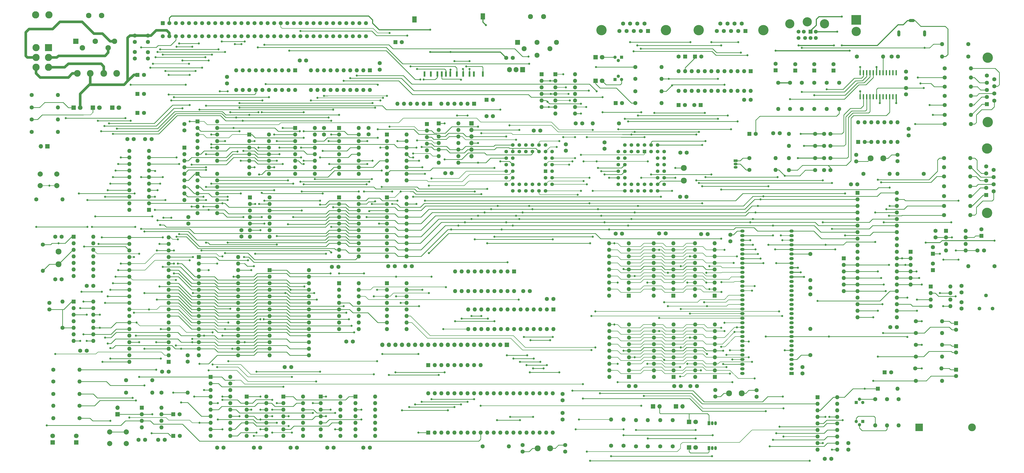
<source format=gtl>
G04 #@! TF.GenerationSoftware,KiCad,Pcbnew,(6.0.11)*
G04 #@! TF.CreationDate,2023-02-04T12:30:35+00:00*
G04 #@! TF.ProjectId,yddraig09,79646472-6169-4673-9039-2e6b69636164,rev?*
G04 #@! TF.SameCoordinates,Original*
G04 #@! TF.FileFunction,Copper,L1,Top*
G04 #@! TF.FilePolarity,Positive*
%FSLAX46Y46*%
G04 Gerber Fmt 4.6, Leading zero omitted, Abs format (unit mm)*
G04 Created by KiCad (PCBNEW (6.0.11)) date 2023-02-04 12:30:35*
%MOMM*%
%LPD*%
G01*
G04 APERTURE LIST*
G04 Aperture macros list*
%AMRoundRect*
0 Rectangle with rounded corners*
0 $1 Rounding radius*
0 $2 $3 $4 $5 $6 $7 $8 $9 X,Y pos of 4 corners*
0 Add a 4 corners polygon primitive as box body*
4,1,4,$2,$3,$4,$5,$6,$7,$8,$9,$2,$3,0*
0 Add four circle primitives for the rounded corners*
1,1,$1+$1,$2,$3*
1,1,$1+$1,$4,$5*
1,1,$1+$1,$6,$7*
1,1,$1+$1,$8,$9*
0 Add four rect primitives between the rounded corners*
20,1,$1+$1,$2,$3,$4,$5,0*
20,1,$1+$1,$4,$5,$6,$7,0*
20,1,$1+$1,$6,$7,$8,$9,0*
20,1,$1+$1,$8,$9,$2,$3,0*%
G04 Aperture macros list end*
G04 #@! TA.AperFunction,ComponentPad*
%ADD10C,1.600000*%
G04 #@! TD*
G04 #@! TA.AperFunction,ComponentPad*
%ADD11R,1.600000X1.600000*%
G04 #@! TD*
G04 #@! TA.AperFunction,ComponentPad*
%ADD12R,1.800000X1.800000*%
G04 #@! TD*
G04 #@! TA.AperFunction,ComponentPad*
%ADD13C,1.800000*%
G04 #@! TD*
G04 #@! TA.AperFunction,ComponentPad*
%ADD14O,1.600000X1.600000*%
G04 #@! TD*
G04 #@! TA.AperFunction,ComponentPad*
%ADD15C,4.000000*%
G04 #@! TD*
G04 #@! TA.AperFunction,ComponentPad*
%ADD16R,1.700000X1.700000*%
G04 #@! TD*
G04 #@! TA.AperFunction,ComponentPad*
%ADD17O,1.700000X1.700000*%
G04 #@! TD*
G04 #@! TA.AperFunction,ComponentPad*
%ADD18R,2.100000X2.100000*%
G04 #@! TD*
G04 #@! TA.AperFunction,ComponentPad*
%ADD19C,2.100000*%
G04 #@! TD*
G04 #@! TA.AperFunction,ComponentPad*
%ADD20R,1.950000X1.950000*%
G04 #@! TD*
G04 #@! TA.AperFunction,ComponentPad*
%ADD21C,1.950000*%
G04 #@! TD*
G04 #@! TA.AperFunction,SMDPad,CuDef*
%ADD22R,0.800000X2.000000*%
G04 #@! TD*
G04 #@! TA.AperFunction,SMDPad,CuDef*
%ADD23R,1.800000X2.400000*%
G04 #@! TD*
G04 #@! TA.AperFunction,SMDPad,CuDef*
%ADD24R,1.700000X2.400000*%
G04 #@! TD*
G04 #@! TA.AperFunction,SMDPad,CuDef*
%ADD25R,0.700000X2.000000*%
G04 #@! TD*
G04 #@! TA.AperFunction,ComponentPad*
%ADD26C,2.600000*%
G04 #@! TD*
G04 #@! TA.AperFunction,ComponentPad*
%ADD27R,1.500000X1.050000*%
G04 #@! TD*
G04 #@! TA.AperFunction,ComponentPad*
%ADD28O,1.500000X1.050000*%
G04 #@! TD*
G04 #@! TA.AperFunction,ComponentPad*
%ADD29R,1.050000X1.500000*%
G04 #@! TD*
G04 #@! TA.AperFunction,ComponentPad*
%ADD30O,1.050000X1.500000*%
G04 #@! TD*
G04 #@! TA.AperFunction,ComponentPad*
%ADD31C,2.000000*%
G04 #@! TD*
G04 #@! TA.AperFunction,ComponentPad*
%ADD32R,2.800000X2.800000*%
G04 #@! TD*
G04 #@! TA.AperFunction,ComponentPad*
%ADD33C,2.800000*%
G04 #@! TD*
G04 #@! TA.AperFunction,ComponentPad*
%ADD34R,1.700000X1.200000*%
G04 #@! TD*
G04 #@! TA.AperFunction,ComponentPad*
%ADD35O,1.700000X1.200000*%
G04 #@! TD*
G04 #@! TA.AperFunction,SMDPad,CuDef*
%ADD36RoundRect,0.137500X0.137500X-0.862500X0.137500X0.862500X-0.137500X0.862500X-0.137500X-0.862500X0*%
G04 #@! TD*
G04 #@! TA.AperFunction,ComponentPad*
%ADD37R,1.905000X2.000000*%
G04 #@! TD*
G04 #@! TA.AperFunction,ComponentPad*
%ADD38O,1.905000X2.000000*%
G04 #@! TD*
G04 #@! TA.AperFunction,ComponentPad*
%ADD39R,1.422400X1.422400*%
G04 #@! TD*
G04 #@! TA.AperFunction,ComponentPad*
%ADD40C,1.422400*%
G04 #@! TD*
G04 #@! TA.AperFunction,ComponentPad*
%ADD41C,2.300000*%
G04 #@! TD*
G04 #@! TA.AperFunction,ComponentPad*
%ADD42R,1.300000X1.300000*%
G04 #@! TD*
G04 #@! TA.AperFunction,ComponentPad*
%ADD43C,1.300000*%
G04 #@! TD*
G04 #@! TA.AperFunction,ComponentPad*
%ADD44R,3.000000X3.000000*%
G04 #@! TD*
G04 #@! TA.AperFunction,ComponentPad*
%ADD45C,3.000000*%
G04 #@! TD*
G04 #@! TA.AperFunction,ComponentPad*
%ADD46RoundRect,0.249999X-0.525001X-0.525001X0.525001X-0.525001X0.525001X0.525001X-0.525001X0.525001X0*%
G04 #@! TD*
G04 #@! TA.AperFunction,ComponentPad*
%ADD47C,1.550000*%
G04 #@! TD*
G04 #@! TA.AperFunction,ComponentPad*
%ADD48O,2.416000X1.208000*%
G04 #@! TD*
G04 #@! TA.AperFunction,ComponentPad*
%ADD49O,1.208000X2.416000*%
G04 #@! TD*
G04 #@! TA.AperFunction,ComponentPad*
%ADD50R,3.765000X3.765000*%
G04 #@! TD*
G04 #@! TA.AperFunction,ComponentPad*
%ADD51C,3.600000*%
G04 #@! TD*
G04 #@! TA.AperFunction,ComponentPad*
%ADD52R,1.509000X1.509000*%
G04 #@! TD*
G04 #@! TA.AperFunction,ComponentPad*
%ADD53C,1.509000*%
G04 #@! TD*
G04 #@! TA.AperFunction,ComponentPad*
%ADD54C,3.555000*%
G04 #@! TD*
G04 #@! TA.AperFunction,ComponentPad*
%ADD55C,1.440000*%
G04 #@! TD*
G04 #@! TA.AperFunction,ViaPad*
%ADD56C,0.800000*%
G04 #@! TD*
G04 #@! TA.AperFunction,Conductor*
%ADD57C,0.250000*%
G04 #@! TD*
G04 #@! TA.AperFunction,Conductor*
%ADD58C,0.400000*%
G04 #@! TD*
G04 #@! TA.AperFunction,Conductor*
%ADD59C,0.300000*%
G04 #@! TD*
G04 #@! TA.AperFunction,Conductor*
%ADD60C,1.000000*%
G04 #@! TD*
G04 #@! TA.AperFunction,Conductor*
%ADD61C,0.210000*%
G04 #@! TD*
G04 APERTURE END LIST*
D10*
X70906000Y-70358000D03*
X73406000Y-70358000D03*
X64008000Y-70358000D03*
X66508000Y-70358000D03*
X102616000Y-48768000D03*
X102616000Y-46268000D03*
X151384000Y-148844000D03*
X148884000Y-148844000D03*
X130810000Y-39878000D03*
X133310000Y-39878000D03*
X260945000Y-166116000D03*
X258445000Y-166116000D03*
X291909500Y-170180000D03*
X291909500Y-167680000D03*
X307848000Y-167767000D03*
X307848000Y-170267000D03*
X270129000Y-106934000D03*
X272629000Y-106934000D03*
X328676000Y-128056000D03*
X328676000Y-130556000D03*
X278471000Y-166116000D03*
X275971000Y-166116000D03*
X286385000Y-107188000D03*
X288885000Y-107188000D03*
X253238000Y-107061000D03*
X255738000Y-107061000D03*
X297688000Y-109982000D03*
X297688000Y-107482000D03*
X284734000Y-166116000D03*
X282234000Y-166116000D03*
X393486000Y-113538000D03*
X395986000Y-113538000D03*
X387338000Y-133596000D03*
X387338000Y-136096000D03*
D11*
X385191000Y-141772000D03*
D10*
X385191000Y-144272000D03*
D11*
X385191000Y-150622000D03*
D10*
X385191000Y-153122000D03*
D11*
X376174000Y-114808000D03*
D10*
X376174000Y-112308000D03*
X387338000Y-127286000D03*
X387338000Y-129786000D03*
X344424000Y-87884000D03*
X346924000Y-87884000D03*
X362204000Y-143256000D03*
X359704000Y-143256000D03*
D11*
X376174000Y-121158000D03*
D10*
X376174000Y-118658000D03*
X346456000Y-78994000D03*
X346456000Y-76494000D03*
X362458000Y-76454000D03*
X362458000Y-78954000D03*
X336510000Y-68326000D03*
X334010000Y-68326000D03*
X336510000Y-73025000D03*
X334010000Y-73025000D03*
X336510000Y-77724000D03*
X334010000Y-77724000D03*
X336510000Y-82423000D03*
X334010000Y-82423000D03*
X365760000Y-50546000D03*
X365760000Y-53046000D03*
D11*
X337693000Y-43815000D03*
D10*
X337693000Y-41315000D03*
D11*
X322834000Y-43815000D03*
D10*
X322834000Y-41315000D03*
D11*
X330200000Y-43815000D03*
D10*
X330200000Y-41315000D03*
D11*
X315214000Y-43688000D03*
D10*
X315214000Y-41188000D03*
D11*
X305054000Y-68326000D03*
D10*
X307554000Y-68326000D03*
X365760000Y-44236000D03*
X365760000Y-46736000D03*
X360172000Y-38354000D03*
X362672000Y-38354000D03*
X314365000Y-68072000D03*
X316865000Y-68072000D03*
X232664000Y-176570000D03*
X232664000Y-179070000D03*
X115530000Y-189992000D03*
X113030000Y-189992000D03*
X87376000Y-156678000D03*
X87376000Y-154178000D03*
X101306000Y-189992000D03*
X98806000Y-189992000D03*
X278320500Y-75628500D03*
X280820500Y-75628500D03*
X280733500Y-92773500D03*
X278233500Y-92773500D03*
D11*
X280162000Y-38354000D03*
D10*
X277662000Y-38354000D03*
D11*
X277622000Y-57150000D03*
D10*
X280122000Y-57150000D03*
D11*
X286218000Y-57150000D03*
D10*
X283718000Y-57150000D03*
X248920000Y-74128000D03*
X248920000Y-71628000D03*
X48260000Y-152400000D03*
X45760000Y-152400000D03*
X36068000Y-108204000D03*
X38568000Y-108204000D03*
X50800000Y-127254000D03*
X48300000Y-127254000D03*
X33782000Y-136398000D03*
X33782000Y-133898000D03*
D11*
X81828000Y-185420000D03*
D10*
X84328000Y-185420000D03*
X78486000Y-186944000D03*
X75986000Y-186944000D03*
D11*
X81788000Y-177038000D03*
D10*
X84288000Y-177038000D03*
X66929000Y-30226000D03*
X66929000Y-32726000D03*
X72009000Y-30226000D03*
X72009000Y-32726000D03*
D11*
X67945000Y-45466000D03*
D10*
X70445000Y-45466000D03*
D11*
X67945000Y-52832000D03*
D10*
X70445000Y-52832000D03*
X66929000Y-36616000D03*
X66929000Y-39116000D03*
X72047833Y-36660000D03*
X72047833Y-39160000D03*
X203200000Y-61468000D03*
X205700000Y-61468000D03*
X210860000Y-38862000D03*
X213360000Y-38862000D03*
D11*
X203200000Y-55118000D03*
D10*
X205700000Y-55118000D03*
X233934000Y-72390000D03*
X233934000Y-74890000D03*
X240284000Y-64262000D03*
X237784000Y-64262000D03*
D11*
X253238000Y-56388000D03*
D10*
X255738000Y-56388000D03*
D12*
X58198800Y-58166000D03*
D13*
X60738800Y-58166000D03*
D12*
X50698800Y-58166000D03*
D13*
X53238800Y-58166000D03*
D12*
X43198800Y-58166000D03*
D13*
X45738800Y-58166000D03*
D12*
X281686000Y-180022500D03*
D13*
X284226000Y-180022500D03*
D10*
X380746000Y-64516000D03*
D14*
X390906000Y-64516000D03*
D10*
X380746000Y-53594000D03*
D14*
X390906000Y-53594000D03*
D10*
X380746000Y-42926000D03*
D14*
X390906000Y-42926000D03*
D10*
X380492000Y-99822000D03*
D14*
X390652000Y-99822000D03*
D10*
X380492000Y-88646000D03*
D14*
X390652000Y-88646000D03*
D10*
X380492000Y-81280000D03*
D14*
X390652000Y-81280000D03*
D10*
X380746000Y-60960000D03*
D14*
X390906000Y-60960000D03*
D10*
X380746000Y-57150000D03*
D14*
X390906000Y-57150000D03*
D10*
X380746000Y-50038000D03*
D14*
X390906000Y-50038000D03*
D10*
X380746000Y-46482000D03*
D14*
X390906000Y-46482000D03*
D10*
X380492000Y-96266000D03*
D14*
X390652000Y-96266000D03*
D10*
X380492000Y-92456000D03*
D14*
X390652000Y-92456000D03*
D10*
X380492000Y-84836000D03*
D14*
X390652000Y-84836000D03*
D10*
X380492000Y-77724000D03*
D14*
X390652000Y-77724000D03*
D15*
X397429000Y-63805200D03*
X397429000Y-38805200D03*
D11*
X397129000Y-56845200D03*
D10*
X397129000Y-54075200D03*
X397129000Y-51305200D03*
X397129000Y-48535200D03*
X397129000Y-45765200D03*
X399969000Y-55460200D03*
X399969000Y-52690200D03*
X399969000Y-49920200D03*
X399969000Y-47150200D03*
D15*
X397200400Y-98984200D03*
X397200400Y-73984200D03*
D11*
X396900400Y-92024200D03*
D10*
X396900400Y-89254200D03*
X396900400Y-86484200D03*
X396900400Y-83714200D03*
X396900400Y-80944200D03*
X399740400Y-90639200D03*
X399740400Y-87869200D03*
X399740400Y-85099200D03*
X399740400Y-82329200D03*
D15*
X310490000Y-28148000D03*
X285490000Y-28148000D03*
D11*
X303530000Y-28448000D03*
D10*
X300760000Y-28448000D03*
X297990000Y-28448000D03*
X295220000Y-28448000D03*
X292450000Y-28448000D03*
X302145000Y-25608000D03*
X299375000Y-25608000D03*
X296605000Y-25608000D03*
X293835000Y-25608000D03*
D15*
X247771000Y-28148000D03*
X272771000Y-28148000D03*
D11*
X265811000Y-28448000D03*
D10*
X263041000Y-28448000D03*
X260271000Y-28448000D03*
X257501000Y-28448000D03*
X254731000Y-28448000D03*
X264426000Y-25608000D03*
X261656000Y-25608000D03*
X258886000Y-25608000D03*
X256116000Y-25608000D03*
D16*
X60198000Y-177038000D03*
D17*
X60198000Y-174498000D03*
D18*
X44081200Y-32485800D03*
D19*
X51586200Y-32485800D03*
X59091200Y-32485800D03*
X46581200Y-34975800D03*
X56591200Y-34975800D03*
X54086200Y-22475800D03*
X49086200Y-22475800D03*
D20*
X215298000Y-32860000D03*
D21*
X217798000Y-35360000D03*
X222798000Y-32860000D03*
X227798000Y-35360000D03*
X230298000Y-32860000D03*
X222798000Y-37860000D03*
X225298000Y-22860000D03*
X220298000Y-22860000D03*
D22*
X181689600Y-45186600D03*
X184189600Y-45186600D03*
X187489600Y-45186600D03*
X189189600Y-45186600D03*
X191689600Y-45186600D03*
X194189600Y-45186600D03*
X196619600Y-45186600D03*
X198319600Y-45186600D03*
X179189600Y-45186600D03*
D23*
X175319600Y-23986600D03*
D24*
X201769600Y-22786600D03*
D22*
X185889600Y-45186600D03*
D25*
X201809600Y-45186600D03*
D26*
X54938000Y-44928967D03*
X59938000Y-44928967D03*
X44688000Y-44928967D03*
X49688000Y-44928967D03*
D27*
X299720000Y-78740000D03*
D28*
X299720000Y-80010000D03*
X299720000Y-81280000D03*
D29*
X289433000Y-180530500D03*
D30*
X290703000Y-180530500D03*
X291973000Y-180530500D03*
D29*
X289433000Y-190182500D03*
D30*
X290703000Y-190182500D03*
X291973000Y-190182500D03*
D10*
X328676000Y-114935000D03*
D14*
X328676000Y-125095000D03*
D10*
X369570000Y-145542000D03*
D14*
X379730000Y-145542000D03*
D10*
X369570000Y-154686000D03*
D14*
X379730000Y-154686000D03*
D10*
X369570000Y-164084000D03*
D14*
X379730000Y-164084000D03*
D10*
X369570000Y-140970000D03*
D14*
X379730000Y-140970000D03*
D10*
X369570000Y-150114000D03*
D14*
X379730000Y-150114000D03*
D10*
X369316000Y-159258000D03*
D14*
X379476000Y-159258000D03*
D10*
X330581000Y-77724000D03*
D14*
X320421000Y-77724000D03*
D10*
X349250000Y-83820000D03*
D14*
X359410000Y-83820000D03*
D10*
X330581000Y-73025000D03*
D14*
X320421000Y-73025000D03*
D10*
X330581000Y-68326000D03*
D14*
X320421000Y-68326000D03*
D10*
X330581000Y-82423000D03*
D14*
X320421000Y-82423000D03*
D10*
X372618000Y-83820000D03*
D14*
X362458000Y-83820000D03*
D10*
X346710000Y-38354000D03*
D14*
X356870000Y-38354000D03*
D10*
X335026000Y-48514000D03*
D14*
X335026000Y-58674000D03*
D10*
X325374000Y-48514000D03*
D14*
X325374000Y-58674000D03*
D10*
X330200000Y-48514000D03*
D14*
X330200000Y-58674000D03*
D10*
X320802000Y-48514000D03*
D14*
X320802000Y-58674000D03*
D10*
X316230000Y-48514000D03*
D14*
X316230000Y-58674000D03*
D10*
X305054000Y-82296000D03*
D14*
X315214000Y-82296000D03*
D10*
X305054000Y-77724000D03*
D14*
X315214000Y-77724000D03*
D10*
X339852000Y-48514000D03*
D14*
X339852000Y-58674000D03*
D10*
X254508000Y-64262000D03*
D14*
X244348000Y-64262000D03*
D10*
X260858000Y-42418000D03*
D14*
X271018000Y-42418000D03*
D10*
X260858000Y-51816000D03*
D14*
X271018000Y-51816000D03*
D10*
X260858000Y-56388000D03*
D14*
X271018000Y-56388000D03*
D10*
X38862000Y-143510000D03*
D14*
X38862000Y-133350000D03*
D10*
X35306000Y-164338000D03*
D14*
X45466000Y-164338000D03*
D10*
X28702000Y-93726000D03*
D14*
X38862000Y-93726000D03*
D10*
X63500000Y-163830000D03*
D14*
X73660000Y-163830000D03*
D10*
X26924000Y-53314600D03*
D14*
X37084000Y-53314600D03*
D10*
X26924000Y-62738000D03*
D14*
X37084000Y-62738000D03*
D10*
X26924000Y-58115200D03*
D14*
X37084000Y-58115200D03*
D10*
X256286000Y-189230000D03*
D14*
X256286000Y-179070000D03*
D10*
X261112000Y-189484000D03*
D14*
X261112000Y-179324000D03*
D10*
X251460000Y-189230000D03*
D14*
X251460000Y-179070000D03*
D10*
X265684000Y-189484000D03*
D14*
X265684000Y-179324000D03*
D11*
X367538000Y-114046000D03*
D14*
X367538000Y-116586000D03*
X367538000Y-119126000D03*
X367538000Y-121666000D03*
X367538000Y-124206000D03*
X367538000Y-126746000D03*
D11*
X341630000Y-116586000D03*
D14*
X341630000Y-119126000D03*
X341630000Y-121666000D03*
X341630000Y-124206000D03*
X341630000Y-126746000D03*
X341630000Y-129286000D03*
D11*
X180086000Y-64516000D03*
D14*
X180086000Y-67056000D03*
X180086000Y-69596000D03*
X180086000Y-72136000D03*
X180086000Y-74676000D03*
X180086000Y-77216000D03*
D11*
X181356000Y-56642000D03*
D14*
X178816000Y-56642000D03*
X176276000Y-56642000D03*
X173736000Y-56642000D03*
X171196000Y-56642000D03*
X168656000Y-56642000D03*
D11*
X198374000Y-56642000D03*
D14*
X195834000Y-56642000D03*
X193294000Y-56642000D03*
X190754000Y-56642000D03*
X188214000Y-56642000D03*
X185674000Y-56642000D03*
D31*
X36726000Y-83892000D03*
X30226000Y-83892000D03*
X36726000Y-88392000D03*
X30226000Y-88392000D03*
X63650000Y-188396000D03*
X57150000Y-188396000D03*
X57150000Y-183896000D03*
X63650000Y-183896000D03*
D32*
X33451800Y-34925000D03*
D33*
X33451800Y-38725000D03*
X33451800Y-42525000D03*
X28651800Y-34925000D03*
X28651800Y-38725000D03*
X28651800Y-42525000D03*
X33651800Y-22225000D03*
X28451800Y-22225000D03*
D11*
X129032000Y-43688000D03*
D14*
X126492000Y-43688000D03*
X123952000Y-43688000D03*
X121412000Y-43688000D03*
X118872000Y-43688000D03*
X116332000Y-43688000D03*
X113792000Y-43688000D03*
X111252000Y-43688000D03*
X108712000Y-43688000D03*
X106172000Y-43688000D03*
X106172000Y-51308000D03*
X108712000Y-51308000D03*
X111252000Y-51308000D03*
X113792000Y-51308000D03*
X116332000Y-51308000D03*
X118872000Y-51308000D03*
X121412000Y-51308000D03*
X123952000Y-51308000D03*
X126492000Y-51308000D03*
X129032000Y-51308000D03*
D11*
X291592000Y-131064000D03*
D14*
X291592000Y-128524000D03*
X291592000Y-125984000D03*
X291592000Y-123444000D03*
X291592000Y-120904000D03*
X291592000Y-118364000D03*
X291592000Y-115824000D03*
X291592000Y-113284000D03*
X291592000Y-110744000D03*
X283972000Y-110744000D03*
X283972000Y-113284000D03*
X283972000Y-115824000D03*
X283972000Y-118364000D03*
X283972000Y-120904000D03*
X283972000Y-123444000D03*
X283972000Y-125984000D03*
X283972000Y-128524000D03*
X283972000Y-131064000D03*
D11*
X275590000Y-131064000D03*
D14*
X275590000Y-128524000D03*
X275590000Y-125984000D03*
X275590000Y-123444000D03*
X275590000Y-120904000D03*
X275590000Y-118364000D03*
X275590000Y-115824000D03*
X275590000Y-113284000D03*
X275590000Y-110744000D03*
X267970000Y-110744000D03*
X267970000Y-113284000D03*
X267970000Y-115824000D03*
X267970000Y-118364000D03*
X267970000Y-120904000D03*
X267970000Y-123444000D03*
X267970000Y-125984000D03*
X267970000Y-128524000D03*
X267970000Y-131064000D03*
D11*
X258318000Y-131064000D03*
D14*
X258318000Y-128524000D03*
X258318000Y-125984000D03*
X258318000Y-123444000D03*
X258318000Y-120904000D03*
X258318000Y-118364000D03*
X258318000Y-115824000D03*
X258318000Y-113284000D03*
X258318000Y-110744000D03*
X250698000Y-110744000D03*
X250698000Y-113284000D03*
X250698000Y-115824000D03*
X250698000Y-118364000D03*
X250698000Y-120904000D03*
X250698000Y-123444000D03*
X250698000Y-125984000D03*
X250698000Y-128524000D03*
X250698000Y-131064000D03*
D11*
X291719000Y-162560000D03*
D14*
X291719000Y-160020000D03*
X291719000Y-157480000D03*
X291719000Y-154940000D03*
X291719000Y-152400000D03*
X291719000Y-149860000D03*
X291719000Y-147320000D03*
X291719000Y-144780000D03*
X291719000Y-142240000D03*
X284099000Y-142240000D03*
X284099000Y-144780000D03*
X284099000Y-147320000D03*
X284099000Y-149860000D03*
X284099000Y-152400000D03*
X284099000Y-154940000D03*
X284099000Y-157480000D03*
X284099000Y-160020000D03*
X284099000Y-162560000D03*
D11*
X275717000Y-162560000D03*
D14*
X275717000Y-160020000D03*
X275717000Y-157480000D03*
X275717000Y-154940000D03*
X275717000Y-152400000D03*
X275717000Y-149860000D03*
X275717000Y-147320000D03*
X275717000Y-144780000D03*
X275717000Y-142240000D03*
X268097000Y-142240000D03*
X268097000Y-144780000D03*
X268097000Y-147320000D03*
X268097000Y-149860000D03*
X268097000Y-152400000D03*
X268097000Y-154940000D03*
X268097000Y-157480000D03*
X268097000Y-160020000D03*
X268097000Y-162560000D03*
D11*
X258445000Y-162560000D03*
D14*
X258445000Y-160020000D03*
X258445000Y-157480000D03*
X258445000Y-154940000D03*
X258445000Y-152400000D03*
X258445000Y-149860000D03*
X258445000Y-147320000D03*
X258445000Y-144780000D03*
X258445000Y-142240000D03*
X250825000Y-142240000D03*
X250825000Y-144780000D03*
X250825000Y-147320000D03*
X250825000Y-149860000D03*
X250825000Y-152400000D03*
X250825000Y-154940000D03*
X250825000Y-157480000D03*
X250825000Y-160020000D03*
X250825000Y-162560000D03*
D34*
X321462400Y-161194000D03*
D35*
X321462400Y-159414000D03*
X321462400Y-157634000D03*
X321462400Y-155854000D03*
X321462400Y-154074000D03*
X321462400Y-152294000D03*
X321462400Y-150514000D03*
X321462400Y-148734000D03*
X321462400Y-146954000D03*
X321462400Y-145174000D03*
X321462400Y-143394000D03*
X321462400Y-141614000D03*
X321462400Y-139834000D03*
X321462400Y-138054000D03*
X321462400Y-136274000D03*
X321462400Y-134494000D03*
X321462400Y-132714000D03*
X321462400Y-130934000D03*
X321462400Y-129154000D03*
X321462400Y-127374000D03*
X321462400Y-125594000D03*
X321462400Y-123814000D03*
X321462400Y-122034000D03*
X321462400Y-120254000D03*
X321462400Y-118474000D03*
X321462400Y-116694000D03*
X321462400Y-114914000D03*
X321462400Y-113134000D03*
X321462400Y-111354000D03*
X321462400Y-109574000D03*
X321462400Y-107794000D03*
X321462400Y-106014000D03*
X302361600Y-106014000D03*
X302361600Y-107794000D03*
X302361600Y-109574000D03*
X302361600Y-111354000D03*
X302361600Y-113134000D03*
X302361600Y-114914000D03*
X302361600Y-116694000D03*
X302361600Y-118474000D03*
X302361600Y-120254000D03*
X302361600Y-122034000D03*
X302361600Y-123814000D03*
X302361600Y-125594000D03*
X302361600Y-127374000D03*
X302361600Y-129154000D03*
X302361600Y-130934000D03*
X302361600Y-132714000D03*
X302361600Y-134494000D03*
X302361600Y-136274000D03*
X302361600Y-138054000D03*
X302361600Y-139834000D03*
X302361600Y-141614000D03*
X302361600Y-143394000D03*
X302361600Y-145174000D03*
X302361600Y-146954000D03*
X302361600Y-148734000D03*
X302361600Y-150514000D03*
X302361600Y-152294000D03*
X302361600Y-154074000D03*
X302361600Y-155854000D03*
X302361600Y-157634000D03*
X302361600Y-159414000D03*
X302361600Y-161194000D03*
D11*
X375400000Y-127500000D03*
D14*
X375400000Y-130040000D03*
X375400000Y-132580000D03*
X375400000Y-135120000D03*
X383020000Y-135120000D03*
X383020000Y-132580000D03*
X383020000Y-130040000D03*
X383020000Y-127500000D03*
D11*
X347218000Y-71501000D03*
D14*
X349758000Y-71501000D03*
X352298000Y-71501000D03*
X354838000Y-71501000D03*
X357378000Y-71501000D03*
X359918000Y-71501000D03*
X362458000Y-71501000D03*
X362458000Y-63881000D03*
X359918000Y-63881000D03*
X357378000Y-63881000D03*
X354838000Y-63881000D03*
X352298000Y-63881000D03*
X349758000Y-63881000D03*
X347218000Y-63881000D03*
D36*
X347980000Y-53926000D03*
X349250000Y-53926000D03*
X350520000Y-53926000D03*
X351790000Y-53926000D03*
X353060000Y-53926000D03*
X354330000Y-53926000D03*
X355600000Y-53926000D03*
X356870000Y-53926000D03*
X358140000Y-53926000D03*
X359410000Y-53926000D03*
X360680000Y-53926000D03*
X361950000Y-53926000D03*
X361950000Y-44626000D03*
X360680000Y-44626000D03*
X359410000Y-44626000D03*
X358140000Y-44626000D03*
X356870000Y-44626000D03*
X355600000Y-44626000D03*
X354330000Y-44626000D03*
X353060000Y-44626000D03*
X351790000Y-44626000D03*
X350520000Y-44626000D03*
X349250000Y-44626000D03*
X347980000Y-44626000D03*
D11*
X138938000Y-170180000D03*
D14*
X138938000Y-172720000D03*
X138938000Y-175260000D03*
X138938000Y-177800000D03*
X138938000Y-180340000D03*
X138938000Y-182880000D03*
X138938000Y-185420000D03*
X146558000Y-185420000D03*
X146558000Y-182880000D03*
X146558000Y-180340000D03*
X146558000Y-177800000D03*
X146558000Y-175260000D03*
X146558000Y-172720000D03*
X146558000Y-170180000D03*
D11*
X91694000Y-116078000D03*
D14*
X91694000Y-118618000D03*
X91694000Y-121158000D03*
X91694000Y-123698000D03*
X91694000Y-126238000D03*
X91694000Y-128778000D03*
X91694000Y-131318000D03*
X91694000Y-133858000D03*
X91694000Y-136398000D03*
X91694000Y-138938000D03*
X91694000Y-141478000D03*
X91694000Y-144018000D03*
X91694000Y-146558000D03*
X91694000Y-149098000D03*
X91694000Y-151638000D03*
X91694000Y-154178000D03*
X106934000Y-154178000D03*
X106934000Y-151638000D03*
X106934000Y-149098000D03*
X106934000Y-146558000D03*
X106934000Y-144018000D03*
X106934000Y-141478000D03*
X106934000Y-138938000D03*
X106934000Y-136398000D03*
X106934000Y-133858000D03*
X106934000Y-131318000D03*
X106934000Y-128778000D03*
X106934000Y-126238000D03*
X106934000Y-123698000D03*
X106934000Y-121158000D03*
X106934000Y-118618000D03*
X106934000Y-116078000D03*
D11*
X119126000Y-121158000D03*
D14*
X119126000Y-123698000D03*
X119126000Y-126238000D03*
X119126000Y-128778000D03*
X119126000Y-131318000D03*
X119126000Y-133858000D03*
X119126000Y-136398000D03*
X119126000Y-138938000D03*
X119126000Y-141478000D03*
X119126000Y-144018000D03*
X119126000Y-146558000D03*
X119126000Y-149098000D03*
X119126000Y-151638000D03*
X119126000Y-154178000D03*
X134366000Y-154178000D03*
X134366000Y-151638000D03*
X134366000Y-149098000D03*
X134366000Y-146558000D03*
X134366000Y-144018000D03*
X134366000Y-141478000D03*
X134366000Y-138938000D03*
X134366000Y-136398000D03*
X134366000Y-133858000D03*
X134366000Y-131318000D03*
X134366000Y-128778000D03*
X134366000Y-126238000D03*
X134366000Y-123698000D03*
X134366000Y-121158000D03*
D11*
X305562000Y-44069000D03*
D14*
X303022000Y-44069000D03*
X300482000Y-44069000D03*
X297942000Y-44069000D03*
X295402000Y-44069000D03*
X292862000Y-44069000D03*
X290322000Y-44069000D03*
X287782000Y-44069000D03*
X285242000Y-44069000D03*
X282702000Y-44069000D03*
X280162000Y-44069000D03*
X277622000Y-44069000D03*
X277622000Y-51689000D03*
X280162000Y-51689000D03*
X282702000Y-51689000D03*
X285242000Y-51689000D03*
X287782000Y-51689000D03*
X290322000Y-51689000D03*
X292862000Y-51689000D03*
X295402000Y-51689000D03*
X297942000Y-51689000D03*
X300482000Y-51689000D03*
X303022000Y-51689000D03*
X305562000Y-51689000D03*
D11*
X43180000Y-133350000D03*
D14*
X43180000Y-135890000D03*
X43180000Y-138430000D03*
X43180000Y-140970000D03*
X43180000Y-143510000D03*
X43180000Y-146050000D03*
X43180000Y-148590000D03*
X50800000Y-148590000D03*
X50800000Y-146050000D03*
X50800000Y-143510000D03*
X50800000Y-140970000D03*
X50800000Y-138430000D03*
X50800000Y-135890000D03*
X50800000Y-133350000D03*
D11*
X43180000Y-108204000D03*
D14*
X43180000Y-110744000D03*
X43180000Y-113284000D03*
X43180000Y-115824000D03*
X43180000Y-118364000D03*
X43180000Y-120904000D03*
X43180000Y-123444000D03*
X50800000Y-123444000D03*
X50800000Y-120904000D03*
X50800000Y-118364000D03*
X50800000Y-115824000D03*
X50800000Y-113284000D03*
X50800000Y-110744000D03*
X50800000Y-108204000D03*
D11*
X69596000Y-174498000D03*
D14*
X69596000Y-177038000D03*
X69596000Y-179578000D03*
X69596000Y-182118000D03*
X77216000Y-182118000D03*
X77216000Y-179578000D03*
X77216000Y-177038000D03*
X77216000Y-174498000D03*
D11*
X80010000Y-156718000D03*
D14*
X80010000Y-154178000D03*
X80010000Y-151638000D03*
X80010000Y-149098000D03*
X80010000Y-146558000D03*
X80010000Y-144018000D03*
X80010000Y-141478000D03*
X80010000Y-138938000D03*
X80010000Y-136398000D03*
X80010000Y-133858000D03*
X80010000Y-131318000D03*
X80010000Y-128778000D03*
X80010000Y-126238000D03*
X80010000Y-123698000D03*
X80010000Y-121158000D03*
X80010000Y-118618000D03*
X80010000Y-116078000D03*
X80010000Y-113538000D03*
X80010000Y-110998000D03*
X80010000Y-108458000D03*
X64770000Y-108458000D03*
X64770000Y-110998000D03*
X64770000Y-113538000D03*
X64770000Y-116078000D03*
X64770000Y-118618000D03*
X64770000Y-121158000D03*
X64770000Y-123698000D03*
X64770000Y-126238000D03*
X64770000Y-128778000D03*
X64770000Y-131318000D03*
X64770000Y-133858000D03*
X64770000Y-136398000D03*
X64770000Y-138938000D03*
X64770000Y-141478000D03*
X64770000Y-144018000D03*
X64770000Y-146558000D03*
X64770000Y-149098000D03*
X64770000Y-151638000D03*
X64770000Y-154178000D03*
X64770000Y-156718000D03*
D37*
X217170000Y-43434000D03*
D38*
X214630000Y-43434000D03*
X212090000Y-43434000D03*
D11*
X229870000Y-45212000D03*
D14*
X229870000Y-47752000D03*
X229870000Y-50292000D03*
X229870000Y-52832000D03*
X229870000Y-55372000D03*
X229870000Y-57912000D03*
X229870000Y-60452000D03*
X237490000Y-60452000D03*
X237490000Y-57912000D03*
X237490000Y-55372000D03*
X237490000Y-52832000D03*
X237490000Y-50292000D03*
X237490000Y-47752000D03*
X237490000Y-45212000D03*
D11*
X184658000Y-64262000D03*
D14*
X184658000Y-66802000D03*
X184658000Y-69342000D03*
X184658000Y-71882000D03*
X184658000Y-74422000D03*
X184658000Y-76962000D03*
X184658000Y-79502000D03*
X192278000Y-79502000D03*
X192278000Y-76962000D03*
X192278000Y-74422000D03*
X192278000Y-71882000D03*
X192278000Y-69342000D03*
X192278000Y-66802000D03*
X192278000Y-64262000D03*
D39*
X226060000Y-82804000D03*
D40*
X228600000Y-80264000D03*
X226060000Y-80264000D03*
X228600000Y-77724000D03*
X226060000Y-77724000D03*
X228600000Y-75184000D03*
X226060000Y-72644000D03*
X226060000Y-75184000D03*
X223520000Y-72644000D03*
X223520000Y-75184000D03*
X220980000Y-72644000D03*
X220980000Y-75184000D03*
X218440000Y-72644000D03*
X218440000Y-75184000D03*
X215900000Y-72644000D03*
X215900000Y-75184000D03*
X213360000Y-72644000D03*
X210820000Y-75184000D03*
X213360000Y-75184000D03*
X210820000Y-77724000D03*
X213360000Y-77724000D03*
X210820000Y-80264000D03*
X213360000Y-80264000D03*
X210820000Y-82804000D03*
X213360000Y-82804000D03*
X210820000Y-85344000D03*
X213360000Y-85344000D03*
X210820000Y-87884000D03*
X213360000Y-90424000D03*
X213360000Y-87884000D03*
X215900000Y-90424000D03*
X215900000Y-87884000D03*
X218440000Y-90424000D03*
X218440000Y-87884000D03*
X220980000Y-90424000D03*
X220980000Y-87884000D03*
X223520000Y-90424000D03*
X223520000Y-87884000D03*
X226060000Y-90424000D03*
X228600000Y-87884000D03*
X226060000Y-87884000D03*
X228600000Y-85344000D03*
X226060000Y-85344000D03*
X228600000Y-82804000D03*
D41*
X297243500Y-168910000D03*
X302143500Y-168910000D03*
D10*
X35306000Y-169164000D03*
D14*
X45466000Y-169164000D03*
D10*
X35306000Y-159766000D03*
D14*
X45466000Y-159766000D03*
D10*
X63500000Y-168656000D03*
D14*
X73660000Y-168656000D03*
D10*
X77216000Y-168656000D03*
D14*
X87376000Y-168656000D03*
D10*
X143978000Y-189992000D03*
X141478000Y-189992000D03*
D11*
X385191000Y-159766000D03*
D10*
X385191000Y-162266000D03*
D42*
X348996000Y-179832000D03*
D43*
X347726000Y-181102000D03*
X346456000Y-179832000D03*
D42*
X346456000Y-172466000D03*
D43*
X347726000Y-171196000D03*
X348996000Y-172466000D03*
D10*
X353822000Y-171196000D03*
D14*
X353822000Y-181356000D03*
D10*
X358400000Y-171220000D03*
D14*
X358400000Y-181380000D03*
D11*
X354838000Y-167132000D03*
D14*
X362458000Y-167132000D03*
D11*
X157988000Y-43688000D03*
D14*
X155448000Y-43688000D03*
X152908000Y-43688000D03*
X150368000Y-43688000D03*
X147828000Y-43688000D03*
X145288000Y-43688000D03*
X142748000Y-43688000D03*
X140208000Y-43688000D03*
X137668000Y-43688000D03*
X135128000Y-43688000D03*
X135128000Y-51308000D03*
X137668000Y-51308000D03*
X140208000Y-51308000D03*
X142748000Y-51308000D03*
X145288000Y-51308000D03*
X147828000Y-51308000D03*
X150368000Y-51308000D03*
X152908000Y-51308000D03*
X155448000Y-51308000D03*
X157988000Y-51308000D03*
D44*
X370840000Y-182118000D03*
D45*
X391330000Y-182118000D03*
D10*
X328676000Y-154114500D03*
D14*
X328676000Y-143954500D03*
D16*
X211074000Y-150114000D03*
D17*
X208534000Y-150114000D03*
X205994000Y-150114000D03*
X203454000Y-150114000D03*
X200914000Y-150114000D03*
X198374000Y-150114000D03*
X195834000Y-150114000D03*
X193294000Y-150114000D03*
X190754000Y-150114000D03*
X188214000Y-150114000D03*
X185674000Y-150114000D03*
X183134000Y-150114000D03*
X180594000Y-150114000D03*
X178054000Y-150114000D03*
X175514000Y-150114000D03*
X172974000Y-150114000D03*
X170434000Y-150114000D03*
X167894000Y-150114000D03*
X165354000Y-150114000D03*
X162814000Y-150114000D03*
D10*
X201676000Y-189484000D03*
D14*
X211836000Y-189484000D03*
D11*
X180594000Y-157988000D03*
D14*
X183134000Y-157988000D03*
X185674000Y-157988000D03*
X188214000Y-157988000D03*
X190754000Y-157988000D03*
X193294000Y-157988000D03*
X195834000Y-157988000D03*
X198374000Y-157988000D03*
X200914000Y-157988000D03*
D11*
X180594000Y-184150000D03*
D14*
X183134000Y-184150000D03*
X185674000Y-184150000D03*
X188214000Y-184150000D03*
X190754000Y-184150000D03*
X193294000Y-184150000D03*
X195834000Y-184150000D03*
X198374000Y-184150000D03*
X200914000Y-184150000D03*
X203454000Y-184150000D03*
X205994000Y-184150000D03*
X208534000Y-184150000D03*
X211074000Y-184150000D03*
X213614000Y-184150000D03*
X216154000Y-184150000D03*
X218694000Y-184150000D03*
X221234000Y-184150000D03*
X223774000Y-184150000D03*
X226314000Y-184150000D03*
X228854000Y-184150000D03*
X228854000Y-168910000D03*
X226314000Y-168910000D03*
X223774000Y-168910000D03*
X221234000Y-168910000D03*
X218694000Y-168910000D03*
X216154000Y-168910000D03*
X213614000Y-168910000D03*
X211074000Y-168910000D03*
X208534000Y-168910000D03*
X205994000Y-168910000D03*
X203454000Y-168910000D03*
X200914000Y-168910000D03*
X198374000Y-168910000D03*
X195834000Y-168910000D03*
X193294000Y-168910000D03*
X190754000Y-168910000D03*
X188214000Y-168910000D03*
X185674000Y-168910000D03*
X183134000Y-168910000D03*
X180594000Y-168910000D03*
D41*
X227912000Y-190246000D03*
X223012000Y-190246000D03*
D10*
X233680000Y-189016000D03*
X233680000Y-191516000D03*
X217170000Y-191516000D03*
X217170000Y-189016000D03*
X232664000Y-169164000D03*
X232664000Y-171664000D03*
X362900000Y-171196000D03*
D14*
X362900000Y-181356000D03*
D11*
X91186000Y-63500000D03*
D14*
X91186000Y-66040000D03*
X91186000Y-68580000D03*
X91186000Y-71120000D03*
X91186000Y-73660000D03*
X91186000Y-76200000D03*
X91186000Y-78740000D03*
X98806000Y-78740000D03*
X98806000Y-76200000D03*
X98806000Y-73660000D03*
X98806000Y-71120000D03*
X98806000Y-68580000D03*
X98806000Y-66040000D03*
X98806000Y-63500000D03*
D11*
X146050000Y-92964000D03*
D14*
X146050000Y-95504000D03*
X146050000Y-98044000D03*
X146050000Y-100584000D03*
X146050000Y-103124000D03*
X146050000Y-105664000D03*
X146050000Y-108204000D03*
X146050000Y-110744000D03*
X146050000Y-113284000D03*
X146050000Y-115824000D03*
X153670000Y-115824000D03*
X153670000Y-113284000D03*
X153670000Y-110744000D03*
X153670000Y-108204000D03*
X153670000Y-105664000D03*
X153670000Y-103124000D03*
X153670000Y-100584000D03*
X153670000Y-98044000D03*
X153670000Y-95504000D03*
X153670000Y-92964000D03*
D11*
X331470000Y-170434000D03*
D14*
X331470000Y-172974000D03*
X331470000Y-175514000D03*
X331470000Y-178054000D03*
X331470000Y-180594000D03*
X331470000Y-183134000D03*
X331470000Y-185674000D03*
X331470000Y-188214000D03*
X331470000Y-190754000D03*
X339090000Y-190754000D03*
X339090000Y-188214000D03*
X339090000Y-185674000D03*
X339090000Y-183134000D03*
X339090000Y-180594000D03*
X339090000Y-178054000D03*
X339090000Y-175514000D03*
X339090000Y-172974000D03*
X339090000Y-170434000D03*
D10*
X336804000Y-194310000D03*
X334304000Y-194310000D03*
X343408000Y-188254000D03*
X343408000Y-190754000D03*
D11*
X357545000Y-160782000D03*
D10*
X360045000Y-160782000D03*
X167640000Y-119634000D03*
X165140000Y-119634000D03*
X140208000Y-66080000D03*
X140208000Y-68580000D03*
X87630000Y-103124000D03*
X87630000Y-100624000D03*
X174244000Y-119634000D03*
X171744000Y-119634000D03*
D41*
X37338000Y-118872000D03*
X37338000Y-113972000D03*
D10*
X31242000Y-111252000D03*
D14*
X31242000Y-121412000D03*
D10*
X38568000Y-124714000D03*
X36068000Y-124714000D03*
X80010000Y-160528000D03*
X77510000Y-160528000D03*
X70866000Y-186944000D03*
X68366000Y-186944000D03*
D41*
X279717500Y-81597500D03*
X279717500Y-86497500D03*
D10*
X86106000Y-67016000D03*
X86106000Y-64516000D03*
X157988000Y-189992000D03*
X155488000Y-189992000D03*
D11*
X152400000Y-170180000D03*
D14*
X152400000Y-172720000D03*
X152400000Y-175260000D03*
X152400000Y-177800000D03*
X152400000Y-180340000D03*
X152400000Y-182880000D03*
X152400000Y-185420000D03*
X160020000Y-185420000D03*
X160020000Y-182880000D03*
X160020000Y-180340000D03*
X160020000Y-177800000D03*
X160020000Y-175260000D03*
X160020000Y-172720000D03*
X160020000Y-170180000D03*
D11*
X124460000Y-170180000D03*
D14*
X124460000Y-172720000D03*
X124460000Y-175260000D03*
X124460000Y-177800000D03*
X124460000Y-180340000D03*
X124460000Y-182880000D03*
X124460000Y-185420000D03*
X132080000Y-185420000D03*
X132080000Y-182880000D03*
X132080000Y-180340000D03*
X132080000Y-177800000D03*
X132080000Y-175260000D03*
X132080000Y-172720000D03*
X132080000Y-170180000D03*
D10*
X129754000Y-189992000D03*
X127254000Y-189992000D03*
D12*
X44196000Y-187960000D03*
D13*
X44196000Y-185420000D03*
D12*
X35052000Y-187960000D03*
D13*
X35052000Y-185420000D03*
D10*
X45466000Y-173736000D03*
D14*
X35306000Y-173736000D03*
D10*
X45466000Y-178562000D03*
D14*
X35306000Y-178562000D03*
D11*
X67945000Y-60198000D03*
D10*
X70445000Y-60198000D03*
X189698000Y-83566000D03*
X187198000Y-83566000D03*
D16*
X197358000Y-64262000D03*
D17*
X197358000Y-66802000D03*
X197358000Y-69342000D03*
X197358000Y-71882000D03*
X197358000Y-74422000D03*
X197358000Y-76962000D03*
D11*
X229108000Y-136398000D03*
D14*
X226568000Y-136398000D03*
X224028000Y-136398000D03*
X221488000Y-136398000D03*
X218948000Y-136398000D03*
X216408000Y-136398000D03*
X213868000Y-136398000D03*
X211328000Y-136398000D03*
X208788000Y-136398000D03*
X206248000Y-136398000D03*
X203708000Y-136398000D03*
X201168000Y-136398000D03*
X198628000Y-136398000D03*
X196088000Y-136398000D03*
X196088000Y-144018000D03*
X198628000Y-144018000D03*
X201168000Y-144018000D03*
X203708000Y-144018000D03*
X206248000Y-144018000D03*
X208788000Y-144018000D03*
X211328000Y-144018000D03*
X213868000Y-144018000D03*
X216408000Y-144018000D03*
X218948000Y-144018000D03*
X221488000Y-144018000D03*
X224028000Y-144018000D03*
X226568000Y-144018000D03*
X229108000Y-144018000D03*
D11*
X213868000Y-121666000D03*
D14*
X211328000Y-121666000D03*
X208788000Y-121666000D03*
X206248000Y-121666000D03*
X203708000Y-121666000D03*
X201168000Y-121666000D03*
X198628000Y-121666000D03*
X196088000Y-121666000D03*
X193548000Y-121666000D03*
X191008000Y-121666000D03*
X191008000Y-129286000D03*
X193548000Y-129286000D03*
X196088000Y-129286000D03*
X198628000Y-129286000D03*
X201168000Y-129286000D03*
X203708000Y-129286000D03*
X206248000Y-129286000D03*
X208788000Y-129286000D03*
X211328000Y-129286000D03*
X213868000Y-129286000D03*
D10*
X226608000Y-132334000D03*
X229108000Y-132334000D03*
D16*
X276606000Y-173990000D03*
D17*
X279146000Y-173990000D03*
D10*
X270510000Y-189484000D03*
D14*
X270510000Y-179324000D03*
D10*
X275336000Y-189484000D03*
D14*
X275336000Y-179324000D03*
D16*
X267716000Y-173990000D03*
D17*
X270256000Y-173990000D03*
D46*
X77724000Y-25400000D03*
D47*
X80264000Y-25400000D03*
X82804000Y-25400000D03*
X85344000Y-25400000D03*
X87884000Y-25400000D03*
X90424000Y-25400000D03*
X92964000Y-25400000D03*
X95504000Y-25400000D03*
X98044000Y-25400000D03*
X100584000Y-25400000D03*
X103124000Y-25400000D03*
X105664000Y-25400000D03*
X108204000Y-25400000D03*
X110744000Y-25400000D03*
X113284000Y-25400000D03*
X115824000Y-25400000D03*
X118364000Y-25400000D03*
X120904000Y-25400000D03*
X123444000Y-25400000D03*
X125984000Y-25400000D03*
X128524000Y-25400000D03*
X131064000Y-25400000D03*
X133604000Y-25400000D03*
X136144000Y-25400000D03*
X138684000Y-25400000D03*
X141224000Y-25400000D03*
X143764000Y-25400000D03*
X146304000Y-25400000D03*
X148844000Y-25400000D03*
X151384000Y-25400000D03*
X153924000Y-25400000D03*
X156464000Y-25400000D03*
X77724000Y-30480000D03*
X80264000Y-30480000D03*
X82804000Y-30480000D03*
X85344000Y-30480000D03*
X87884000Y-30480000D03*
X90424000Y-30480000D03*
X92964000Y-30480000D03*
X95504000Y-30480000D03*
X98044000Y-30480000D03*
X100584000Y-30480000D03*
X103124000Y-30480000D03*
X105664000Y-30480000D03*
X108204000Y-30480000D03*
X110744000Y-30480000D03*
X113284000Y-30480000D03*
X115824000Y-30480000D03*
X118364000Y-30480000D03*
X120904000Y-30480000D03*
X123444000Y-30480000D03*
X125984000Y-30480000D03*
X128524000Y-30480000D03*
X131064000Y-30480000D03*
X133604000Y-30480000D03*
X136144000Y-30480000D03*
X138684000Y-30480000D03*
X141224000Y-30480000D03*
X143764000Y-30480000D03*
X146304000Y-30480000D03*
X148844000Y-30480000D03*
X151384000Y-30480000D03*
X153924000Y-30480000D03*
X156464000Y-30480000D03*
D16*
X33020000Y-73152000D03*
D17*
X30480000Y-73152000D03*
D10*
X26924000Y-67564000D03*
D14*
X37084000Y-67564000D03*
D12*
X245477000Y-47752000D03*
D13*
X248017000Y-47752000D03*
D10*
X260858000Y-46990000D03*
D14*
X271018000Y-46990000D03*
D10*
X305562000Y-55118000D03*
X303062000Y-55118000D03*
X325628000Y-158750000D03*
X325628000Y-161250000D03*
X127508000Y-158750000D03*
X125008000Y-158750000D03*
D11*
X346964000Y-91186000D03*
D14*
X346964000Y-93726000D03*
X346964000Y-96266000D03*
X346964000Y-98806000D03*
X346964000Y-101346000D03*
X346964000Y-103886000D03*
X346964000Y-106426000D03*
X346964000Y-108966000D03*
X346964000Y-111506000D03*
X346964000Y-114046000D03*
X346964000Y-116586000D03*
X346964000Y-119126000D03*
X346964000Y-121666000D03*
X346964000Y-124206000D03*
X346964000Y-126746000D03*
X346964000Y-129286000D03*
X346964000Y-131826000D03*
X346964000Y-134366000D03*
X346964000Y-136906000D03*
X346964000Y-139446000D03*
X362204000Y-139446000D03*
X362204000Y-136906000D03*
X362204000Y-134366000D03*
X362204000Y-131826000D03*
X362204000Y-129286000D03*
X362204000Y-126746000D03*
X362204000Y-124206000D03*
X362204000Y-121666000D03*
X362204000Y-119126000D03*
X362204000Y-116586000D03*
X362204000Y-114046000D03*
X362204000Y-111506000D03*
X362204000Y-108966000D03*
X362204000Y-106426000D03*
X362204000Y-103886000D03*
X362204000Y-101346000D03*
X362204000Y-98806000D03*
X362204000Y-96266000D03*
X362204000Y-93726000D03*
X362204000Y-91186000D03*
D11*
X164592000Y-126238000D03*
D14*
X164592000Y-128778000D03*
X164592000Y-131318000D03*
X164592000Y-133858000D03*
X164592000Y-136398000D03*
X164592000Y-138938000D03*
X164592000Y-141478000D03*
X164592000Y-144018000D03*
X172212000Y-144018000D03*
X172212000Y-141478000D03*
X172212000Y-138938000D03*
X172212000Y-136398000D03*
X172212000Y-133858000D03*
X172212000Y-131318000D03*
X172212000Y-128778000D03*
X172212000Y-126238000D03*
D11*
X146050000Y-126238000D03*
D14*
X146050000Y-128778000D03*
X146050000Y-131318000D03*
X146050000Y-133858000D03*
X146050000Y-136398000D03*
X146050000Y-138938000D03*
X146050000Y-141478000D03*
X146050000Y-144018000D03*
X153670000Y-144018000D03*
X153670000Y-141478000D03*
X153670000Y-138938000D03*
X153670000Y-136398000D03*
X153670000Y-133858000D03*
X153670000Y-131318000D03*
X153670000Y-128778000D03*
X153670000Y-126238000D03*
D42*
X252984000Y-47244000D03*
D43*
X254254000Y-45974000D03*
X255524000Y-47244000D03*
D42*
X255524000Y-38608000D03*
D43*
X254254000Y-39878000D03*
X252984000Y-38608000D03*
D12*
X245477000Y-38608000D03*
D13*
X248017000Y-38608000D03*
D41*
X356997000Y-77851000D03*
X352097000Y-77851000D03*
D10*
X219964000Y-129286000D03*
X217464000Y-129286000D03*
D11*
X96266000Y-162560000D03*
D14*
X96266000Y-165100000D03*
X96266000Y-167640000D03*
X96266000Y-170180000D03*
X96266000Y-172720000D03*
X96266000Y-175260000D03*
X96266000Y-177800000D03*
X96266000Y-180340000D03*
X96266000Y-182880000D03*
X96266000Y-185420000D03*
X103886000Y-185420000D03*
X103886000Y-182880000D03*
X103886000Y-180340000D03*
X103886000Y-177800000D03*
X103886000Y-175260000D03*
X103886000Y-172720000D03*
X103886000Y-170180000D03*
X103886000Y-167640000D03*
X103886000Y-165100000D03*
X103886000Y-162560000D03*
D11*
X283972000Y-38354000D03*
D10*
X286472000Y-38354000D03*
X161798000Y-40934000D03*
X161798000Y-43434000D03*
D48*
X367966000Y-24400000D03*
D49*
X362966000Y-29400000D03*
X372966000Y-29400000D03*
D10*
X366776000Y-66421000D03*
X366776000Y-68921000D03*
D11*
X381254000Y-105918000D03*
D14*
X381254000Y-108458000D03*
X381254000Y-110998000D03*
X381254000Y-113538000D03*
X388874000Y-113538000D03*
X388874000Y-110998000D03*
X388874000Y-108458000D03*
X388874000Y-105918000D03*
D10*
X377190000Y-108458000D03*
X377190000Y-105958000D03*
D11*
X224536000Y-45212000D03*
D14*
X224536000Y-47752000D03*
X224536000Y-50292000D03*
X224536000Y-52832000D03*
X224536000Y-55372000D03*
X224536000Y-57912000D03*
D11*
X110236000Y-170180000D03*
D14*
X110236000Y-172720000D03*
X110236000Y-175260000D03*
X110236000Y-177800000D03*
X110236000Y-180340000D03*
X110236000Y-182880000D03*
X110236000Y-185420000D03*
X117856000Y-185420000D03*
X117856000Y-182880000D03*
X117856000Y-180340000D03*
X117856000Y-177800000D03*
X117856000Y-175260000D03*
X117856000Y-172720000D03*
X117856000Y-170180000D03*
D11*
X72390000Y-97790000D03*
D14*
X72390000Y-95250000D03*
X72390000Y-92710000D03*
X72390000Y-90170000D03*
X72390000Y-87630000D03*
X72390000Y-85090000D03*
X72390000Y-82550000D03*
X72390000Y-80010000D03*
X72390000Y-77470000D03*
X72390000Y-74930000D03*
X64770000Y-74930000D03*
X64770000Y-77470000D03*
X64770000Y-80010000D03*
X64770000Y-82550000D03*
X64770000Y-85090000D03*
X64770000Y-87630000D03*
X64770000Y-90170000D03*
X64770000Y-92710000D03*
X64770000Y-95250000D03*
X64770000Y-97790000D03*
D11*
X164592000Y-92964000D03*
D14*
X164592000Y-95504000D03*
X164592000Y-98044000D03*
X164592000Y-100584000D03*
X164592000Y-103124000D03*
X164592000Y-105664000D03*
X164592000Y-108204000D03*
X164592000Y-110744000D03*
X164592000Y-113284000D03*
X164592000Y-115824000D03*
X172212000Y-115824000D03*
X172212000Y-113284000D03*
X172212000Y-110744000D03*
X172212000Y-108204000D03*
X172212000Y-105664000D03*
X172212000Y-103124000D03*
X172212000Y-100584000D03*
X172212000Y-98044000D03*
X172212000Y-95504000D03*
X172212000Y-92964000D03*
D11*
X146050000Y-66040000D03*
D14*
X146050000Y-68580000D03*
X146050000Y-71120000D03*
X146050000Y-73660000D03*
X146050000Y-76200000D03*
X146050000Y-78740000D03*
X146050000Y-81280000D03*
X146050000Y-83820000D03*
X153670000Y-83820000D03*
X153670000Y-81280000D03*
X153670000Y-78740000D03*
X153670000Y-76200000D03*
X153670000Y-73660000D03*
X153670000Y-71120000D03*
X153670000Y-68580000D03*
X153670000Y-66040000D03*
D39*
X264414000Y-75184000D03*
D40*
X261874000Y-72644000D03*
X261874000Y-75184000D03*
X259334000Y-72644000D03*
X259334000Y-75184000D03*
X256794000Y-72644000D03*
X254254000Y-75184000D03*
X256794000Y-75184000D03*
X254254000Y-77724000D03*
X256794000Y-77724000D03*
X254254000Y-80264000D03*
X256794000Y-80264000D03*
X254254000Y-82804000D03*
X256794000Y-82804000D03*
X254254000Y-85344000D03*
X256794000Y-85344000D03*
X254254000Y-87884000D03*
X256794000Y-90424000D03*
X256794000Y-87884000D03*
X259334000Y-90424000D03*
X259334000Y-87884000D03*
X261874000Y-90424000D03*
X261874000Y-87884000D03*
X264414000Y-90424000D03*
X264414000Y-87884000D03*
X266954000Y-90424000D03*
X266954000Y-87884000D03*
X269494000Y-90424000D03*
X272034000Y-87884000D03*
X269494000Y-87884000D03*
X272034000Y-85344000D03*
X269494000Y-85344000D03*
X272034000Y-82804000D03*
X269494000Y-82804000D03*
X272034000Y-80264000D03*
X269494000Y-80264000D03*
X272034000Y-77724000D03*
X269494000Y-77724000D03*
X272034000Y-75184000D03*
X269494000Y-72644000D03*
X269494000Y-75184000D03*
X266954000Y-72644000D03*
X266954000Y-75184000D03*
X264414000Y-72644000D03*
D10*
X221528000Y-67056000D03*
X224028000Y-67056000D03*
D12*
X281686000Y-189928500D03*
D13*
X284226000Y-189928500D03*
D11*
X111506000Y-92964000D03*
D14*
X111506000Y-95504000D03*
X111506000Y-98044000D03*
X111506000Y-100584000D03*
X111506000Y-103124000D03*
X111506000Y-105664000D03*
X111506000Y-108204000D03*
X119126000Y-108204000D03*
X119126000Y-105664000D03*
X119126000Y-103124000D03*
X119126000Y-100584000D03*
X119126000Y-98044000D03*
X119126000Y-95504000D03*
X119126000Y-92964000D03*
D10*
X108204000Y-108164000D03*
X108204000Y-105664000D03*
X157480000Y-66040000D03*
X157480000Y-68540000D03*
D11*
X86106000Y-73660000D03*
D14*
X86106000Y-76200000D03*
X86106000Y-78740000D03*
X86106000Y-81280000D03*
X86106000Y-83820000D03*
X86106000Y-86360000D03*
X86106000Y-88900000D03*
X86106000Y-91440000D03*
X86106000Y-93980000D03*
D50*
X346456000Y-24130000D03*
D51*
X346456000Y-28630000D03*
D11*
X91186000Y-83820000D03*
D14*
X91186000Y-86360000D03*
X91186000Y-88900000D03*
X91186000Y-91440000D03*
X91186000Y-93980000D03*
X91186000Y-96520000D03*
X91186000Y-99060000D03*
X98806000Y-99060000D03*
X98806000Y-96520000D03*
X98806000Y-93980000D03*
X98806000Y-91440000D03*
X98806000Y-88900000D03*
X98806000Y-86360000D03*
X98806000Y-83820000D03*
D11*
X111252000Y-68580000D03*
D14*
X111252000Y-71120000D03*
X111252000Y-73660000D03*
X111252000Y-76200000D03*
X111252000Y-78740000D03*
X111252000Y-81280000D03*
X111252000Y-83820000D03*
X118872000Y-83820000D03*
X118872000Y-81280000D03*
X118872000Y-78740000D03*
X118872000Y-76200000D03*
X118872000Y-73660000D03*
X118872000Y-71120000D03*
X118872000Y-68580000D03*
D11*
X129032000Y-66040000D03*
D14*
X129032000Y-68580000D03*
X129032000Y-71120000D03*
X129032000Y-73660000D03*
X129032000Y-76200000D03*
X129032000Y-78740000D03*
X129032000Y-81280000D03*
X129032000Y-83820000D03*
X136652000Y-83820000D03*
X136652000Y-81280000D03*
X136652000Y-78740000D03*
X136652000Y-76200000D03*
X136652000Y-73660000D03*
X136652000Y-71120000D03*
X136652000Y-68580000D03*
X136652000Y-66040000D03*
D11*
X167894000Y-32766000D03*
D10*
X170394000Y-32766000D03*
D11*
X164592000Y-68580000D03*
D14*
X164592000Y-71120000D03*
X164592000Y-73660000D03*
X164592000Y-76200000D03*
X164592000Y-78740000D03*
X164592000Y-81280000D03*
X164592000Y-83820000D03*
X164592000Y-86360000D03*
X172212000Y-86360000D03*
X172212000Y-83820000D03*
X172212000Y-81280000D03*
X172212000Y-78740000D03*
X172212000Y-76200000D03*
X172212000Y-73660000D03*
X172212000Y-71120000D03*
X172212000Y-68580000D03*
D52*
X328803000Y-28702000D03*
D53*
X326203000Y-28702000D03*
X330853000Y-28702000D03*
X328803000Y-31192000D03*
X324153000Y-28702000D03*
X330853000Y-31192000D03*
X326693000Y-31192000D03*
X324153000Y-31192000D03*
D54*
X320743000Y-25702000D03*
X327503000Y-24892000D03*
X334263000Y-25702000D03*
D10*
X145796000Y-119888000D03*
X143296000Y-119888000D03*
X389890000Y-38400000D03*
D14*
X379730000Y-38400000D03*
D10*
X389890000Y-33528000D03*
D14*
X379730000Y-33528000D03*
D55*
X399298000Y-136069000D03*
X396758000Y-130989000D03*
X394218000Y-136069000D03*
D11*
X394970000Y-107885113D03*
D10*
X394970000Y-105385113D03*
X400050000Y-119634000D03*
D14*
X389890000Y-119634000D03*
D56*
X347980000Y-51816000D03*
X194056000Y-43180000D03*
X355600000Y-56388000D03*
X347980000Y-42418000D03*
X202946000Y-26162000D03*
X354330000Y-42418000D03*
X361950000Y-56388000D03*
X324993000Y-68326000D03*
X324993000Y-122047000D03*
X326263000Y-123825000D03*
X326263000Y-73025000D03*
X323850000Y-120269000D03*
X323850000Y-77724000D03*
X372618000Y-50546000D03*
X337820000Y-34036000D03*
X324104000Y-34036000D03*
X343916000Y-36068000D03*
X315214000Y-36068000D03*
X181356000Y-36576000D03*
X189230000Y-36576014D03*
X181356000Y-27940000D03*
X189230000Y-43434000D03*
X340868000Y-34036000D03*
X340868000Y-22860000D03*
X339090000Y-28702000D03*
X176784000Y-153670000D03*
X176784000Y-184150000D03*
X162814000Y-153670000D03*
X165354000Y-161798000D03*
X184658000Y-161798000D03*
X167894000Y-160782000D03*
X186944000Y-160782000D03*
X170434000Y-175514000D03*
X188214000Y-175514000D03*
X190754000Y-174244000D03*
X173228000Y-174244000D03*
X175514000Y-173228000D03*
X193294000Y-173228000D03*
X178054000Y-172212000D03*
X195834000Y-172212000D03*
X198374006Y-171196000D03*
X181864000Y-171196006D03*
X207264000Y-179324000D03*
X216154000Y-179324000D03*
X37338000Y-110744000D03*
X46990000Y-133350000D03*
X72898000Y-42672000D03*
X92964000Y-42672000D03*
X66802000Y-91440000D03*
X45212000Y-91440000D03*
X46990000Y-146050000D03*
X263144000Y-85344000D03*
X90424000Y-43942000D03*
X200914000Y-173736000D03*
X32766000Y-181356000D03*
X28702000Y-104394000D03*
X78740000Y-43942000D03*
X48514000Y-104394000D03*
X78740000Y-93980000D03*
X263144000Y-173736000D03*
X48514006Y-93980001D03*
X66040000Y-170688000D03*
X86614000Y-49276000D03*
X65278006Y-49276000D03*
X54102000Y-129540000D03*
X54356000Y-156718000D03*
X46228000Y-129540000D03*
X52578000Y-63246000D03*
X65278000Y-63246000D03*
X366268000Y-147066000D03*
X240538002Y-170942000D03*
X336042000Y-178054000D03*
X240538000Y-165354000D03*
X311404000Y-146939000D03*
X68580000Y-114808000D03*
X73914000Y-41148000D03*
X311404000Y-175895000D03*
X87884000Y-41148000D03*
X238506000Y-91948000D03*
X366268000Y-131826000D03*
X241808000Y-57912000D03*
X68580000Y-162560016D03*
X335930000Y-146954000D03*
X68580000Y-149098000D03*
X169926000Y-133858000D03*
X169926003Y-90677997D03*
X201168000Y-91694000D03*
X201168000Y-68072000D03*
X131064000Y-28448000D03*
X333502000Y-86360000D03*
X284480000Y-86360000D03*
X333502000Y-102616000D03*
X172466000Y-30226000D03*
X259334000Y-68579994D03*
X284480000Y-68580000D03*
X333502000Y-188214000D03*
X168148000Y-123698000D03*
X285496000Y-67564000D03*
X337058000Y-87376000D03*
X260604000Y-67564000D03*
X168148000Y-131318000D03*
X212090000Y-65024000D03*
X337058000Y-190754000D03*
X130810000Y-67310000D03*
X105156000Y-66040000D03*
X181864000Y-85598000D03*
X181864000Y-123698000D03*
X285496000Y-87376000D03*
X337058000Y-105156000D03*
X105156000Y-123698000D03*
X178054000Y-73406000D03*
X126746000Y-36068000D03*
X177546000Y-47244000D03*
X199898000Y-79502000D03*
X199898000Y-71882000D03*
X165608000Y-65532000D03*
X165608000Y-29210000D03*
X199898000Y-65532000D03*
X73660000Y-177038000D03*
X73406000Y-184404000D03*
X210820000Y-69342000D03*
X161036000Y-49276000D03*
X161036000Y-66548000D03*
X117602000Y-49022000D03*
X219456000Y-38354000D03*
X117094000Y-33782000D03*
X383540000Y-108458000D03*
X114554000Y-34798000D03*
X219710000Y-41148000D03*
X159004000Y-56388000D03*
X107442000Y-56388000D03*
X159004000Y-78740000D03*
X356870000Y-145542000D03*
X356616000Y-134366000D03*
X354838000Y-136906000D03*
X354838000Y-154686000D03*
X83058000Y-108204000D03*
X83058000Y-34544000D03*
X250698000Y-85344000D03*
X250698000Y-105410000D03*
X89154000Y-34544000D03*
X83058000Y-77470000D03*
X189484000Y-105410000D03*
X191008000Y-140970000D03*
X209042000Y-105410000D03*
X206248000Y-140970000D03*
X258064000Y-103886000D03*
X314198000Y-103886000D03*
X314198000Y-107696000D03*
X203708000Y-139954000D03*
X192278000Y-103886000D03*
X91694000Y-33274000D03*
X213360000Y-103886000D03*
X84074000Y-107188000D03*
X84074000Y-33274000D03*
X193548000Y-139954000D03*
X84074000Y-80010000D03*
X353060000Y-164084000D03*
X353060000Y-139446000D03*
X94234000Y-38608000D03*
X201168000Y-138938000D03*
X197358000Y-138938000D03*
X74930000Y-38608000D03*
X70612000Y-106172000D03*
X194818000Y-102616000D03*
X248920000Y-84074000D03*
X305435000Y-102616000D03*
X210820000Y-102616000D03*
X74770886Y-82709114D03*
X248920000Y-102616000D03*
X305435000Y-109601000D03*
X100584000Y-32512000D03*
X93472000Y-96520000D03*
X109474000Y-32512000D03*
X93472000Y-92710000D03*
X306451000Y-101346000D03*
X69342000Y-85090000D03*
X69342000Y-105156000D03*
X306451000Y-111379000D03*
X215900000Y-101346000D03*
X96774000Y-37592000D03*
X77724000Y-37592000D03*
X77724000Y-85090000D03*
X197358000Y-101346000D03*
X259334000Y-101346000D03*
X378956000Y-130040000D03*
X378956000Y-114820000D03*
X214630000Y-100076000D03*
X247650000Y-100076000D03*
X312928000Y-189484000D03*
X307467000Y-113157000D03*
X76708000Y-87630000D03*
X99314000Y-35560000D03*
X247650000Y-82804000D03*
X76708000Y-103632000D03*
X76708000Y-35560000D03*
X307467000Y-98806000D03*
X199898000Y-100076000D03*
X260604000Y-98806000D03*
X75692000Y-36576000D03*
X217170000Y-98806000D03*
X75692000Y-90170000D03*
X308356000Y-96266000D03*
X75692000Y-101854020D03*
X101854000Y-36576000D03*
X202438000Y-98806000D03*
X314198000Y-186944000D03*
X308356000Y-114935000D03*
X334518000Y-178054000D03*
X166624000Y-90678000D03*
X312420006Y-88646000D03*
X166624000Y-95504000D03*
X353822000Y-110236000D03*
X286766000Y-95250000D03*
X286765996Y-88646000D03*
X146050000Y-122428000D03*
X155702000Y-122428000D03*
X334670000Y-111354000D03*
X286766000Y-72644000D03*
X353822000Y-98806000D03*
X243078000Y-95250000D03*
X155702000Y-90678000D03*
X243078000Y-85344000D03*
X312420000Y-111379000D03*
X246380000Y-81534000D03*
X220980000Y-97536000D03*
X309372000Y-93726000D03*
X74676000Y-97790000D03*
X309372000Y-116713000D03*
X315468000Y-184404000D03*
X204978000Y-97536000D03*
X95503994Y-97790000D03*
X74676000Y-92710000D03*
X246380000Y-97536000D03*
X100838000Y-95250000D03*
X219710000Y-96266000D03*
X207518000Y-96266000D03*
X261874000Y-96266000D03*
X310515000Y-92582996D03*
X316738012Y-181864000D03*
X310515000Y-118491000D03*
X215900000Y-66802000D03*
X239776000Y-60452000D03*
X239776000Y-56642000D03*
X226822000Y-55880000D03*
X228092000Y-52832000D03*
X234950000Y-52832000D03*
X227330000Y-57912000D03*
X227838000Y-47752000D03*
X195834000Y-61214000D03*
X191770000Y-61214000D03*
X195326000Y-42164000D03*
X190754000Y-40132000D03*
X196596000Y-43180000D03*
X196596000Y-40132000D03*
X174752000Y-75946000D03*
X173736000Y-42164000D03*
X176276000Y-43180000D03*
X176276000Y-70866000D03*
X193294000Y-47386010D03*
X178816000Y-47244000D03*
X318770000Y-152273000D03*
X318770000Y-84582000D03*
X273812000Y-46990000D03*
X292862000Y-46990000D03*
X275082000Y-90424000D03*
X275082000Y-49530000D03*
X295402000Y-49276000D03*
X70612000Y-165862000D03*
X70612000Y-130048000D03*
X70612000Y-151638000D03*
X103886000Y-136144000D03*
X114808000Y-59944000D03*
X103886000Y-59944000D03*
X114808000Y-73660000D03*
X36068000Y-153670000D03*
X33782000Y-88392000D03*
X63246000Y-62230000D03*
X69342000Y-34798000D03*
X40132000Y-62230000D03*
X230378000Y-73406000D03*
X256286000Y-182880000D03*
X237744000Y-182880000D03*
X231394000Y-71120000D03*
X239014000Y-179070000D03*
X318008000Y-170180000D03*
X94488000Y-88900000D03*
X198628000Y-109220000D03*
X198628000Y-90678000D03*
X228854000Y-109220000D03*
X236474000Y-167894000D03*
X94488000Y-82296000D03*
X315468000Y-118491000D03*
X214630000Y-70612000D03*
X349758000Y-167132000D03*
X276352000Y-81534000D03*
X276352000Y-85344000D03*
X67056000Y-104394000D03*
X180848000Y-88392000D03*
X85344000Y-39878000D03*
X95504000Y-39878000D03*
X159512000Y-131318000D03*
X159512000Y-161544000D03*
X53340000Y-138430000D03*
X359410000Y-96266000D03*
X85344000Y-58420000D03*
X180848000Y-114554000D03*
X180848000Y-130048000D03*
X359410000Y-89154000D03*
X50292000Y-104394000D03*
X97028000Y-145288000D03*
X53340000Y-143510000D03*
X55118000Y-65278000D03*
X67564010Y-141478000D03*
X97028000Y-157734000D03*
X294132000Y-108966000D03*
X294132000Y-89916000D03*
X160782000Y-156464000D03*
X103124000Y-156464000D03*
X160782000Y-128778000D03*
X103124000Y-141478000D03*
X72390000Y-136398000D03*
X99822000Y-51816000D03*
X105664000Y-33528000D03*
X102870000Y-92710000D03*
X102870000Y-51816000D03*
X108204000Y-33528000D03*
X116078000Y-59944000D03*
X132334000Y-59944000D03*
X132334000Y-67310000D03*
X115062000Y-84074000D03*
X115062000Y-95504000D03*
X142240000Y-80010000D03*
X156972000Y-71120000D03*
X140970000Y-114808000D03*
X156972000Y-80010000D03*
X113538000Y-95504000D03*
X113538000Y-114808000D03*
X139700000Y-91440000D03*
X116078000Y-100584000D03*
X116078000Y-91186000D03*
X139700000Y-74930000D03*
X117094000Y-103124000D03*
X138684000Y-94234000D03*
X138684000Y-77470000D03*
X117094000Y-94234000D03*
X47244000Y-112014000D03*
X106172000Y-61976000D03*
X141986000Y-71120000D03*
X141986000Y-61976000D03*
X53848000Y-67310000D03*
X131572000Y-98044000D03*
X153670000Y-90678000D03*
X131572000Y-90678000D03*
X115570000Y-105664000D03*
X115570000Y-140208000D03*
X116840000Y-140208000D03*
X147828000Y-47752000D03*
X248158000Y-54102000D03*
X264160000Y-169926000D03*
X263144000Y-59944000D03*
X318262000Y-185674000D03*
X318261994Y-174752000D03*
X239776000Y-76454000D03*
X239776000Y-90424000D03*
X248158010Y-59944000D03*
X138684000Y-160527994D03*
X114046000Y-184150000D03*
X168656000Y-94234000D03*
X114046000Y-160528000D03*
X138684012Y-95758000D03*
X168656000Y-71120000D03*
X247142000Y-168910000D03*
X244348000Y-108204000D03*
X206248000Y-108204000D03*
X206248000Y-81534000D03*
X96520000Y-72390000D03*
X176022000Y-95504000D03*
X96520000Y-68580000D03*
X176022000Y-73660000D03*
X174752000Y-77470000D03*
X270764000Y-92710000D03*
X174752000Y-92710000D03*
X177038000Y-135128000D03*
X177038000Y-78740000D03*
X178308000Y-81280000D03*
X178308000Y-128778000D03*
X179324000Y-83820000D03*
X342138000Y-91440000D03*
X179324000Y-94234000D03*
X342138000Y-107696000D03*
X317246000Y-107696000D03*
X245364000Y-151130000D03*
X316611000Y-137160000D03*
X245364000Y-137160000D03*
X243840000Y-152146000D03*
X317753999Y-138938000D03*
X243840000Y-138938000D03*
X317854000Y-109574000D03*
X294259000Y-129667000D03*
X294259000Y-125857000D03*
X295402000Y-144780000D03*
X295402000Y-113284000D03*
X295411000Y-141614000D03*
X281051000Y-125984000D03*
X296164000Y-154051000D03*
X296164000Y-158749999D03*
X281051000Y-157480000D03*
X300228000Y-143383000D03*
X300228000Y-115824000D03*
X298958000Y-118364000D03*
X299326000Y-145174000D03*
X273494500Y-122174000D03*
X288671000Y-153733500D03*
X273507201Y-135178801D03*
X288696398Y-135178800D03*
X256286000Y-120777000D03*
X256286000Y-152400000D03*
X294894000Y-157607000D03*
X294894016Y-152400000D03*
X278511000Y-136271000D03*
X278511000Y-151130000D03*
X278511000Y-119634000D03*
X304800000Y-154940000D03*
X260604000Y-123444000D03*
X304800000Y-148844000D03*
X260604000Y-154940000D03*
X282067000Y-115824000D03*
X282067000Y-147320000D03*
X282067000Y-138049000D03*
X288417000Y-125984000D03*
X288417000Y-122174000D03*
X270129000Y-144780000D03*
X270129000Y-113284000D03*
X270129000Y-139700000D03*
X289560000Y-119634000D03*
X289560000Y-128524000D03*
X294132000Y-143510000D03*
X252730000Y-110744000D03*
X252730000Y-142240000D03*
X294132000Y-150876000D03*
X297561000Y-152273000D03*
X278257000Y-158750000D03*
X278257000Y-162433000D03*
X297561000Y-161290000D03*
X265557000Y-125984000D03*
X265557000Y-157480000D03*
X254000000Y-125984000D03*
X298450000Y-155829000D03*
X254000000Y-164592000D03*
X298450000Y-164592000D03*
X254000000Y-157480000D03*
X286258000Y-160020000D03*
X287604200Y-133629400D03*
X272034000Y-133604000D03*
X272034000Y-155956000D03*
X306070000Y-129159000D03*
X306070000Y-156718000D03*
X307086000Y-127381000D03*
X307086000Y-163195000D03*
X221234000Y-178054000D03*
X212344000Y-178054000D03*
X219964000Y-160782000D03*
X231394000Y-160782000D03*
X218948000Y-154178000D03*
X211074000Y-154178000D03*
X221488000Y-155448000D03*
X213614000Y-155448000D03*
X224028000Y-156718000D03*
X216154000Y-156718000D03*
X218694000Y-157988000D03*
X226568000Y-157988000D03*
X221234000Y-159258000D03*
X225298000Y-159258000D03*
X220218000Y-148336000D03*
X227838000Y-148336000D03*
X228854000Y-147066000D03*
X217678000Y-147066000D03*
X187452000Y-127762000D03*
X186436000Y-144018000D03*
X215646000Y-132588000D03*
X95504000Y-121158000D03*
X95504000Y-160020000D03*
X137160000Y-164338000D03*
X124460000Y-166370000D03*
X135890000Y-176530000D03*
X135890000Y-172720000D03*
X120142000Y-171450000D03*
X120142000Y-175260000D03*
X100838000Y-171450000D03*
X100838000Y-182880000D03*
X99060000Y-172720000D03*
X121920000Y-180340000D03*
X99060000Y-179070000D03*
X121920000Y-172720000D03*
X126492000Y-177800000D03*
X126492000Y-181610000D03*
X110744000Y-117348000D03*
X120142000Y-177800000D03*
X98806000Y-158750000D03*
X127762000Y-162560000D03*
X120142000Y-184150000D03*
X98806000Y-118618000D03*
X127762000Y-184150000D03*
X112014000Y-175260000D03*
X112014000Y-121158000D03*
X113030000Y-119634000D03*
X113030000Y-185419996D03*
X290321994Y-84074000D03*
X266954000Y-84074000D03*
X254254000Y-66548000D03*
X297942000Y-66548000D03*
X256794000Y-62484000D03*
X292862000Y-62484000D03*
X296672000Y-61214000D03*
X261874000Y-61214000D03*
X268224000Y-60198000D03*
X287782000Y-60198000D03*
X300482000Y-63500008D03*
X258064000Y-63500000D03*
X235458000Y-55372000D03*
X236474000Y-78994000D03*
X235204000Y-80264000D03*
X233934000Y-50292000D03*
X237490000Y-77724000D03*
X232918000Y-45212000D03*
X232918000Y-69596000D03*
X237490000Y-69596000D03*
X186944000Y-64262000D03*
X186944000Y-78232000D03*
X88138000Y-45466000D03*
X80010000Y-45466000D03*
X51562000Y-100330000D03*
X75184000Y-159766000D03*
X75184000Y-149098000D03*
X56896000Y-64262000D03*
X73660000Y-100330000D03*
X88138000Y-57150000D03*
X81788000Y-168656000D03*
X385064000Y-113538000D03*
X385052000Y-131310000D03*
X261112000Y-183134000D03*
X284226000Y-183134000D03*
X325400000Y-35000000D03*
X372966000Y-34966000D03*
X364236000Y-116586000D03*
X369316000Y-64516000D03*
X359156000Y-119126000D03*
X359156000Y-100076000D03*
X376174000Y-60960000D03*
X371856000Y-126746000D03*
X374904000Y-57150000D03*
X370840000Y-124206000D03*
X369824000Y-121666000D03*
X371348000Y-48768000D03*
X370332000Y-46482000D03*
X365506000Y-119126000D03*
X357886000Y-129286000D03*
X358140000Y-97536000D03*
X383286000Y-102616000D03*
X357124000Y-126746000D03*
X357124000Y-102616000D03*
X356108000Y-87122000D03*
X356108000Y-124206000D03*
X354838000Y-86106000D03*
X354838000Y-121666000D03*
X150368000Y-46736000D03*
X242062000Y-69596000D03*
X242062000Y-87884000D03*
X264414000Y-69596000D03*
X242824000Y-51562000D03*
X242062000Y-191516000D03*
X245872010Y-51816000D03*
X288036000Y-85090000D03*
X288036000Y-71120000D03*
X265684000Y-78994000D03*
X240792002Y-78993998D03*
X341249000Y-179324000D03*
X315976000Y-85090000D03*
X338328000Y-113157000D03*
X240792000Y-86614000D03*
X152907993Y-45720007D03*
X315087000Y-113157000D03*
X245872000Y-78994000D03*
X88138000Y-63500000D03*
X244348000Y-66802000D03*
X244348000Y-90424000D03*
X106680000Y-75184000D03*
X211328000Y-118110000D03*
X109220000Y-116078000D03*
X94487994Y-57404000D03*
X94488000Y-76200000D03*
X94488000Y-81280000D03*
X208534000Y-58928000D03*
X208534000Y-78994000D03*
X243332000Y-195072000D03*
X162560000Y-88900000D03*
X203454000Y-110744000D03*
X162560000Y-82550000D03*
X203454000Y-89662000D03*
X331470000Y-133096000D03*
X328422006Y-195072000D03*
X243332000Y-110744000D03*
X300736000Y-32766000D03*
X290322000Y-32766000D03*
X66548000Y-137668000D03*
X66548000Y-116078000D03*
X101854000Y-144018000D03*
X100838000Y-115824000D03*
X61468000Y-118618000D03*
X100838000Y-146558000D03*
X61468000Y-77470000D03*
X100838000Y-170180000D03*
X109474000Y-149098000D03*
X107442000Y-177800000D03*
X60452000Y-121158000D03*
X88138010Y-117348000D03*
X89154000Y-147828000D03*
X60452000Y-80010000D03*
X82804006Y-124968000D03*
X59436000Y-123698000D03*
X82804000Y-150368000D03*
X104648000Y-151638000D03*
X59436000Y-82550000D03*
X263017000Y-35306000D03*
X301752000Y-36830000D03*
X304292000Y-37846000D03*
X260223000Y-36322000D03*
X91948000Y-180340000D03*
X91948000Y-157480000D03*
X64770000Y-178308000D03*
X58420000Y-85090000D03*
X58420000Y-126238000D03*
X57404000Y-151384000D03*
X57404000Y-128778000D03*
X57404000Y-87630000D03*
X84836000Y-172466000D03*
X84836000Y-151638000D03*
X56388000Y-131318000D03*
X89916000Y-170180000D03*
X56388000Y-149606000D03*
X89154000Y-149098000D03*
X56388000Y-90170000D03*
X93726000Y-167640000D03*
X55372000Y-92710000D03*
X55372000Y-133858000D03*
X55372000Y-147320000D03*
X93726000Y-146558000D03*
X256286000Y-185166000D03*
X290830000Y-185166000D03*
X290576000Y-193294000D03*
X251460000Y-193294000D03*
X294132000Y-34036000D03*
X261620000Y-34036000D03*
X282194000Y-32766000D03*
X258826000Y-32766000D03*
X67310000Y-171704000D03*
X67310000Y-146558000D03*
X57404000Y-155448000D03*
X76962000Y-155448000D03*
X76962000Y-144018000D03*
X57404000Y-179578000D03*
X132588000Y-127508000D03*
X162052000Y-73660000D03*
X135128000Y-55372000D03*
X162052000Y-55372000D03*
X137668000Y-54356000D03*
X163068000Y-54356000D03*
X136398000Y-130048000D03*
X164592000Y-53594000D03*
X137414000Y-132588000D03*
X140208000Y-53594000D03*
X147828000Y-135128000D03*
X148844000Y-137668000D03*
X149860000Y-140208000D03*
X150876000Y-142748000D03*
X151892000Y-145288000D03*
X59944000Y-66294000D03*
X77724000Y-119888000D03*
X77724000Y-108458000D03*
X146050000Y-60960000D03*
X111252000Y-60960000D03*
X54102000Y-108458000D03*
X143001988Y-68580000D03*
X58420000Y-68326000D03*
X115570000Y-175260000D03*
X115570000Y-170180000D03*
X143002000Y-63246000D03*
X108712000Y-63246000D03*
X140970000Y-170180000D03*
X115570000Y-182880000D03*
X52832000Y-110998000D03*
X140970000Y-177800000D03*
X115570000Y-179070000D03*
X83566000Y-118618000D03*
X80010000Y-53086000D03*
X83566000Y-109220000D03*
X81026000Y-100838000D03*
X76454000Y-127508000D03*
X81026000Y-55372000D03*
X77978000Y-100838000D03*
X76454000Y-110998000D03*
X116332000Y-55372000D03*
X118872000Y-54102000D03*
X75438000Y-132588000D03*
X82042000Y-113538000D03*
X75438000Y-113538000D03*
X82042000Y-54102000D03*
X125222000Y-130048000D03*
X89408000Y-116078000D03*
X89408000Y-130048000D03*
X127254000Y-128778000D03*
X82042000Y-122428000D03*
X82042000Y-118618000D03*
X335026000Y-51054000D03*
X325374000Y-52070000D03*
X330200000Y-53340000D03*
X320802000Y-54864000D03*
X48260000Y-138430000D03*
X48260000Y-148590000D03*
X45720000Y-148590000D03*
X45720000Y-135890000D03*
X370000000Y-136900000D03*
X370000000Y-132600000D03*
X386080000Y-117094000D03*
X386080000Y-94234000D03*
X380226000Y-135120000D03*
X380238000Y-117094000D03*
X160019992Y-58166000D03*
X160020000Y-94488008D03*
X107441992Y-58166000D03*
X107442000Y-67310000D03*
X132334000Y-78740000D03*
X132334000Y-69850000D03*
X91948000Y-58928000D03*
X143764000Y-58927992D03*
X143764000Y-96774000D03*
X131318000Y-77470000D03*
X131318000Y-73660000D03*
X128269996Y-87630000D03*
X96520000Y-73660000D03*
X96520000Y-87630000D03*
X128270000Y-100584000D03*
X101854000Y-114554000D03*
X101854000Y-71120000D03*
X102870000Y-93980000D03*
X102870000Y-110490008D03*
X121920000Y-111252000D03*
X121920000Y-107950000D03*
X94488010Y-93980000D03*
X94488000Y-110490000D03*
X92710000Y-113538002D03*
X143002000Y-104394000D03*
X143002000Y-114300000D03*
X126238000Y-103378000D03*
X126238000Y-86360000D03*
X120904000Y-81280000D03*
X120904000Y-90170000D03*
X120904000Y-68580000D03*
X88900000Y-80264000D03*
X88900000Y-96520000D03*
X121920000Y-71120000D03*
X121920000Y-78740000D03*
X122936000Y-73660000D03*
X108966000Y-100584000D03*
X108966000Y-74930000D03*
X122936000Y-76200000D03*
X124206000Y-80010000D03*
X107950000Y-78740000D03*
X124206000Y-66040000D03*
X107950000Y-91440000D03*
X113284000Y-71120000D03*
X113284000Y-81280000D03*
X132334000Y-80010000D03*
X156718000Y-100584000D03*
X156718000Y-87884000D03*
X132334000Y-87884000D03*
X157734000Y-98298000D03*
X157734000Y-86868012D03*
X131064000Y-86868000D03*
X142748000Y-175260000D03*
X142748000Y-122428000D03*
X158750000Y-85852000D03*
X136652000Y-85852000D03*
X158750008Y-95504000D03*
X161544000Y-103124000D03*
X161036000Y-69850000D03*
X371856000Y-159258000D03*
X371856000Y-140970000D03*
X371856000Y-150114000D03*
X400050000Y-109728000D03*
X373380000Y-110490000D03*
X265684000Y-186436000D03*
X284226000Y-186436000D03*
X245618000Y-42418000D03*
X154686000Y-175260000D03*
X154686000Y-179070000D03*
X144526000Y-182880000D03*
X144526000Y-176530000D03*
D57*
X347980000Y-53926000D02*
X347980000Y-51816000D01*
D58*
X201769600Y-22786600D02*
X201769600Y-24985600D01*
D57*
X194189600Y-43313600D02*
X194056000Y-43180000D01*
X347980000Y-44626000D02*
X347980000Y-42418000D01*
D58*
X201769600Y-24985600D02*
X202946000Y-26162000D01*
D57*
X194189600Y-45186600D02*
X194189600Y-43313600D01*
D58*
X355600000Y-53926000D02*
X355600000Y-56388000D01*
X354330000Y-44626000D02*
X354330000Y-42418000D01*
X361950000Y-53926000D02*
X361950000Y-56388000D01*
D57*
X388874000Y-108458000D02*
X392176000Y-108458000D01*
X392176000Y-108458000D02*
X392748887Y-107885113D01*
X392748887Y-107885113D02*
X394970000Y-107885113D01*
D59*
X321462400Y-122034000D02*
X324980000Y-122034000D01*
X324993000Y-68326000D02*
X330581000Y-68326000D01*
X330581000Y-68326000D02*
X334010000Y-68326000D01*
X324980000Y-122034000D02*
X324993000Y-122047000D01*
X330581000Y-73025000D02*
X334010000Y-73025000D01*
X326252000Y-123814000D02*
X326263000Y-123825000D01*
X326263000Y-73025000D02*
X330581000Y-73025000D01*
X321462400Y-123814000D02*
X326252000Y-123814000D01*
X323850000Y-77724000D02*
X330581000Y-77724000D01*
X323835000Y-120254000D02*
X323850000Y-120269000D01*
X330581000Y-77724000D02*
X334010000Y-77724000D01*
X321462400Y-120254000D02*
X323835000Y-120254000D01*
D57*
X354330000Y-51054000D02*
X354330000Y-53926000D01*
X372618000Y-50546000D02*
X365760000Y-50546000D01*
X354838000Y-50546000D02*
X354330000Y-51054000D01*
X365760000Y-50546000D02*
X354838000Y-50546000D01*
D58*
X324104000Y-34036000D02*
X337820000Y-34036000D01*
X315214000Y-36068000D02*
X343916000Y-36068000D01*
D57*
X38862000Y-136398000D02*
X39370000Y-136398000D01*
X33782000Y-136398000D02*
X38862000Y-136398000D01*
X38862000Y-143510000D02*
X43180000Y-143510000D01*
X39370000Y-136398000D02*
X42418000Y-133350000D01*
X42418000Y-133350000D02*
X43180000Y-133350000D01*
X38862000Y-143510000D02*
X38862000Y-136398000D01*
D60*
X66040000Y-30226000D02*
X66929000Y-30226000D01*
X45738800Y-52875200D02*
X48418000Y-50196000D01*
X45738800Y-58166000D02*
X45738800Y-52875200D01*
X79248000Y-28194000D02*
X80264000Y-29210000D01*
X66548000Y-45466000D02*
X67945000Y-45466000D01*
X51562000Y-49276000D02*
X49338000Y-49276000D01*
X51562000Y-49276000D02*
X62738000Y-49276000D01*
X64135000Y-47879000D02*
X66548000Y-45466000D01*
X62738000Y-49276000D02*
X64135000Y-47879000D01*
X66040000Y-30226000D02*
X72644000Y-30226000D01*
X50038000Y-49276000D02*
X51562000Y-49276000D01*
X48418000Y-50196000D02*
X49688000Y-48926000D01*
X65024000Y-30226000D02*
X66040000Y-30226000D01*
X64135000Y-31115000D02*
X65024000Y-30226000D01*
X72644000Y-30226000D02*
X72009000Y-30226000D01*
X73152000Y-30226000D02*
X75184000Y-28194000D01*
X49338000Y-49276000D02*
X48418000Y-50196000D01*
X72009000Y-30226000D02*
X73152000Y-30226000D01*
X80264000Y-29210000D02*
X80264000Y-30480000D01*
X49688000Y-44928967D02*
X49688000Y-48926000D01*
X75184000Y-28194000D02*
X79248000Y-28194000D01*
X49688000Y-48926000D02*
X50038000Y-49276000D01*
X64135000Y-47879000D02*
X64135000Y-31115000D01*
D58*
X181356014Y-36576014D02*
X181356000Y-36576000D01*
X80264000Y-25400000D02*
X80264000Y-23368000D01*
X80264000Y-23368000D02*
X81026000Y-22606000D01*
X159004000Y-25400000D02*
X161544000Y-27940000D01*
X157480000Y-22606000D02*
X159004000Y-24130000D01*
X81026000Y-22606000D02*
X157480000Y-22606000D01*
X161544000Y-27940000D02*
X181356000Y-27940000D01*
X189189600Y-45186600D02*
X189189600Y-43474400D01*
X189230000Y-36576014D02*
X181356014Y-36576014D01*
X189189600Y-43474400D02*
X189230000Y-43434000D01*
X208574014Y-36576014D02*
X189230000Y-36576014D01*
X159004000Y-24130000D02*
X159004000Y-25400000D01*
X210860000Y-38862000D02*
X208574014Y-36576014D01*
D59*
X379730000Y-38400000D02*
X381208000Y-38400000D01*
D58*
X366300000Y-24400000D02*
X367966000Y-24400000D01*
D59*
X381000000Y-26670000D02*
X371570000Y-26670000D01*
D58*
X340614000Y-22860000D02*
X340868000Y-22860000D01*
X328803000Y-28702000D02*
X328803000Y-28321000D01*
X362700000Y-26000000D02*
X364700000Y-26000000D01*
X340868000Y-34036000D02*
X354664000Y-34036000D01*
X328803000Y-28321000D02*
X330962000Y-26162000D01*
X331978000Y-22860000D02*
X340614000Y-22860000D01*
X330962000Y-26162000D02*
X330962000Y-23876000D01*
D59*
X381208000Y-38400000D02*
X382016000Y-37592000D01*
X382016000Y-27686000D02*
X381000000Y-26670000D01*
X369300000Y-24400000D02*
X367966000Y-24400000D01*
D58*
X330962000Y-23876000D02*
X331978000Y-22860000D01*
D59*
X371570000Y-26670000D02*
X369300000Y-24400000D01*
D58*
X364700000Y-26000000D02*
X366300000Y-24400000D01*
X354664000Y-34036000D02*
X362700000Y-26000000D01*
D59*
X382016000Y-37592000D02*
X382016000Y-27686000D01*
D58*
X339090000Y-28702000D02*
X330853000Y-28702000D01*
D57*
X176784000Y-184150000D02*
X180594000Y-184150000D01*
X162814000Y-153670000D02*
X176784000Y-153670000D01*
X165354000Y-161798000D02*
X184658000Y-161798000D01*
X167894000Y-160782000D02*
X186944000Y-160782000D01*
X170434000Y-175514000D02*
X188214000Y-175514000D01*
X173228000Y-174244000D02*
X190754000Y-174244000D01*
X175514000Y-173228000D02*
X193294000Y-173228000D01*
X178054000Y-172212000D02*
X195834000Y-172212000D01*
X198374000Y-171196006D02*
X198374006Y-171196000D01*
X181864000Y-171196006D02*
X198374000Y-171196006D01*
X207264000Y-179324000D02*
X216154000Y-179324000D01*
X31242000Y-111252000D02*
X34290000Y-111252000D01*
X34798000Y-110744000D02*
X38100000Y-110744000D01*
X42418000Y-108204000D02*
X39878000Y-110744000D01*
X34290000Y-111252000D02*
X34798000Y-110744000D01*
X43180000Y-108204000D02*
X42418000Y-108204000D01*
X39878000Y-110744000D02*
X38100000Y-110744000D01*
X38100000Y-110744000D02*
X37338000Y-110744000D01*
X66802000Y-91440000D02*
X45212000Y-91440000D01*
X57658000Y-146050000D02*
X59690000Y-144018000D01*
X50800000Y-146050000D02*
X57658000Y-146050000D01*
X46990000Y-133350000D02*
X50800000Y-133350000D01*
X50800000Y-146050000D02*
X46990000Y-146050000D01*
X59690000Y-144018000D02*
X64770000Y-144018000D01*
X72898000Y-42672000D02*
X92964000Y-42672000D01*
X69596000Y-179578000D02*
X72898000Y-179578000D01*
D61*
X200914000Y-173736000D02*
X263144000Y-173736000D01*
D57*
X48514006Y-93980001D02*
X78740000Y-93980000D01*
X74168000Y-180848000D02*
X85344000Y-180848000D01*
X200914000Y-186690000D02*
X200914000Y-184150000D01*
X91948000Y-187452000D02*
X200152000Y-187452000D01*
X69596000Y-179578000D02*
X63246000Y-179578000D01*
X200152000Y-187452000D02*
X200914000Y-186690000D01*
D61*
X263144000Y-85344000D02*
X269494000Y-85344000D01*
D57*
X72898000Y-179578000D02*
X74168000Y-180848000D01*
X28702000Y-104394000D02*
X48514000Y-104394000D01*
X61468000Y-181356000D02*
X32766000Y-181356000D01*
X85344000Y-180848000D02*
X91948000Y-187452000D01*
X63246000Y-179578000D02*
X61468000Y-181356000D01*
X78740000Y-43942000D02*
X90424000Y-43942000D01*
X52324000Y-170688000D02*
X66040000Y-170688000D01*
X65278000Y-63246000D02*
X52578000Y-63246000D01*
X65278006Y-49276000D02*
X86614000Y-49276000D01*
X46228000Y-129540000D02*
X54102000Y-129540000D01*
X45466000Y-169164000D02*
X50800000Y-169164000D01*
X50800000Y-169164000D02*
X52324000Y-170688000D01*
X54356000Y-156718000D02*
X64770000Y-156718000D01*
X335930000Y-146954000D02*
X366156000Y-146954000D01*
X68580016Y-162560000D02*
X68580000Y-162560016D01*
D61*
X237490000Y-57912000D02*
X241808000Y-57912000D01*
X105664000Y-163830000D02*
X107950000Y-163830000D01*
X50800000Y-113284000D02*
X52324000Y-114808000D01*
D57*
X281940000Y-170942000D02*
X286893000Y-175895000D01*
X339090000Y-178054000D02*
X336042000Y-178054000D01*
D61*
X52324000Y-114808000D02*
X68580000Y-114808000D01*
X223520000Y-91440000D02*
X224028000Y-91948000D01*
D57*
X240538002Y-170942000D02*
X281940000Y-170942000D01*
X100584000Y-162560000D02*
X101854000Y-163830000D01*
X64770000Y-149098000D02*
X68580000Y-149098000D01*
X321462400Y-146954000D02*
X311419000Y-146954000D01*
X311419000Y-146954000D02*
X311404000Y-146939000D01*
X321462400Y-146954000D02*
X335930000Y-146954000D01*
D61*
X109474000Y-165354000D02*
X240538000Y-165354000D01*
D57*
X101854000Y-163830000D02*
X105664000Y-163830000D01*
D61*
X224028000Y-91948000D02*
X238506000Y-91948000D01*
D57*
X96266000Y-162560000D02*
X100584000Y-162560000D01*
X96266000Y-162560000D02*
X68580016Y-162560000D01*
D61*
X73914000Y-41148000D02*
X87884000Y-41148000D01*
D57*
X366156000Y-146954000D02*
X366268000Y-147066000D01*
X366268000Y-131826000D02*
X362204000Y-131826000D01*
X286893000Y-175895000D02*
X311404000Y-175895000D01*
D61*
X223520000Y-90424000D02*
X223520000Y-91440000D01*
X107950000Y-163830000D02*
X109474000Y-165354000D01*
D57*
X284479994Y-68579994D02*
X284480000Y-68580000D01*
X172466000Y-30226000D02*
X160528000Y-30226000D01*
X174751997Y-90677997D02*
X175768000Y-91694000D01*
D61*
X167640000Y-92964000D02*
X169926003Y-90677997D01*
X172212000Y-133858000D02*
X169926000Y-133858000D01*
D57*
X160528000Y-30226000D02*
X158750000Y-28448000D01*
X127000000Y-136398000D02*
X134366000Y-136398000D01*
D61*
X255778000Y-68580000D02*
X213360000Y-68580000D01*
D57*
X173481997Y-90677997D02*
X174751997Y-90677997D01*
D61*
X212852000Y-68072000D02*
X201168000Y-68072000D01*
D57*
X331470000Y-188214000D02*
X333502000Y-188214000D01*
X333502000Y-86360000D02*
X284480000Y-86360000D01*
X125730000Y-135128000D02*
X127000000Y-136398000D01*
X255778000Y-68580000D02*
X259333994Y-68580000D01*
X134366000Y-136398000D02*
X146050000Y-136398000D01*
X352806000Y-101346000D02*
X362204000Y-101346000D01*
X259334000Y-68579994D02*
X284479994Y-68579994D01*
D61*
X164592000Y-92964000D02*
X167640000Y-92964000D01*
D57*
X106934000Y-136398000D02*
X112967205Y-136398000D01*
X351536000Y-102616000D02*
X352806000Y-101346000D01*
D61*
X213360000Y-68580000D02*
X212852000Y-68072000D01*
D57*
X158750000Y-28448000D02*
X131064000Y-28448000D01*
X161036000Y-141478000D02*
X164592000Y-141478000D01*
X333502000Y-102616000D02*
X351536000Y-102616000D01*
X150114000Y-136398000D02*
X151384000Y-137668000D01*
X259333994Y-68580000D02*
X259334000Y-68579994D01*
X146050000Y-136398000D02*
X150114000Y-136398000D01*
X151384000Y-137668000D02*
X157226000Y-137668000D01*
X157226000Y-137668000D02*
X161036000Y-141478000D01*
X114237205Y-135128000D02*
X125730000Y-135128000D01*
D61*
X173481997Y-90677997D02*
X169926003Y-90677997D01*
D57*
X112967205Y-136398000D02*
X114237205Y-135128000D01*
X175768000Y-91694000D02*
X201168000Y-91694000D01*
X42926000Y-113284000D02*
X43180000Y-113284000D01*
X37338000Y-118872000D02*
X42926000Y-113284000D01*
X33782000Y-118872000D02*
X37338000Y-118872000D01*
X31242000Y-121412000D02*
X33782000Y-118872000D01*
D61*
X259334000Y-67564000D02*
X230886000Y-67564000D01*
D57*
X114300000Y-122428000D02*
X125730000Y-122428000D01*
D61*
X172212000Y-131318000D02*
X168148000Y-131318000D01*
X192532000Y-85598000D02*
X195326000Y-82804000D01*
D57*
X337058000Y-105156000D02*
X351536000Y-105156000D01*
D61*
X166878000Y-123698000D02*
X168148000Y-123698000D01*
D57*
X113030000Y-123698000D02*
X114300000Y-122428000D01*
X121158000Y-66040000D02*
X122428000Y-67310000D01*
X106934000Y-123698000D02*
X113030000Y-123698000D01*
D61*
X134366000Y-123698000D02*
X166878000Y-123698000D01*
D57*
X260604000Y-67564000D02*
X285496000Y-67564000D01*
X339090000Y-190754000D02*
X337058000Y-190754000D01*
D61*
X181864000Y-85598000D02*
X192532000Y-85598000D01*
X228346000Y-65024000D02*
X212090000Y-65024000D01*
D57*
X122428000Y-67310000D02*
X130810000Y-67310000D01*
D61*
X230886000Y-67564000D02*
X228346000Y-65024000D01*
D57*
X127000000Y-123698000D02*
X134366000Y-123698000D01*
X105156000Y-66040000D02*
X121158000Y-66040000D01*
D61*
X195326000Y-82804000D02*
X210820000Y-82804000D01*
X166878000Y-123698000D02*
X181864000Y-123698000D01*
D57*
X259334000Y-67564000D02*
X260604000Y-67564000D01*
X352806000Y-103886000D02*
X362204000Y-103886000D01*
X106934000Y-123698000D02*
X105156000Y-123698000D01*
X125730000Y-122428000D02*
X127000000Y-123698000D01*
X351536000Y-105156000D02*
X352806000Y-103886000D01*
X98806000Y-66040000D02*
X105156000Y-66040000D01*
X337058000Y-87376000D02*
X285496000Y-87376000D01*
X184658000Y-74422000D02*
X182880000Y-74422000D01*
X181864000Y-73406000D02*
X178054000Y-73406000D01*
X212090000Y-73914000D02*
X211836000Y-73660000D01*
X188976000Y-75692000D02*
X194564000Y-75692000D01*
X206248000Y-74422000D02*
X197358000Y-74422000D01*
X182880000Y-74422000D02*
X181864000Y-73406000D01*
X195834000Y-74422000D02*
X197358000Y-74422000D01*
X222250000Y-73914000D02*
X223520000Y-75184000D01*
X213360000Y-73914000D02*
X212090000Y-73914000D01*
X213360000Y-73914000D02*
X222250000Y-73914000D01*
X126746000Y-36068000D02*
X164338000Y-36068000D01*
X194564000Y-75692000D02*
X195834000Y-74422000D01*
X164338000Y-36068000D02*
X175514000Y-47244000D01*
X184658000Y-74422000D02*
X187706000Y-74422000D01*
X207010000Y-73660000D02*
X206248000Y-74422000D01*
X213360000Y-73914000D02*
X213360000Y-75184000D01*
X175514000Y-47244000D02*
X177546000Y-47244000D01*
X207010000Y-73660000D02*
X211836000Y-73660000D01*
X187706000Y-74422000D02*
X188976000Y-75692000D01*
X189738000Y-65532000D02*
X199898000Y-65532000D01*
D61*
X123444000Y-26924000D02*
X123444000Y-25400000D01*
D57*
X182880000Y-68072000D02*
X187198000Y-68072000D01*
D61*
X175260000Y-65532000D02*
X165608000Y-65532000D01*
X159258000Y-27432000D02*
X123952000Y-27432000D01*
D57*
X197358000Y-71882000D02*
X199898000Y-71882000D01*
X181864000Y-67056000D02*
X182880000Y-68072000D01*
X204724000Y-77724000D02*
X210820000Y-77724000D01*
D61*
X176784000Y-67056000D02*
X175260000Y-65532000D01*
D57*
X180086000Y-67056000D02*
X181864000Y-67056000D01*
X192278000Y-79502000D02*
X199898000Y-79502000D01*
X202946000Y-79502000D02*
X204724000Y-77724000D01*
D61*
X165608000Y-29210000D02*
X161036000Y-29210000D01*
X180086000Y-67056000D02*
X176784000Y-67056000D01*
D57*
X199898000Y-79502000D02*
X202946000Y-79502000D01*
D61*
X161036000Y-29210000D02*
X159258000Y-27432000D01*
X123952000Y-27432000D02*
X123444000Y-26924000D01*
D57*
X187198000Y-68072000D02*
X189738000Y-65532000D01*
X69596000Y-177038000D02*
X73660000Y-177038000D01*
X57150000Y-183896000D02*
X63650000Y-183896000D01*
X69596000Y-177038000D02*
X60198000Y-177038000D01*
X80772000Y-185420000D02*
X79756000Y-184404000D01*
X79756000Y-184404000D02*
X73406000Y-184404000D01*
X81828000Y-185420000D02*
X80772000Y-185420000D01*
X183858001Y-68542001D02*
X177000001Y-68542001D01*
X177000001Y-68542001D02*
X175006000Y-66548000D01*
X184658000Y-69342000D02*
X187198000Y-69342000D01*
X184658000Y-69342000D02*
X183858001Y-68542001D01*
X175006000Y-66548000D02*
X161036000Y-66548000D01*
X117602000Y-49022000D02*
X160782000Y-49022000D01*
X197358000Y-69342000D02*
X210820000Y-69342000D01*
X187198000Y-69342000D02*
X188468000Y-68072000D01*
X194056000Y-68072000D02*
X195326000Y-69342000D01*
X195326000Y-69342000D02*
X197358000Y-69342000D01*
X160782000Y-49022000D02*
X161036000Y-49276000D01*
X188468000Y-68072000D02*
X194056000Y-68072000D01*
X165354000Y-33782000D02*
X117094000Y-33782000D01*
X214122000Y-35306000D02*
X166878000Y-35306000D01*
X166878000Y-35306000D02*
X165354000Y-33782000D01*
X219456000Y-38354000D02*
X217170000Y-38354000D01*
X217170000Y-38354000D02*
X214122000Y-35306000D01*
X381254000Y-108458000D02*
X377190000Y-108458000D01*
X383540000Y-108458000D02*
X381254000Y-108458000D01*
X170688000Y-41148000D02*
X164338000Y-34798000D01*
X219710000Y-41148000D02*
X170688000Y-41148000D01*
X164338000Y-34798000D02*
X114554000Y-34798000D01*
X379730000Y-140970000D02*
X382524000Y-140970000D01*
X383326000Y-141772000D02*
X385191000Y-141772000D01*
X382524000Y-140970000D02*
X383326000Y-141772000D01*
X107442000Y-56388000D02*
X159004000Y-56388000D01*
X153670000Y-78740000D02*
X159004000Y-78740000D01*
X346964000Y-134366000D02*
X356616000Y-134366000D01*
X375158000Y-143256000D02*
X372872000Y-145542000D01*
X385191000Y-144272000D02*
X383540000Y-144272000D01*
X382524000Y-143256000D02*
X375158000Y-143256000D01*
X383540000Y-144272000D02*
X382524000Y-143256000D01*
X372872000Y-145542000D02*
X369570000Y-145542000D01*
X356870000Y-145542000D02*
X369570000Y-145542000D01*
X383032000Y-150114000D02*
X379730000Y-150114000D01*
X383540000Y-150622000D02*
X383032000Y-150114000D01*
X385191000Y-150622000D02*
X383540000Y-150622000D01*
X383286000Y-152654000D02*
X374650000Y-152654000D01*
X372618000Y-154686000D02*
X369570000Y-154686000D01*
X385191000Y-153122000D02*
X383754000Y-153122000D01*
X354838000Y-136906000D02*
X346964000Y-136906000D01*
X374650000Y-152654000D02*
X372618000Y-154686000D01*
X369570000Y-154686000D02*
X354838000Y-154686000D01*
X383754000Y-153122000D02*
X383286000Y-152654000D01*
X382524000Y-159258000D02*
X383032000Y-159766000D01*
X383032000Y-159766000D02*
X385191000Y-159766000D01*
X379476000Y-159258000D02*
X382524000Y-159258000D01*
X250698000Y-105410000D02*
X209042000Y-105410000D01*
X83058000Y-108204000D02*
X86868000Y-108204000D01*
X89154000Y-34544000D02*
X83058000Y-34544000D01*
X86868000Y-108204000D02*
X91440000Y-112776000D01*
X146050000Y-113284000D02*
X148590000Y-113284000D01*
X189484000Y-105410000D02*
X188214000Y-105410000D01*
X188214000Y-105410000D02*
X177800000Y-115824000D01*
X308198000Y-106014000D02*
X306832000Y-104648000D01*
X321462400Y-106014000D02*
X308198000Y-106014000D01*
X209042000Y-105410000D02*
X189484000Y-105410000D01*
X168910000Y-115824000D02*
X172212000Y-115824000D01*
X191008000Y-140970000D02*
X206248000Y-140970000D01*
X91440000Y-112776000D02*
X144272000Y-112776000D01*
X72390000Y-77470000D02*
X83058000Y-77470000D01*
X254254000Y-85344000D02*
X250698000Y-85344000D01*
X148590000Y-113284000D02*
X149860000Y-114554000D01*
X330042000Y-106014000D02*
X332994000Y-108966000D01*
X144272000Y-112776000D02*
X144780000Y-113284000D01*
X144780000Y-113284000D02*
X146050000Y-113284000D01*
X149860000Y-114554000D02*
X167640000Y-114554000D01*
X177800000Y-115824000D02*
X172212000Y-115824000D01*
X298958000Y-105410000D02*
X250698000Y-105410000D01*
X167640000Y-114554000D02*
X168910000Y-115824000D01*
X299720000Y-104648000D02*
X298958000Y-105410000D01*
X321462400Y-106014000D02*
X330042000Y-106014000D01*
X332994000Y-108966000D02*
X346964000Y-108966000D01*
X306832000Y-104648000D02*
X299720000Y-104648000D01*
X346964000Y-106426000D02*
X332740000Y-106426000D01*
X84074000Y-107188000D02*
X87122000Y-107188000D01*
X258064000Y-103886000D02*
X314198000Y-103886000D01*
X330200000Y-103886000D02*
X314198000Y-103886000D01*
X140970000Y-112014000D02*
X142240000Y-110744000D01*
X193548000Y-139954000D02*
X203708000Y-139954000D01*
X302361600Y-107794000D02*
X314100000Y-107794000D01*
X148590000Y-110744000D02*
X149860000Y-112014000D01*
X168910000Y-113284000D02*
X172212000Y-113284000D01*
X87122000Y-107188000D02*
X91948000Y-112014000D01*
X142240000Y-110744000D02*
X146050000Y-110744000D01*
X258064000Y-103886000D02*
X213360000Y-103886000D01*
X177800000Y-113284000D02*
X172212000Y-113284000D01*
X84074000Y-33274000D02*
X91694000Y-33274000D01*
X91948000Y-112014000D02*
X140970000Y-112014000D01*
X149860000Y-112014000D02*
X167640000Y-112014000D01*
X192278000Y-103886000D02*
X187198000Y-103886000D01*
X146050000Y-110744000D02*
X148590000Y-110744000D01*
X332740000Y-106426000D02*
X330200000Y-103886000D01*
X314100000Y-107794000D02*
X314198000Y-107696000D01*
X72390000Y-80010000D02*
X84074000Y-80010000D01*
X187198000Y-103886000D02*
X177800000Y-113284000D01*
X213360000Y-103886000D02*
X192278000Y-103886000D01*
X167640000Y-112014000D02*
X168910000Y-113284000D01*
X385191000Y-162266000D02*
X375452000Y-162266000D01*
X353060000Y-139446000D02*
X346964000Y-139446000D01*
X369570000Y-164084000D02*
X353060000Y-164084000D01*
X373634000Y-164084000D02*
X369570000Y-164084000D01*
X375452000Y-162266000D02*
X373634000Y-164084000D01*
X168910000Y-110744000D02*
X172212000Y-110744000D01*
X74930000Y-38608000D02*
X94234000Y-38608000D01*
X148590000Y-108204000D02*
X149860000Y-109474000D01*
X346964000Y-103886000D02*
X331851000Y-103886000D01*
X70612000Y-106172000D02*
X87630000Y-106172000D01*
X305408000Y-109574000D02*
X305435000Y-109601000D01*
X197358000Y-138938000D02*
X201168000Y-138938000D01*
X185674000Y-102616000D02*
X177546000Y-110744000D01*
X248920000Y-102616000D02*
X210820000Y-102616000D01*
X331851000Y-103886000D02*
X330581000Y-102616000D01*
X74611772Y-82550000D02*
X74770886Y-82709114D01*
X307848000Y-102616000D02*
X305435000Y-102616000D01*
X255524000Y-84074000D02*
X248920000Y-84074000D01*
X72390000Y-82550000D02*
X74611772Y-82550000D01*
X146050000Y-108204000D02*
X148590000Y-108204000D01*
X177546000Y-110744000D02*
X172212000Y-110744000D01*
X90932000Y-109474000D02*
X87630000Y-106172000D01*
X141986000Y-108204000D02*
X140716000Y-109474000D01*
X194818000Y-102616000D02*
X185674000Y-102616000D01*
X149860000Y-109474000D02*
X167640000Y-109474000D01*
X210820000Y-102616000D02*
X194818000Y-102616000D01*
X146050000Y-108204000D02*
X141986000Y-108204000D01*
X330581000Y-102616000D02*
X307848000Y-102616000D01*
X140716000Y-109474000D02*
X90932000Y-109474000D01*
X167640000Y-109474000D02*
X168910000Y-110744000D01*
X307848000Y-102616000D02*
X248920000Y-102616000D01*
X256794000Y-82804000D02*
X255524000Y-84074000D01*
X302361600Y-109574000D02*
X305408000Y-109574000D01*
X98806000Y-96520000D02*
X93472000Y-96520000D01*
X87376000Y-92710000D02*
X93472000Y-92710000D01*
X86106000Y-91440000D02*
X87376000Y-92710000D01*
X100584000Y-32512000D02*
X109474000Y-32512000D01*
X148590000Y-105664000D02*
X149860000Y-106934000D01*
X140970000Y-106934000D02*
X89916000Y-106934000D01*
X184658000Y-101346000D02*
X177800000Y-108204000D01*
X149860000Y-106934000D02*
X167640000Y-106934000D01*
X215900000Y-101346000D02*
X197358000Y-101346000D01*
X168910000Y-108204000D02*
X172212000Y-108204000D01*
X69342000Y-85090000D02*
X72390000Y-85090000D01*
X96774000Y-37592000D02*
X77724000Y-37592000D01*
X72390000Y-85090000D02*
X77724000Y-85090000D01*
X89916000Y-106934000D02*
X88138000Y-105156000D01*
X142240000Y-105664000D02*
X140970000Y-106934000D01*
X306426000Y-111354000D02*
X306451000Y-111379000D01*
X346964000Y-101346000D02*
X309626000Y-101346000D01*
X69342000Y-105156000D02*
X88138000Y-105156000D01*
X302361600Y-111354000D02*
X306426000Y-111354000D01*
X146050000Y-105664000D02*
X142240000Y-105664000D01*
X197358000Y-101346000D02*
X184658000Y-101346000D01*
X167640000Y-106934000D02*
X168910000Y-108204000D01*
X309626000Y-101346000D02*
X306451000Y-101346000D01*
X146050000Y-105664000D02*
X148590000Y-105664000D01*
X309626000Y-101346000D02*
X259334000Y-101346000D01*
X177800000Y-108204000D02*
X172212000Y-108204000D01*
X259334000Y-101346000D02*
X215900000Y-101346000D01*
X383020000Y-130040000D02*
X378956000Y-130040000D01*
X376174000Y-114808000D02*
X378944000Y-114808000D01*
X378944000Y-114808000D02*
X378956000Y-114820000D01*
X72390000Y-87630000D02*
X76708000Y-87630000D01*
X99314000Y-35560000D02*
X76708000Y-35560000D01*
X302361600Y-113134000D02*
X307444000Y-113134000D01*
X307467000Y-98806000D02*
X313690000Y-98806000D01*
X307444000Y-113134000D02*
X307467000Y-113157000D01*
X199898000Y-100076000D02*
X214630000Y-100076000D01*
X146050000Y-103124000D02*
X142240000Y-103124000D01*
X312928000Y-189484000D02*
X334010000Y-189484000D01*
X313690000Y-98806000D02*
X346964000Y-98806000D01*
X172212000Y-105664000D02*
X177800000Y-105664000D01*
X78232000Y-103632000D02*
X76708000Y-103632000D01*
X142240000Y-103124000D02*
X140875001Y-104488999D01*
X183388000Y-100076000D02*
X199898000Y-100076000D01*
X339090000Y-188214000D02*
X335280000Y-188214000D01*
X148590000Y-103124000D02*
X149860000Y-104394000D01*
X168910000Y-105664000D02*
X172212000Y-105664000D01*
X177800000Y-105664000D02*
X183388000Y-100076000D01*
X146050000Y-103124000D02*
X148590000Y-103124000D01*
X79088999Y-104488999D02*
X78232000Y-103632000D01*
X247650000Y-100076000D02*
X214630000Y-100076000D01*
X167640000Y-104394000D02*
X168910000Y-105664000D01*
X140875001Y-104488999D02*
X79088999Y-104488999D01*
X335280000Y-188214000D02*
X334010000Y-189484000D01*
X303530000Y-100076000D02*
X247650000Y-100076000D01*
X254254000Y-82804000D02*
X247650000Y-82804000D01*
X304800000Y-98806000D02*
X303530000Y-100076000D01*
X313690000Y-98806000D02*
X304800000Y-98806000D01*
X149860000Y-104394000D02*
X167640000Y-104394000D01*
X306070000Y-96266000D02*
X303530000Y-98806000D01*
X75692020Y-101854000D02*
X75692000Y-101854020D01*
X182118000Y-98806000D02*
X177800000Y-103124000D01*
X312674000Y-96266000D02*
X306070000Y-96266000D01*
X142240000Y-100584000D02*
X140970000Y-101854000D01*
X75946000Y-101854000D02*
X75692020Y-101854000D01*
X308335000Y-114914000D02*
X308356000Y-114935000D01*
X308356000Y-96266000D02*
X312674000Y-96266000D01*
X72390000Y-90170000D02*
X75692000Y-90170000D01*
X140970000Y-101854000D02*
X75946000Y-101854000D01*
X312674000Y-96266000D02*
X346964000Y-96266000D01*
X167640000Y-101854000D02*
X168910000Y-103124000D01*
X334010000Y-186944000D02*
X314198000Y-186944000D01*
X302361600Y-114914000D02*
X308335000Y-114914000D01*
X202438000Y-98806000D02*
X217170000Y-98806000D01*
X168910000Y-103124000D02*
X172212000Y-103124000D01*
X335280000Y-185674000D02*
X334010000Y-186944000D01*
X101854000Y-36576000D02*
X75692000Y-36576000D01*
X202438000Y-98806000D02*
X182118000Y-98806000D01*
X148590000Y-100584000D02*
X149860000Y-101854000D01*
X177800000Y-103124000D02*
X172212000Y-103124000D01*
X339090000Y-185674000D02*
X335280000Y-185674000D01*
X149860000Y-101854000D02*
X167640000Y-101854000D01*
X260604000Y-98806000D02*
X217170000Y-98806000D01*
X146050000Y-100584000D02*
X142240000Y-100584000D01*
X303530000Y-98806000D02*
X260604000Y-98806000D01*
X146050000Y-100584000D02*
X148590000Y-100584000D01*
X179070000Y-95250000D02*
X177546000Y-96774000D01*
X166624000Y-90678000D02*
X155702000Y-90678000D01*
X334670000Y-111354000D02*
X341528000Y-111354000D01*
X331470000Y-178054000D02*
X334518000Y-178054000D01*
X341528000Y-111354000D02*
X342646000Y-110236000D01*
D61*
X243078000Y-95250000D02*
X286766000Y-95250000D01*
D57*
X321462400Y-111354000D02*
X334670000Y-111354000D01*
X169672000Y-96774000D02*
X168402000Y-95504000D01*
X342646000Y-110236000D02*
X353822000Y-110236000D01*
X312420006Y-88646000D02*
X286765996Y-88646000D01*
X353822000Y-98806000D02*
X362204000Y-98806000D01*
X321462400Y-111354000D02*
X312445000Y-111354000D01*
X177546000Y-96774000D02*
X169672000Y-96774000D01*
X269494000Y-72644000D02*
X286766000Y-72644000D01*
D61*
X228600000Y-85344000D02*
X243078000Y-85344000D01*
D57*
X155702000Y-122428000D02*
X146050000Y-122428000D01*
X243078000Y-95250000D02*
X179070000Y-95250000D01*
X312445000Y-111354000D02*
X312420000Y-111379000D01*
X168402000Y-95504000D02*
X166624000Y-95504000D01*
X148590000Y-98044000D02*
X149860000Y-99314000D01*
X309372000Y-93726000D02*
X311912000Y-93726000D01*
X204978000Y-97536000D02*
X180848000Y-97536000D01*
X142240000Y-98044000D02*
X140970000Y-99314000D01*
X302361600Y-116694000D02*
X309353000Y-116694000D01*
X339090000Y-183134000D02*
X335280000Y-183134000D01*
X311912000Y-93726000D02*
X307086000Y-93726000D01*
X149860000Y-99314000D02*
X167640000Y-99314000D01*
X220980000Y-97536000D02*
X204978000Y-97536000D01*
X168910000Y-100584000D02*
X172212000Y-100584000D01*
X335280000Y-183134000D02*
X334010000Y-184404000D01*
X95758000Y-97790000D02*
X74676000Y-97790000D01*
X180848000Y-97536000D02*
X177800000Y-100584000D01*
X146050000Y-98044000D02*
X148590000Y-98044000D01*
X334010000Y-184404000D02*
X315468000Y-184404000D01*
X101727000Y-97790000D02*
X95758000Y-97790000D01*
X74676000Y-92710000D02*
X72390000Y-92710000D01*
X256794000Y-80264000D02*
X255524000Y-81534000D01*
X95758000Y-97790000D02*
X95503994Y-97790000D01*
X255524000Y-81534000D02*
X246380000Y-81534000D01*
X309353000Y-116694000D02*
X309372000Y-116713000D01*
X311912000Y-93726000D02*
X346964000Y-93726000D01*
X177800000Y-100584000D02*
X172212000Y-100584000D01*
X303276000Y-97536000D02*
X246380000Y-97536000D01*
X103251000Y-99314000D02*
X101727000Y-97790000D01*
X167640000Y-99314000D02*
X168910000Y-100584000D01*
X140970000Y-99314000D02*
X103251000Y-99314000D01*
X246380000Y-97536000D02*
X220980000Y-97536000D01*
X307086000Y-93726000D02*
X303276000Y-97536000D01*
X146050000Y-98044000D02*
X142240000Y-98044000D01*
X141097000Y-96774000D02*
X103378000Y-96774000D01*
X146050000Y-95504000D02*
X142367000Y-95504000D01*
X310498000Y-118474000D02*
X310515000Y-118491000D01*
X302768000Y-96266000D02*
X261874000Y-96266000D01*
X306451004Y-92582996D02*
X302768000Y-96266000D01*
X207518000Y-96266000D02*
X179578000Y-96266000D01*
X219710000Y-96266000D02*
X207518000Y-96266000D01*
X148590000Y-95504000D02*
X149860000Y-96774000D01*
X101854000Y-95250000D02*
X99822000Y-95250000D01*
X99822000Y-95250000D02*
X100838000Y-95250000D01*
X362204000Y-91186000D02*
X355981000Y-91186000D01*
X177800000Y-98044000D02*
X172212000Y-98044000D01*
X355981000Y-91186000D02*
X354584004Y-92582996D01*
X261874000Y-96266000D02*
X219710000Y-96266000D01*
X335026000Y-180594000D02*
X333756000Y-181864000D01*
X168910000Y-98044000D02*
X172212000Y-98044000D01*
X103378000Y-96774000D02*
X101854000Y-95250000D01*
X149860000Y-96774000D02*
X167640000Y-96774000D01*
X167640000Y-96774000D02*
X168910000Y-98044000D01*
X302361600Y-118474000D02*
X310498000Y-118474000D01*
X312293004Y-92582996D02*
X306451004Y-92582996D01*
X339090000Y-180594000D02*
X335026000Y-180594000D01*
X146050000Y-95504000D02*
X148590000Y-95504000D01*
X179578000Y-96266000D02*
X177800000Y-98044000D01*
X354584004Y-92582996D02*
X312293004Y-92582996D01*
X72390000Y-95250000D02*
X99822000Y-95250000D01*
X142367000Y-95504000D02*
X141097000Y-96774000D01*
X312293004Y-92582996D02*
X310515000Y-92582996D01*
X333756000Y-181864000D02*
X316738012Y-181864000D01*
X197358000Y-66802000D02*
X215900000Y-66802000D01*
X227584000Y-56642000D02*
X239776000Y-56642000D01*
X226822000Y-55880000D02*
X227584000Y-56642000D01*
X224536000Y-55372000D02*
X226314000Y-55372000D01*
X239776000Y-60452000D02*
X237490000Y-60452000D01*
X226314000Y-55372000D02*
X226822000Y-55880000D01*
D61*
X229870000Y-52832000D02*
X234950000Y-52832000D01*
D57*
X224536000Y-52832000D02*
X228092000Y-52832000D01*
X229870000Y-52832000D02*
X228092000Y-52832000D01*
X227330000Y-57912000D02*
X224536000Y-57912000D01*
X229870000Y-57912000D02*
X227330000Y-57912000D01*
X227838000Y-47752000D02*
X224536000Y-47752000D01*
X229870000Y-47752000D02*
X227838000Y-47752000D01*
X201422000Y-42164000D02*
X201809600Y-42551600D01*
X201809600Y-45186600D02*
X201809600Y-42551600D01*
X195326000Y-42164000D02*
X201422000Y-42164000D01*
X191770000Y-61214000D02*
X195834000Y-61214000D01*
X196596000Y-43180000D02*
X196596000Y-45163000D01*
X196596000Y-45163000D02*
X196619600Y-45186600D01*
X190754000Y-40132000D02*
X196596000Y-40132000D01*
D61*
X182372000Y-76962000D02*
X184658000Y-76962000D01*
D57*
X173736000Y-42164000D02*
X191008000Y-42164000D01*
X191689600Y-45186600D02*
X191689600Y-42845600D01*
D61*
X174752000Y-75946000D02*
X181356000Y-75946000D01*
X181356000Y-75946000D02*
X182372000Y-76962000D01*
D57*
X191689600Y-42845600D02*
X191008000Y-42164000D01*
X187489600Y-43725600D02*
X186944000Y-43180000D01*
X187489600Y-45186600D02*
X187489600Y-43725600D01*
X176276000Y-43180000D02*
X186944000Y-43180000D01*
D61*
X184658000Y-71882000D02*
X182880000Y-71882000D01*
X182880000Y-71882000D02*
X181864000Y-70866000D01*
X181864000Y-70866000D02*
X176276000Y-70866000D01*
D57*
X185889600Y-46951600D02*
X186039990Y-47101990D01*
X185889600Y-45186600D02*
X185889600Y-46951600D01*
X193009980Y-47101990D02*
X193294000Y-47386010D01*
X186039990Y-47101990D02*
X193009980Y-47101990D01*
X184189600Y-46436600D02*
X183382200Y-47244000D01*
X184189600Y-45186600D02*
X184189600Y-46436600D01*
X183382200Y-47244000D02*
X178816000Y-47244000D01*
X315214000Y-82296000D02*
X316484000Y-82296000D01*
X324612000Y-84582000D02*
X326771000Y-82423000D01*
X318791000Y-152294000D02*
X318770000Y-152273000D01*
X318770000Y-84582000D02*
X324612000Y-84582000D01*
X321462400Y-152294000D02*
X318791000Y-152294000D01*
X326771000Y-82423000D02*
X330581000Y-82423000D01*
X316484000Y-82296000D02*
X318770000Y-84582000D01*
X229870000Y-190246000D02*
X227912000Y-190246000D01*
X231100000Y-189016000D02*
X229870000Y-190246000D01*
X233680000Y-189016000D02*
X231100000Y-189016000D01*
X273812000Y-46990000D02*
X292862000Y-46990000D01*
X271018000Y-46990000D02*
X273812000Y-46990000D01*
X272796000Y-51816000D02*
X275082000Y-49530000D01*
X269494000Y-90424000D02*
X275082000Y-90424000D01*
X275336000Y-49276000D02*
X295402000Y-49276000D01*
X271018000Y-51816000D02*
X272796000Y-51816000D01*
X275082000Y-49530000D02*
X275336000Y-49276000D01*
X57404000Y-165862000D02*
X70612000Y-165862000D01*
X103886000Y-136144000D02*
X98552000Y-136144000D01*
X98552000Y-136144000D02*
X97536000Y-135128000D01*
X45466000Y-164338000D02*
X55880000Y-164338000D01*
X118872000Y-73660000D02*
X114808000Y-73660000D01*
X83820000Y-130048000D02*
X70612000Y-130048000D01*
X103886000Y-59944000D02*
X114808000Y-59944000D01*
X55880000Y-164338000D02*
X57404000Y-165862000D01*
X97536000Y-135128000D02*
X88900000Y-135128000D01*
X70612000Y-151638000D02*
X80010000Y-151638000D01*
X88900000Y-135128000D02*
X83820000Y-130048000D01*
X75184000Y-34798000D02*
X69342000Y-34798000D01*
D61*
X52578000Y-152908000D02*
X77216000Y-152908000D01*
X51816000Y-153670000D02*
X36068000Y-153670000D01*
D57*
X40132000Y-62230000D02*
X63246000Y-62230000D01*
X75946000Y-34036000D02*
X75184000Y-34798000D01*
D61*
X80010000Y-154178000D02*
X78486000Y-154178000D01*
D57*
X82804000Y-30480000D02*
X82804000Y-32004000D01*
D61*
X78486000Y-154178000D02*
X77216000Y-152908000D01*
D57*
X82804000Y-32004000D02*
X80772000Y-34036000D01*
D61*
X52578000Y-152908000D02*
X51816000Y-153670000D01*
X33782000Y-88392000D02*
X36726000Y-88392000D01*
X30226000Y-88392000D02*
X33782000Y-88392000D01*
D57*
X80772000Y-34036000D02*
X75946000Y-34036000D01*
D61*
X226060000Y-75184000D02*
X227838000Y-73406000D01*
X237744000Y-182880000D02*
X256286000Y-182880000D01*
X227838000Y-73406000D02*
X230378000Y-73406000D01*
X239014000Y-179070000D02*
X251460000Y-179070000D01*
X224028000Y-71120000D02*
X231394000Y-71120000D01*
X223520000Y-71628000D02*
X224028000Y-71120000D01*
X223520000Y-72644000D02*
X223520000Y-71628000D01*
D57*
X220980000Y-190246000D02*
X219710000Y-191516000D01*
X223012000Y-190246000D02*
X220980000Y-190246000D01*
X219710000Y-191516000D02*
X217170000Y-191516000D01*
X236474000Y-167894000D02*
X283210000Y-167894000D01*
X287528000Y-172212000D02*
X310134000Y-172212000D01*
X87630000Y-82296000D02*
X94488000Y-82296000D01*
X312166000Y-170180000D02*
X318008000Y-170180000D01*
X321462400Y-118474000D02*
X315485000Y-118474000D01*
X98806000Y-88900000D02*
X94488000Y-88900000D01*
X175260000Y-89662000D02*
X176276000Y-90678000D01*
X86106000Y-83820000D02*
X87630000Y-82296000D01*
X198628000Y-109220000D02*
X228854000Y-109220000D01*
X176276000Y-90678000D02*
X198628000Y-90678000D01*
X283210000Y-167894000D02*
X287528000Y-172212000D01*
X160274000Y-89662000D02*
X175260000Y-89662000D01*
X315485000Y-118474000D02*
X315468000Y-118491000D01*
X98806000Y-88900000D02*
X159512000Y-88900000D01*
X310134000Y-172212000D02*
X312166000Y-170180000D01*
X159512000Y-88900000D02*
X160274000Y-89662000D01*
X182785064Y-70467001D02*
X187596999Y-70467001D01*
X180086000Y-69596000D02*
X181914063Y-69596000D01*
X188722000Y-69342000D02*
X192278000Y-69342000D01*
D61*
X195072000Y-70612000D02*
X214630000Y-70612000D01*
D57*
X187596999Y-70467001D02*
X188722000Y-69342000D01*
D61*
X192278000Y-69342000D02*
X193802000Y-69342000D01*
D57*
X181914063Y-69596000D02*
X182785064Y-70467001D01*
D61*
X193802000Y-69342000D02*
X195072000Y-70612000D01*
D57*
X205994000Y-73152000D02*
X206502000Y-72644000D01*
X192278000Y-74422000D02*
X193802000Y-74422000D01*
X180086000Y-72136000D02*
X181864000Y-72136000D01*
X188976000Y-74422000D02*
X192278000Y-74422000D01*
X187706000Y-73152000D02*
X188976000Y-74422000D01*
X193802000Y-74422000D02*
X195072000Y-73152000D01*
X181864000Y-72136000D02*
X182880000Y-73152000D01*
X206502000Y-72644000D02*
X213360000Y-72644000D01*
X182880000Y-73152000D02*
X187706000Y-73152000D01*
X195072000Y-73152000D02*
X205994000Y-73152000D01*
X349758000Y-167132000D02*
X345186000Y-167132000D01*
X341884000Y-170434000D02*
X339090000Y-170434000D01*
X332486000Y-175514000D02*
X331470000Y-175514000D01*
X354838000Y-167132000D02*
X349758000Y-167132000D01*
X337566000Y-170434000D02*
X332486000Y-175514000D01*
X339090000Y-170434000D02*
X337566000Y-170434000D01*
X345186000Y-167132000D02*
X341884000Y-170434000D01*
X276352000Y-81534000D02*
X279654000Y-81534000D01*
X279654000Y-81534000D02*
X279717500Y-81597500D01*
X272034000Y-85344000D02*
X276352000Y-85344000D01*
D61*
X165862000Y-131318000D02*
X167132000Y-130048000D01*
X159512000Y-131318000D02*
X164592000Y-131318000D01*
X167132000Y-130048000D02*
X180848000Y-130048000D01*
D57*
X95504000Y-39878000D02*
X85344000Y-39878000D01*
D61*
X84328000Y-142748000D02*
X68834010Y-142748000D01*
D57*
X57658000Y-143510000D02*
X59690000Y-141478000D01*
D61*
X196342000Y-86614000D02*
X212090000Y-86614000D01*
X86868000Y-145288000D02*
X84328000Y-142748000D01*
X111760000Y-161544000D02*
X159512000Y-161544000D01*
D57*
X245364000Y-106934000D02*
X247396000Y-108966000D01*
X53340000Y-143510000D02*
X57658000Y-143510000D01*
D61*
X107950000Y-157734000D02*
X111760000Y-161544000D01*
X64770000Y-141478000D02*
X67564010Y-141478000D01*
X97028000Y-145288000D02*
X86868000Y-145288000D01*
X68834010Y-142748000D02*
X67564010Y-141478000D01*
X196342000Y-86614000D02*
X194564000Y-88392000D01*
D57*
X180848000Y-114554000D02*
X188468000Y-106934000D01*
X50800000Y-143510000D02*
X53340000Y-143510000D01*
D61*
X213360000Y-85344000D02*
X212090000Y-86614000D01*
X164592000Y-131318000D02*
X165862000Y-131318000D01*
X97028000Y-157734000D02*
X107950000Y-157734000D01*
D57*
X82042000Y-58420000D02*
X75184000Y-65278000D01*
X50292000Y-104394000D02*
X67056000Y-104394000D01*
X85344000Y-58420000D02*
X82042000Y-58420000D01*
X247396000Y-108966000D02*
X294132000Y-108966000D01*
X359410000Y-96266000D02*
X362204000Y-96266000D01*
X50800000Y-138430000D02*
X53340000Y-138430000D01*
X75184000Y-65278000D02*
X55118000Y-65278000D01*
X355092000Y-89154000D02*
X359410000Y-89154000D01*
D61*
X194564000Y-88392000D02*
X180848000Y-88392000D01*
D57*
X59690000Y-141478000D02*
X64770000Y-141478000D01*
X294132000Y-89916000D02*
X354330000Y-89916000D01*
X188468000Y-106934000D02*
X245364000Y-106934000D01*
X354330000Y-89916000D02*
X355092000Y-89154000D01*
X280162000Y-42672000D02*
X283972000Y-38862000D01*
X283972000Y-38862000D02*
X283972000Y-38354000D01*
X280162000Y-44069000D02*
X280162000Y-42672000D01*
X356997000Y-77851000D02*
X358775000Y-77851000D01*
X360172000Y-76454000D02*
X362458000Y-76454000D01*
X349758000Y-71501000D02*
X352298000Y-71501000D01*
X358775000Y-77851000D02*
X360172000Y-76454000D01*
X344170000Y-58420000D02*
X348234000Y-58420000D01*
X340868000Y-68326000D02*
X341630000Y-67564000D01*
X341630000Y-60960000D02*
X344170000Y-58420000D01*
X341630000Y-67564000D02*
X341630000Y-60960000D01*
X349250000Y-57404000D02*
X349250000Y-53926000D01*
X348234000Y-58420000D02*
X349250000Y-57404000D01*
X336510000Y-68326000D02*
X340868000Y-68326000D01*
D61*
X99060000Y-141478000D02*
X103124000Y-141478000D01*
X75438000Y-136398000D02*
X76708000Y-135128000D01*
X89154000Y-140208000D02*
X97790000Y-140208000D01*
X97790000Y-140208000D02*
X99060000Y-141478000D01*
X72390000Y-136398000D02*
X64770000Y-136398000D01*
X160782000Y-128778000D02*
X164592000Y-128778000D01*
X103124000Y-156464000D02*
X160782000Y-156464000D01*
X72390000Y-136398000D02*
X75438000Y-136398000D01*
X84074000Y-135128000D02*
X89154000Y-140208000D01*
X76708000Y-135128000D02*
X84074000Y-135128000D01*
D57*
X99822000Y-51816000D02*
X102870000Y-51816000D01*
X86106000Y-88900000D02*
X87376000Y-88900000D01*
X89916000Y-91440000D02*
X91186000Y-91440000D01*
X96774000Y-92710000D02*
X102870000Y-92710000D01*
X105664000Y-33528000D02*
X108204000Y-33528000D01*
X87376000Y-88900000D02*
X89916000Y-91440000D01*
X91186000Y-91440000D02*
X95504000Y-91440000D01*
X95504000Y-91440000D02*
X96774000Y-92710000D01*
X344678000Y-59436000D02*
X350012000Y-59436000D01*
X342392000Y-72390000D02*
X342392000Y-61722000D01*
X336510000Y-73025000D02*
X341757000Y-73025000D01*
X341757000Y-73025000D02*
X342392000Y-72390000D01*
X342392000Y-61722000D02*
X344678000Y-59436000D01*
X350520000Y-58928000D02*
X350520000Y-53926000D01*
X350012000Y-59436000D02*
X350520000Y-58928000D01*
X116078000Y-59944000D02*
X132334000Y-59944000D01*
X132334000Y-67310000D02*
X148082000Y-67310000D01*
X149352000Y-68580000D02*
X148082000Y-67310000D01*
X153670000Y-68580000D02*
X149352000Y-68580000D01*
X116078000Y-84074000D02*
X115062000Y-84074000D01*
X117602000Y-82550000D02*
X116078000Y-84074000D01*
X146050000Y-81280000D02*
X144018000Y-81280000D01*
X144018000Y-81280000D02*
X142748000Y-82550000D01*
X115062000Y-95504000D02*
X119126000Y-95504000D01*
X142748000Y-82550000D02*
X117602000Y-82550000D01*
X113538000Y-114808000D02*
X140970000Y-114808000D01*
X142240000Y-80010000D02*
X156972000Y-80010000D01*
X156972000Y-71120000D02*
X153670000Y-71120000D01*
X111506000Y-95504000D02*
X113538000Y-95504000D01*
X153670000Y-73660000D02*
X150368000Y-73660000D01*
X116078000Y-91186000D02*
X116332000Y-91440000D01*
X116078000Y-100584000D02*
X111506000Y-100584000D01*
X150368000Y-73660000D02*
X149098000Y-74930000D01*
X149098000Y-74930000D02*
X139700000Y-74930000D01*
X116332000Y-91440000D02*
X139700000Y-91440000D01*
X150876000Y-76200000D02*
X149606000Y-77470000D01*
X149606000Y-77470000D02*
X138684000Y-77470000D01*
X153670000Y-76200000D02*
X150876000Y-76200000D01*
X117094000Y-94234000D02*
X138684000Y-94234000D01*
X117094000Y-103124000D02*
X111506000Y-103124000D01*
X100584000Y-60452000D02*
X82804000Y-60452000D01*
X141986000Y-61976000D02*
X106172000Y-61976000D01*
X64770000Y-113538000D02*
X63246000Y-112014000D01*
X63246000Y-112014000D02*
X47244000Y-112014000D01*
X146050000Y-71120000D02*
X141986000Y-71120000D01*
X102108000Y-61976000D02*
X100584000Y-60452000D01*
X82804000Y-60452000D02*
X75946000Y-67310000D01*
X106172000Y-61976000D02*
X102108000Y-61976000D01*
X75946000Y-67310000D02*
X53848000Y-67310000D01*
X159258000Y-81280000D02*
X161798000Y-78740000D01*
X153670000Y-81280000D02*
X159258000Y-81280000D01*
X161798000Y-78740000D02*
X164592000Y-78740000D01*
X131572000Y-90678000D02*
X153670000Y-90678000D01*
X119126000Y-98044000D02*
X131572000Y-98044000D01*
X106934000Y-141478000D02*
X113030000Y-141478000D01*
X115570000Y-140208000D02*
X114300000Y-140208000D01*
X114300000Y-140208000D02*
X113030000Y-141478000D01*
X111506000Y-105664000D02*
X115570000Y-105664000D01*
X116840000Y-140208000D02*
X125984000Y-140208000D01*
X125984000Y-140208000D02*
X127254000Y-141478000D01*
X127254000Y-141478000D02*
X134366000Y-141478000D01*
X174498000Y-53086000D02*
X219456000Y-53086000D01*
D61*
X264160000Y-76454000D02*
X239776000Y-76454000D01*
X239776000Y-90424000D02*
X226060000Y-90424000D01*
D57*
X169164000Y-47752000D02*
X174498000Y-53086000D01*
D61*
X264414000Y-76200000D02*
X264160000Y-76454000D01*
D57*
X220472000Y-54102000D02*
X248158000Y-54102000D01*
X147828000Y-47752000D02*
X169164000Y-47752000D01*
X219456000Y-53086000D02*
X220472000Y-54102000D01*
D61*
X287020000Y-174752000D02*
X318261994Y-174752000D01*
X264414000Y-75184000D02*
X264414000Y-76200000D01*
D57*
X263144000Y-59944000D02*
X248158010Y-59944000D01*
D61*
X264160000Y-169926000D02*
X282194000Y-169926000D01*
X318262000Y-185674000D02*
X331470000Y-185674000D01*
X282194000Y-169926000D02*
X287020000Y-174752000D01*
D57*
X161798000Y-93218000D02*
X157480000Y-93218000D01*
X142240000Y-94234000D02*
X140716000Y-95758000D01*
X168656000Y-94234000D02*
X162814000Y-94234000D01*
X103886000Y-185420000D02*
X106680000Y-185420000D01*
X156464000Y-94234000D02*
X142240000Y-94234000D01*
X140716000Y-95758000D02*
X138684012Y-95758000D01*
X138683994Y-160528000D02*
X138684000Y-160527994D01*
X157480000Y-93218000D02*
X156464000Y-94234000D01*
X162814000Y-94234000D02*
X161798000Y-93218000D01*
X106680000Y-185420000D02*
X107950000Y-184150000D01*
X107950000Y-184150000D02*
X114046000Y-184150000D01*
X168656000Y-71120000D02*
X172212000Y-71120000D01*
X114046000Y-160528000D02*
X138683994Y-160528000D01*
X247142000Y-168910000D02*
X282702000Y-168910000D01*
X286766000Y-172974000D02*
X331470000Y-172974000D01*
X206248000Y-108204000D02*
X244348000Y-108204000D01*
X164592000Y-83820000D02*
X165862000Y-82550000D01*
X181356000Y-82550000D02*
X182372000Y-81534000D01*
X182372000Y-81534000D02*
X206248000Y-81534000D01*
X165862000Y-82550000D02*
X181356000Y-82550000D01*
X282702000Y-168910000D02*
X286766000Y-172974000D01*
X167386000Y-72390000D02*
X96520000Y-72390000D01*
X168656000Y-73660000D02*
X167386000Y-72390000D01*
X176022000Y-95504000D02*
X172212000Y-95504000D01*
X172212000Y-73660000D02*
X176022000Y-73660000D01*
X96520000Y-68580000D02*
X98806000Y-68580000D01*
X172212000Y-73660000D02*
X168656000Y-73660000D01*
X270764000Y-92710000D02*
X174752000Y-92710000D01*
X172212000Y-76200000D02*
X173482000Y-77470000D01*
X173482000Y-77470000D02*
X174752000Y-77470000D01*
X150114000Y-133858000D02*
X146050000Y-133858000D01*
X172212000Y-78740000D02*
X177038000Y-78740000D01*
X177038000Y-135128000D02*
X151384000Y-135128000D01*
X151384000Y-135128000D02*
X150114000Y-133858000D01*
X178308000Y-128778000D02*
X172212000Y-128778000D01*
X172212000Y-81280000D02*
X178308000Y-81280000D01*
X302514000Y-91440000D02*
X342138000Y-91440000D01*
X351790000Y-107696000D02*
X353060000Y-106426000D01*
X172212000Y-83820000D02*
X179324000Y-83820000D01*
X299720000Y-94234000D02*
X302514000Y-91440000D01*
X353060000Y-106426000D02*
X362204000Y-106426000D01*
X179324000Y-94234000D02*
X299720000Y-94234000D01*
X342138000Y-107696000D02*
X351790000Y-107696000D01*
D61*
X193802000Y-86868000D02*
X196596000Y-84074000D01*
X172212000Y-86360000D02*
X180086000Y-86360000D01*
X212090000Y-84074000D02*
X213360000Y-82804000D01*
X196596000Y-84074000D02*
X212090000Y-84074000D01*
X180086000Y-86360000D02*
X180594000Y-86868000D01*
X180594000Y-86868000D02*
X193802000Y-86868000D01*
X316611000Y-137160000D02*
X245364000Y-137160000D01*
X172212000Y-138938000D02*
X173736000Y-138938000D01*
X317344000Y-107794000D02*
X317246000Y-107696000D01*
X321462400Y-107794000D02*
X317344000Y-107794000D01*
X181356000Y-146558000D02*
X213614000Y-146558000D01*
X213614000Y-146558000D02*
X218186000Y-151130000D01*
X218186000Y-151130000D02*
X245364000Y-151130000D01*
X173736000Y-138938000D02*
X181356000Y-146558000D01*
X180340000Y-147574000D02*
X212598000Y-147574000D01*
X212598000Y-147574000D02*
X217170000Y-152146000D01*
X243840000Y-138938000D02*
X317753999Y-138938000D01*
X172212000Y-141478000D02*
X174244000Y-141478000D01*
X174244000Y-141478000D02*
X180340000Y-147574000D01*
X217170000Y-152146000D02*
X243840000Y-152146000D01*
X321462400Y-109574000D02*
X317854000Y-109574000D01*
X299348000Y-125594000D02*
X302361600Y-125594000D01*
X279400000Y-129794000D02*
X280670000Y-128524000D01*
X280670000Y-128524000D02*
X283972000Y-128524000D01*
X254000000Y-128524000D02*
X255270000Y-129794000D01*
X283972000Y-128524000D02*
X286131000Y-128524000D01*
X250698000Y-128524000D02*
X254000000Y-128524000D01*
X267970000Y-128524000D02*
X271018000Y-128524000D01*
X271018000Y-128524000D02*
X272288000Y-129794000D01*
X272288000Y-129794000D02*
X279400000Y-129794000D01*
X294259000Y-125857000D02*
X299085000Y-125857000D01*
X287274000Y-129667000D02*
X294259000Y-129667000D01*
X262890000Y-129794000D02*
X264160000Y-128524000D01*
X264160000Y-128524000D02*
X267970000Y-128524000D01*
X299085000Y-125857000D02*
X299348000Y-125594000D01*
X255270000Y-129794000D02*
X262890000Y-129794000D01*
X286131000Y-128524000D02*
X287274000Y-129667000D01*
X288290000Y-144780000D02*
X291719000Y-144780000D01*
X287020000Y-143510000D02*
X288290000Y-144780000D01*
X280670000Y-112014000D02*
X287020000Y-112014000D01*
X264160000Y-112014000D02*
X271018000Y-112014000D01*
X262890000Y-113284000D02*
X264160000Y-112014000D01*
X264160000Y-143510000D02*
X271272000Y-143510000D01*
X287020000Y-112014000D02*
X288290000Y-113284000D01*
X272542000Y-144780000D02*
X275717000Y-144780000D01*
X275590000Y-113284000D02*
X279400000Y-113284000D01*
X258445000Y-144780000D02*
X262890000Y-144780000D01*
X280670000Y-143510000D02*
X287020000Y-143510000D01*
X279400000Y-113284000D02*
X280670000Y-112014000D01*
X272288000Y-113284000D02*
X275590000Y-113284000D01*
X262890000Y-144780000D02*
X264160000Y-143510000D01*
X279400000Y-144780000D02*
X280670000Y-143510000D01*
X302361600Y-141614000D02*
X295411000Y-141614000D01*
X258318000Y-113284000D02*
X262890000Y-113284000D01*
X271272000Y-143510000D02*
X272542000Y-144780000D01*
X295402000Y-113284000D02*
X291592000Y-113284000D01*
X275717000Y-144780000D02*
X279400000Y-144780000D01*
X271018000Y-112014000D02*
X272288000Y-113284000D01*
X288290000Y-113284000D02*
X291592000Y-113284000D01*
X291719000Y-144780000D02*
X295402000Y-144780000D01*
X281051000Y-157480000D02*
X284099000Y-157480000D01*
X283972000Y-125984000D02*
X281051000Y-125984000D01*
X288162999Y-158749999D02*
X296164000Y-158749999D01*
X286893000Y-157480000D02*
X288162999Y-158749999D01*
X296164000Y-154051000D02*
X302338600Y-154051000D01*
X284099000Y-157480000D02*
X286893000Y-157480000D01*
X302338600Y-154051000D02*
X302361600Y-154074000D01*
X288290000Y-115824000D02*
X291592000Y-115824000D01*
X280670000Y-146050000D02*
X287020000Y-146050000D01*
X279400000Y-115824000D02*
X280670000Y-114554000D01*
X287020000Y-114554000D02*
X288290000Y-115824000D01*
X300239000Y-143394000D02*
X300228000Y-143383000D01*
X280670000Y-114554000D02*
X287020000Y-114554000D01*
X275717000Y-147320000D02*
X279400000Y-147320000D01*
X300979000Y-143394000D02*
X302361600Y-143394000D01*
X272288000Y-115824000D02*
X275590000Y-115824000D01*
X299328000Y-143394000D02*
X300979000Y-143394000D01*
X287020000Y-146050000D02*
X288290000Y-147320000D01*
X288290000Y-147320000D02*
X291719000Y-147320000D01*
X291719000Y-147320000D02*
X295402000Y-147320000D01*
X271018000Y-114554000D02*
X272288000Y-115824000D01*
X264160000Y-146050000D02*
X271272000Y-146050000D01*
X272542000Y-147320000D02*
X275717000Y-147320000D01*
X262890000Y-147320000D02*
X264160000Y-146050000D01*
X300979000Y-143394000D02*
X300239000Y-143394000D01*
X262890000Y-115824000D02*
X264160000Y-114554000D01*
X275590000Y-115824000D02*
X279400000Y-115824000D01*
X264160000Y-114554000D02*
X271018000Y-114554000D01*
X258445000Y-147320000D02*
X262890000Y-147320000D01*
X279400000Y-147320000D02*
X280670000Y-146050000D01*
X271272000Y-146050000D02*
X272542000Y-147320000D01*
X300228000Y-115824000D02*
X291592000Y-115824000D01*
X258318000Y-115824000D02*
X262890000Y-115824000D01*
X295402000Y-147320000D02*
X299328000Y-143394000D01*
X267970000Y-123444000D02*
X271018000Y-123444000D01*
X271018000Y-123444000D02*
X272288000Y-124714000D01*
X250698000Y-123444000D02*
X254000000Y-123444000D01*
X280670000Y-123444000D02*
X283972000Y-123444000D01*
X255270000Y-124714000D02*
X262890000Y-124714000D01*
X283972000Y-123444000D02*
X287020000Y-123444000D01*
X298080000Y-123814000D02*
X302361600Y-123814000D01*
X264160000Y-123444000D02*
X267970000Y-123444000D01*
X262890000Y-124714000D02*
X264160000Y-123444000D01*
X288290000Y-124714000D02*
X297180000Y-124714000D01*
X254000000Y-123444000D02*
X255270000Y-124714000D01*
X279400000Y-124714000D02*
X280670000Y-123444000D01*
X297180000Y-124714000D02*
X298080000Y-123814000D01*
X272288000Y-124714000D02*
X279400000Y-124714000D01*
X287020000Y-123444000D02*
X288290000Y-124714000D01*
X262890000Y-118364000D02*
X264160000Y-117094000D01*
X272288000Y-118364000D02*
X275590000Y-118364000D01*
X263144000Y-149860000D02*
X264414000Y-148590000D01*
X287020000Y-117094000D02*
X288290000Y-118364000D01*
X264160000Y-117094000D02*
X271018000Y-117094000D01*
X299326000Y-145174000D02*
X302361600Y-145174000D01*
X275717000Y-149860000D02*
X279527000Y-149860000D01*
X271018000Y-148590000D02*
X272288000Y-149860000D01*
X280797000Y-148590000D02*
X287020000Y-148590000D01*
X287020000Y-148590000D02*
X288290000Y-149860000D01*
X275590000Y-118364000D02*
X279400000Y-118364000D01*
X288290000Y-118364000D02*
X291592000Y-118364000D01*
X264414000Y-148590000D02*
X271018000Y-148590000D01*
X258445000Y-149860000D02*
X263144000Y-149860000D01*
X272288000Y-149860000D02*
X275717000Y-149860000D01*
X288290000Y-149860000D02*
X291719000Y-149860000D01*
X294640000Y-149860000D02*
X299326000Y-145174000D01*
X279400000Y-118364000D02*
X280670000Y-117094000D01*
X298958000Y-118364000D02*
X291592000Y-118364000D01*
X271018000Y-117094000D02*
X272288000Y-118364000D01*
X279527000Y-149860000D02*
X280797000Y-148590000D01*
X291719000Y-149860000D02*
X294640000Y-149860000D01*
X258318000Y-118364000D02*
X262890000Y-118364000D01*
X280670000Y-117094000D02*
X287020000Y-117094000D01*
X272288000Y-153670000D02*
X279400000Y-153670000D01*
X289788600Y-135178800D02*
X296316400Y-135178800D01*
X279400000Y-153670000D02*
X280670000Y-152400000D01*
X254000000Y-152400000D02*
X255270000Y-153670000D01*
X296316400Y-135178800D02*
X297002200Y-134493000D01*
X273507201Y-135178801D02*
X289788600Y-135178800D01*
X255270000Y-122174000D02*
X254000000Y-120904000D01*
X280670000Y-120904000D02*
X283972000Y-120904000D01*
X255270000Y-153670000D02*
X262890000Y-153670000D01*
X271018000Y-152400000D02*
X272288000Y-153670000D01*
X268097000Y-152400000D02*
X271018000Y-152400000D01*
X284099000Y-152400000D02*
X287210500Y-152400000D01*
X267970000Y-120904000D02*
X264160000Y-120904000D01*
X264160000Y-152400000D02*
X268097000Y-152400000D01*
X267970000Y-120904000D02*
X271018000Y-120904000D01*
X280670000Y-152400000D02*
X284099000Y-152400000D01*
X288696398Y-135178800D02*
X289788600Y-135178800D01*
X297002200Y-134493000D02*
X302360600Y-134493000D01*
X254000000Y-120904000D02*
X250698000Y-120904000D01*
X288544000Y-153733500D02*
X288671000Y-153733500D01*
X264160000Y-120904000D02*
X262890000Y-122174000D01*
X273494500Y-122174000D02*
X279400000Y-122174000D01*
X262890000Y-153670000D02*
X264160000Y-152400000D01*
X279400000Y-122174000D02*
X280670000Y-120904000D01*
X262890000Y-122174000D02*
X255270000Y-122174000D01*
X302360600Y-134493000D02*
X302361600Y-134494000D01*
X287210500Y-152400000D02*
X288544000Y-153733500D01*
X271018000Y-120904000D02*
X272288000Y-122174000D01*
X250825000Y-152400000D02*
X254000000Y-152400000D01*
X272288000Y-122174000D02*
X273494500Y-122174000D01*
D57*
X280670000Y-119634000D02*
X287020000Y-119634000D01*
X279400000Y-120904000D02*
X280670000Y-119634000D01*
X258318000Y-120904000D02*
X259461000Y-120904000D01*
X271018000Y-151130000D02*
X272288000Y-152400000D01*
X291719000Y-152400000D02*
X294894016Y-152400000D01*
X280670000Y-151130000D02*
X287020000Y-151130000D01*
X259461000Y-120904000D02*
X256413000Y-120904000D01*
X287020000Y-151130000D02*
X288290000Y-152400000D01*
X264160000Y-119634000D02*
X271018000Y-119634000D01*
X271018000Y-119634000D02*
X272288000Y-120904000D01*
X275590000Y-120904000D02*
X279400000Y-120904000D01*
X256413000Y-120904000D02*
X256286000Y-120777000D01*
X256286000Y-152400000D02*
X258445000Y-152400000D01*
X258445000Y-152400000D02*
X262890000Y-152400000D01*
X259461000Y-120904000D02*
X262890000Y-120904000D01*
X262890000Y-120904000D02*
X264160000Y-119634000D01*
X262890000Y-152400000D02*
X264160000Y-151130000D01*
X272288000Y-152400000D02*
X275717000Y-152400000D01*
X294921000Y-157634000D02*
X294894000Y-157607000D01*
X288290000Y-152400000D02*
X291719000Y-152400000D01*
X272288000Y-120904000D02*
X275590000Y-120904000D01*
X279400000Y-152400000D02*
X280670000Y-151130000D01*
X275717000Y-152400000D02*
X279400000Y-152400000D01*
X302361600Y-157634000D02*
X294921000Y-157634000D01*
X287020000Y-119634000D02*
X288290000Y-120904000D01*
X288290000Y-120904000D02*
X291592000Y-120904000D01*
X264160000Y-151130000D02*
X271018000Y-151130000D01*
D61*
X255270000Y-119634000D02*
X262890000Y-119634000D01*
X250825000Y-149860000D02*
X254000000Y-149860000D01*
X278511000Y-119634000D02*
X279400000Y-119634000D01*
X271018000Y-118364000D02*
X272288000Y-119634000D01*
X279400000Y-151130000D02*
X280670000Y-149860000D01*
X262890000Y-151130000D02*
X264160000Y-149860000D01*
X282909598Y-136274000D02*
X282906598Y-136271000D01*
X280670000Y-118364000D02*
X283972000Y-118364000D01*
X272288000Y-119634000D02*
X278511000Y-119634000D01*
X278511000Y-151130000D02*
X279400000Y-151130000D01*
X262890000Y-119634000D02*
X264160000Y-118364000D01*
X268097000Y-149860000D02*
X271018000Y-149860000D01*
X271018000Y-149860000D02*
X272288000Y-151130000D01*
X255270000Y-151130000D02*
X262890000Y-151130000D01*
X250698000Y-118364000D02*
X254000000Y-118364000D01*
X264160000Y-118364000D02*
X267970000Y-118364000D01*
X254000000Y-149860000D02*
X255270000Y-151130000D01*
X302361600Y-136274000D02*
X282909598Y-136274000D01*
X267970000Y-118364000D02*
X271018000Y-118364000D01*
X264160000Y-149860000D02*
X268097000Y-149860000D01*
X280670000Y-149860000D02*
X284099000Y-149860000D01*
X272288000Y-151130000D02*
X278511000Y-151130000D01*
X254000000Y-118364000D02*
X255270000Y-119634000D01*
X279400000Y-119634000D02*
X280670000Y-118364000D01*
X282906598Y-136271000D02*
X278511000Y-136271000D01*
X280670000Y-153670000D02*
X287020000Y-153670000D01*
X259461000Y-154940000D02*
X260604000Y-154940000D01*
X262890000Y-154940000D02*
X264160000Y-153670000D01*
X291719000Y-154940000D02*
X304800000Y-154940000D01*
X287020000Y-153670000D02*
X288290000Y-154940000D01*
X288290000Y-154940000D02*
X291719000Y-154940000D01*
X260604000Y-123444000D02*
X262890000Y-123444000D01*
X302471600Y-148844000D02*
X302361600Y-148734000D01*
X262890000Y-123444000D02*
X264160000Y-122174000D01*
X304800000Y-148844000D02*
X302471600Y-148844000D01*
X279463500Y-123444000D02*
X280733500Y-122174000D01*
X272288000Y-154940000D02*
X275717000Y-154940000D01*
X287020000Y-122174000D02*
X288290000Y-123444000D01*
X272288000Y-123444000D02*
X275590000Y-123444000D01*
X275717000Y-154940000D02*
X279400000Y-154940000D01*
X271018000Y-122174000D02*
X272288000Y-123444000D01*
X279400000Y-154940000D02*
X280670000Y-153670000D01*
X264160000Y-153670000D02*
X271018000Y-153670000D01*
X259461000Y-154940000D02*
X262890000Y-154940000D01*
X288290000Y-123444000D02*
X291592000Y-123444000D01*
X264160000Y-122174000D02*
X271018000Y-122174000D01*
X258318000Y-123444000D02*
X260604000Y-123444000D01*
X280733500Y-122174000D02*
X287020000Y-122174000D01*
X271018000Y-153670000D02*
X272288000Y-154940000D01*
X258445000Y-154940000D02*
X259461000Y-154940000D01*
X275590000Y-123444000D02*
X279463500Y-123444000D01*
X280797000Y-115824000D02*
X282067000Y-115824000D01*
X279400000Y-148590000D02*
X280670000Y-147320000D01*
X267970000Y-115824000D02*
X271018000Y-115824000D01*
X279527000Y-117094000D02*
X280797000Y-115824000D01*
X282067000Y-115824000D02*
X283972000Y-115824000D01*
X255270000Y-148590000D02*
X262890000Y-148590000D01*
X255270000Y-117094000D02*
X262890000Y-117094000D01*
X280670000Y-147320000D02*
X282067000Y-147320000D01*
X250825000Y-147320000D02*
X254000000Y-147320000D01*
X271018000Y-115824000D02*
X272288000Y-117094000D01*
X272288000Y-117094000D02*
X279527000Y-117094000D01*
X264160000Y-147320000D02*
X268097000Y-147320000D01*
X250698000Y-115824000D02*
X254000000Y-115824000D01*
X264160000Y-115824000D02*
X267970000Y-115824000D01*
X271272000Y-147320000D02*
X272542000Y-148590000D01*
X262890000Y-148590000D02*
X264160000Y-147320000D01*
X302361600Y-138054000D02*
X282072000Y-138054000D01*
X254000000Y-115824000D02*
X255270000Y-117094000D01*
X282072000Y-138054000D02*
X282067000Y-138049000D01*
X282067000Y-147320000D02*
X284099000Y-147320000D01*
X262890000Y-117094000D02*
X264160000Y-115824000D01*
X268097000Y-147320000D02*
X271272000Y-147320000D01*
X272542000Y-148590000D02*
X279400000Y-148590000D01*
X254000000Y-147320000D02*
X255270000Y-148590000D01*
X294399000Y-122034000D02*
X294259000Y-122174000D01*
X294259000Y-122174000D02*
X288417000Y-122174000D01*
X262953500Y-125984000D02*
X264223500Y-124714000D01*
X279400000Y-125984000D02*
X280670000Y-124714000D01*
X288290000Y-125984000D02*
X288417000Y-125984000D01*
X302361600Y-122034000D02*
X294399000Y-122034000D01*
X275590000Y-125984000D02*
X279400000Y-125984000D01*
X272034000Y-125984000D02*
X275590000Y-125984000D01*
X258318000Y-125984000D02*
X262953500Y-125984000D01*
X280670000Y-124714000D02*
X287020000Y-124714000D01*
X264223500Y-124714000D02*
X270764000Y-124714000D01*
X288417000Y-125984000D02*
X291592000Y-125984000D01*
X270764000Y-124714000D02*
X272034000Y-125984000D01*
X287020000Y-124714000D02*
X288290000Y-125984000D01*
X250825000Y-144780000D02*
X254000000Y-144780000D01*
X270256000Y-139827000D02*
X302354600Y-139827000D01*
X270256000Y-139827000D02*
X270129000Y-139700000D01*
X254000000Y-113284000D02*
X255270000Y-114554000D01*
X268097000Y-144780000D02*
X270129000Y-144780000D01*
X272288000Y-114554000D02*
X279400000Y-114554000D01*
X264160000Y-113284000D02*
X267970000Y-113284000D01*
X267970000Y-113284000D02*
X270129000Y-113284000D01*
X270129000Y-144780000D02*
X271272000Y-144780000D01*
X280670000Y-144780000D02*
X284099000Y-144780000D01*
X254000000Y-144780000D02*
X255270000Y-146050000D01*
X280670000Y-113284000D02*
X283972000Y-113284000D01*
X302354600Y-139827000D02*
X302361600Y-139834000D01*
X250698000Y-113284000D02*
X254000000Y-113284000D01*
X270129000Y-113284000D02*
X271018000Y-113284000D01*
X271018000Y-113284000D02*
X272288000Y-114554000D01*
X255270000Y-146050000D02*
X262890000Y-146050000D01*
X279400000Y-114554000D02*
X280670000Y-113284000D01*
X262890000Y-146050000D02*
X264160000Y-144780000D01*
X271272000Y-144780000D02*
X272542000Y-146050000D01*
X272542000Y-146050000D02*
X279400000Y-146050000D01*
X264160000Y-144780000D02*
X268097000Y-144780000D01*
X255270000Y-114554000D02*
X262890000Y-114554000D01*
X279400000Y-146050000D02*
X280670000Y-144780000D01*
X262890000Y-114554000D02*
X264160000Y-113284000D01*
X288290000Y-128524000D02*
X289560000Y-128524000D01*
X280701750Y-127254000D02*
X287020000Y-127254000D01*
X262890000Y-128524000D02*
X264160000Y-127254000D01*
X279431750Y-128524000D02*
X280701750Y-127254000D01*
X264160000Y-127254000D02*
X271018000Y-127254000D01*
X275590000Y-128524000D02*
X279431750Y-128524000D01*
X287020000Y-127254000D02*
X288290000Y-128524000D01*
X294625000Y-120254000D02*
X294005000Y-119634000D01*
X302361600Y-120254000D02*
X294625000Y-120254000D01*
X271018000Y-127254000D02*
X272288000Y-128524000D01*
X258318000Y-128524000D02*
X262890000Y-128524000D01*
X272288000Y-128524000D02*
X275590000Y-128524000D01*
X294005000Y-119634000D02*
X289560000Y-119634000D01*
X289560000Y-128524000D02*
X291592000Y-128524000D01*
X299578000Y-146954000D02*
X302361600Y-146954000D01*
X271526000Y-110744000D02*
X272796000Y-112014000D01*
X287528000Y-142240000D02*
X288798000Y-143510000D01*
X252222000Y-110744000D02*
X254000000Y-110744000D01*
X294132000Y-150876000D02*
X295656000Y-150876000D01*
X262763000Y-143510000D02*
X264033000Y-142240000D01*
X268097000Y-142240000D02*
X271526000Y-142240000D01*
X288798000Y-143510000D02*
X294132000Y-143510000D01*
X284226000Y-142240000D02*
X287528000Y-142240000D01*
X295656000Y-150876000D02*
X299578000Y-146954000D01*
X254000000Y-110744000D02*
X255270000Y-112014000D01*
X280670000Y-142240000D02*
X284099000Y-142240000D01*
X284099000Y-142240000D02*
X284226000Y-142240000D01*
X262890000Y-112014000D02*
X264160000Y-110744000D01*
X252730000Y-142240000D02*
X254000000Y-142240000D01*
X264033000Y-142240000D02*
X268097000Y-142240000D01*
X252222000Y-110744000D02*
X252730000Y-110744000D01*
X267970000Y-110744000D02*
X271526000Y-110744000D01*
X255270000Y-143510000D02*
X262763000Y-143510000D01*
X254000000Y-142240000D02*
X255270000Y-143510000D01*
X250825000Y-142240000D02*
X252730000Y-142240000D01*
X272796000Y-143510000D02*
X279400000Y-143510000D01*
X272796000Y-112014000D02*
X279463500Y-112014000D01*
X250698000Y-110744000D02*
X252222000Y-110744000D01*
X279463500Y-112014000D02*
X280733500Y-110744000D01*
X271526000Y-142240000D02*
X272796000Y-143510000D01*
X255270000Y-112014000D02*
X262890000Y-112014000D01*
X279400000Y-143510000D02*
X280670000Y-142240000D01*
X280733500Y-110744000D02*
X283972000Y-110744000D01*
X264160000Y-110744000D02*
X267970000Y-110744000D01*
X279654000Y-162433000D02*
X280797000Y-161290000D01*
X271145000Y-157480000D02*
X272415000Y-158750000D01*
X297561000Y-152273000D02*
X302340600Y-152273000D01*
X268097000Y-157480000D02*
X271145000Y-157480000D01*
X272415000Y-158750000D02*
X278257000Y-158750000D01*
X267970000Y-125984000D02*
X265557000Y-125984000D01*
X265557000Y-157480000D02*
X268097000Y-157480000D01*
X302340600Y-152273000D02*
X302361600Y-152294000D01*
X278257000Y-162433000D02*
X279654000Y-162433000D01*
X280797000Y-161290000D02*
X297561000Y-161290000D01*
X298450000Y-164592000D02*
X254000000Y-164592000D01*
X302361600Y-155854000D02*
X298475000Y-155854000D01*
X298475000Y-155854000D02*
X298450000Y-155829000D01*
X254000000Y-157480000D02*
X250825000Y-157480000D01*
X250698000Y-125984000D02*
X254000000Y-125984000D01*
X264160000Y-160020000D02*
X268097000Y-160020000D01*
X254000000Y-160020000D02*
X255270000Y-161290000D01*
X250825000Y-160020000D02*
X254000000Y-160020000D01*
X279146000Y-161290000D02*
X280416000Y-160020000D01*
X272288000Y-161290000D02*
X279146000Y-161290000D01*
X268097000Y-160020000D02*
X271018000Y-160020000D01*
X280416000Y-160020000D02*
X284099000Y-160020000D01*
X284099000Y-160020000D02*
X286258000Y-160020000D01*
X255270000Y-161290000D02*
X262890000Y-161290000D01*
X296011600Y-133629400D02*
X287604200Y-133629400D01*
X271018000Y-160020000D02*
X272288000Y-161290000D01*
X302361600Y-132714000D02*
X296927000Y-132714000D01*
X262890000Y-161290000D02*
X264160000Y-160020000D01*
X296927000Y-132714000D02*
X296011600Y-133629400D01*
X271018000Y-154940000D02*
X272034000Y-155956000D01*
X302361600Y-130934000D02*
X297056000Y-130934000D01*
X272288000Y-156210000D02*
X279400000Y-156210000D01*
X250825000Y-154940000D02*
X254000000Y-154940000D01*
X264160000Y-154940000D02*
X268097000Y-154940000D01*
X272034000Y-155956000D02*
X272288000Y-156210000D01*
X262890000Y-156210000D02*
X264160000Y-154940000D01*
X280670000Y-154940000D02*
X284099000Y-154940000D01*
X295402000Y-132588000D02*
X286004000Y-132588000D01*
X286004000Y-132588000D02*
X284988000Y-133604000D01*
X254000000Y-154940000D02*
X255270000Y-156210000D01*
X279400000Y-156210000D02*
X280670000Y-154940000D01*
X268097000Y-154940000D02*
X271018000Y-154940000D01*
X255270000Y-156210000D02*
X262890000Y-156210000D01*
X297056000Y-130934000D02*
X295402000Y-132588000D01*
X284988000Y-133604000D02*
X272034000Y-133604000D01*
X293751000Y-156718000D02*
X306070000Y-156718000D01*
X275717000Y-157480000D02*
X279654000Y-157480000D01*
X306070000Y-129159000D02*
X302366600Y-129159000D01*
X263144000Y-157480000D02*
X264414000Y-156210000D01*
X280924000Y-156210000D02*
X287020000Y-156210000D01*
X288290000Y-157480000D02*
X291719000Y-157480000D01*
X292989000Y-157480000D02*
X293751000Y-156718000D01*
X272288000Y-157480000D02*
X275717000Y-157480000D01*
X287020000Y-156210000D02*
X288290000Y-157480000D01*
X258445000Y-157480000D02*
X263144000Y-157480000D01*
X271018000Y-156210000D02*
X272288000Y-157480000D01*
X302366600Y-129159000D02*
X302361600Y-129154000D01*
X291719000Y-157480000D02*
X292989000Y-157480000D01*
X264414000Y-156210000D02*
X271018000Y-156210000D01*
X279654000Y-157480000D02*
X280924000Y-156210000D01*
X271018000Y-158750000D02*
X272288000Y-160020000D01*
X275717000Y-160020000D02*
X279368250Y-160020000D01*
X280638250Y-158750000D02*
X287020000Y-158750000D01*
X291719000Y-160020000D02*
X297561000Y-160020000D01*
X272288000Y-160020000D02*
X275717000Y-160020000D01*
X287020000Y-158750000D02*
X288290000Y-160020000D01*
X258445000Y-160020000D02*
X262890000Y-160020000D01*
X264160000Y-158750000D02*
X271018000Y-158750000D01*
X300736000Y-163195000D02*
X307086000Y-163195000D01*
X302368600Y-127381000D02*
X302361600Y-127374000D01*
X307086000Y-127381000D02*
X302368600Y-127381000D01*
X279368250Y-160020000D02*
X280638250Y-158750000D01*
X262890000Y-160020000D02*
X264160000Y-158750000D01*
X297561000Y-160020000D02*
X300736000Y-163195000D01*
X288290000Y-160020000D02*
X291719000Y-160020000D01*
D57*
X212344000Y-178054000D02*
X221234000Y-178054000D01*
X219964000Y-160782000D02*
X231394000Y-160782000D01*
X211074000Y-154178000D02*
X218948000Y-154178000D01*
X213614000Y-155448000D02*
X221488000Y-155448000D01*
X216154000Y-156718000D02*
X224028000Y-156718000D01*
X218694000Y-157988000D02*
X226568000Y-157988000D01*
X221234000Y-159258000D02*
X225298000Y-159258000D01*
X227838000Y-148336000D02*
X220218000Y-148336000D01*
X228854000Y-147066000D02*
X217678000Y-147066000D01*
D61*
X186436000Y-144018000D02*
X196088000Y-144018000D01*
X159347001Y-127672999D02*
X187362999Y-127672999D01*
X158242000Y-128778000D02*
X159347001Y-127672999D01*
X153670000Y-128778000D02*
X158242000Y-128778000D01*
X187362999Y-127672999D02*
X187452000Y-127762000D01*
X157480000Y-132588000D02*
X215646000Y-132588000D01*
X153670000Y-131318000D02*
X156210000Y-131318000D01*
X156210000Y-131318000D02*
X157480000Y-132588000D01*
X95504000Y-160020000D02*
X106426000Y-160020000D01*
X91694000Y-121158000D02*
X95504000Y-121158000D01*
X110744000Y-164338000D02*
X137160000Y-164338000D01*
X106426000Y-160020000D02*
X110744000Y-164338000D01*
D57*
X100584000Y-166370000D02*
X124460000Y-166370000D01*
X128270000Y-170180000D02*
X129540000Y-171450000D01*
X148590000Y-171450000D02*
X149860000Y-170180000D01*
X96266000Y-165100000D02*
X99314000Y-165100000D01*
X99314000Y-165100000D02*
X100584000Y-166370000D01*
X149860000Y-170180000D02*
X152400000Y-170180000D01*
X124460000Y-170180000D02*
X128270000Y-170180000D01*
X129540000Y-171450000D02*
X148590000Y-171450000D01*
X135890000Y-172720000D02*
X138938000Y-172720000D01*
X106172000Y-175260000D02*
X107442000Y-176530000D01*
X103886000Y-175260000D02*
X106172000Y-175260000D01*
X107442000Y-176530000D02*
X135890000Y-176530000D01*
X112522000Y-172720000D02*
X113886999Y-171355001D01*
X120047001Y-171355001D02*
X120142000Y-171450000D01*
X107950000Y-172720000D02*
X106680000Y-171450000D01*
X124460000Y-175260000D02*
X120142000Y-175260000D01*
X106680000Y-171450000D02*
X100838000Y-171450000D01*
X112014000Y-172720000D02*
X107950000Y-172720000D01*
X112014000Y-172720000D02*
X112522000Y-172720000D01*
X110236000Y-172720000D02*
X112014000Y-172720000D01*
X113886999Y-171355001D02*
X120047001Y-171355001D01*
X100838000Y-182880000D02*
X96266000Y-182880000D01*
X119888000Y-172720000D02*
X117856000Y-172720000D01*
X99314000Y-175260000D02*
X100584000Y-173990000D01*
X113284000Y-173990000D02*
X114554000Y-172720000D01*
X114554000Y-172720000D02*
X117856000Y-172720000D01*
X96266000Y-175260000D02*
X99314000Y-175260000D01*
X128270000Y-173990000D02*
X121158000Y-173990000D01*
X100584000Y-173990000D02*
X113284000Y-173990000D01*
X132080000Y-172720000D02*
X129540000Y-172720000D01*
X129540000Y-172720000D02*
X128270000Y-173990000D01*
X121158000Y-173990000D02*
X119888000Y-172720000D01*
X117856000Y-180340000D02*
X121920000Y-180340000D01*
X112776000Y-179070000D02*
X99060000Y-179070000D01*
X99060000Y-172720000D02*
X96266000Y-172720000D01*
X117856000Y-180340000D02*
X114046000Y-180340000D01*
X114046000Y-180340000D02*
X112776000Y-179070000D01*
X121920000Y-172720000D02*
X124460000Y-172720000D01*
X110236000Y-180340000D02*
X112776000Y-180340000D01*
D61*
X126492000Y-177800000D02*
X124460000Y-177800000D01*
X119126000Y-181610000D02*
X126492000Y-181610000D01*
D57*
X114046000Y-181610000D02*
X119126000Y-181610000D01*
X103886000Y-182880000D02*
X105664000Y-182880000D01*
X108204000Y-180340000D02*
X110236000Y-180340000D01*
X105664000Y-182880000D02*
X108204000Y-180340000D01*
X112776000Y-180340000D02*
X114046000Y-181610000D01*
X110744000Y-117348000D02*
X99568000Y-117348000D01*
X98298000Y-116078000D02*
X91694000Y-116078000D01*
X99568000Y-117348000D02*
X98298000Y-116078000D01*
D61*
X120142000Y-184150000D02*
X127762000Y-184150000D01*
X117856000Y-177800000D02*
X120142000Y-177800000D01*
X98806000Y-118618000D02*
X91694000Y-118618000D01*
X106934000Y-158750000D02*
X98806000Y-158750000D01*
X127762000Y-162560000D02*
X110744000Y-162560000D01*
X110744000Y-162560000D02*
X106934000Y-158750000D01*
D57*
X110236000Y-175260000D02*
X112014000Y-175260000D01*
X106934000Y-121158000D02*
X112014000Y-121158000D01*
X110490000Y-119634000D02*
X113030000Y-119634000D01*
D61*
X113030004Y-185420000D02*
X113030000Y-185419996D01*
X106934000Y-118618000D02*
X109220000Y-118618000D01*
D57*
X109220000Y-118618000D02*
X109474000Y-118618000D01*
D61*
X117856000Y-185420000D02*
X113030004Y-185420000D01*
D57*
X109474000Y-118618000D02*
X110490000Y-119634000D01*
X266954000Y-84074000D02*
X290321994Y-84074000D01*
X254254000Y-66548000D02*
X297942000Y-66548000D01*
X256794000Y-62484000D02*
X292862000Y-62484000D01*
X261874000Y-61214000D02*
X296672000Y-61214000D01*
X287782000Y-60198000D02*
X268224000Y-60198000D01*
X258064000Y-63500000D02*
X300481992Y-63500000D01*
X300481992Y-63500000D02*
X300482000Y-63500008D01*
D61*
X226060000Y-80264000D02*
X227330000Y-78994000D01*
X227330000Y-78994000D02*
X236474000Y-78994000D01*
X235458000Y-55372000D02*
X229870000Y-55372000D01*
X228600000Y-80264000D02*
X235204000Y-80264000D01*
X229870000Y-50292000D02*
X233934000Y-50292000D01*
X229870000Y-45212000D02*
X232918000Y-45212000D01*
X237490000Y-69596000D02*
X232918000Y-69596000D01*
X228600000Y-77724000D02*
X237490000Y-77724000D01*
D57*
X220472000Y-76454000D02*
X220980000Y-75946000D01*
X186944000Y-78232000D02*
X193548000Y-78232000D01*
X220980000Y-75946000D02*
X220980000Y-75184000D01*
X196088000Y-75692000D02*
X202438000Y-75692000D01*
X203200000Y-76454000D02*
X220472000Y-76454000D01*
X202438000Y-75692000D02*
X203200000Y-76454000D01*
X193548000Y-78232000D02*
X196088000Y-75692000D01*
X186944000Y-64262000D02*
X184658000Y-64262000D01*
X75184000Y-149098000D02*
X80010000Y-149098000D01*
X45466000Y-159766000D02*
X75184000Y-159766000D01*
X74422000Y-64262000D02*
X81534000Y-57150000D01*
X81534000Y-57150000D02*
X88138000Y-57150000D01*
X88138000Y-45466000D02*
X80010000Y-45466000D01*
X73660000Y-100330000D02*
X51562000Y-100330000D01*
X56896000Y-64262000D02*
X74422000Y-64262000D01*
X81788000Y-168656000D02*
X87376000Y-168656000D01*
X77216000Y-177038000D02*
X81788000Y-177038000D01*
X385064000Y-113538000D02*
X388874000Y-113538000D01*
X377178000Y-130040000D02*
X378448000Y-131310000D01*
X393486000Y-113538000D02*
X388874000Y-113538000D01*
X375400000Y-130040000D02*
X377178000Y-130040000D01*
X378448000Y-131310000D02*
X385052000Y-131310000D01*
X343408000Y-61976000D02*
X345186000Y-60198000D01*
X351790000Y-59690000D02*
X351790000Y-53926000D01*
X351282000Y-60198000D02*
X351790000Y-59690000D01*
X342900000Y-77724000D02*
X343408000Y-77216000D01*
X345186000Y-60198000D02*
X351282000Y-60198000D01*
X336510000Y-77724000D02*
X342900000Y-77724000D01*
X343408000Y-77216000D02*
X343408000Y-61976000D01*
X344424000Y-62230000D02*
X345440000Y-61214000D01*
X358140000Y-61214000D02*
X359410000Y-59944000D01*
X359410000Y-59944000D02*
X359410000Y-53926000D01*
X323723000Y-82423000D02*
X320421000Y-82423000D01*
X333756000Y-80518000D02*
X342646000Y-80518000D01*
X335534000Y-80518000D02*
X333756000Y-80518000D01*
X344424000Y-78740000D02*
X344424000Y-62230000D01*
X333756000Y-80518000D02*
X325628000Y-80518000D01*
X336510000Y-81494000D02*
X335534000Y-80518000D01*
X336510000Y-82423000D02*
X336510000Y-81494000D01*
X342646000Y-80518000D02*
X344424000Y-78740000D01*
X345440000Y-61214000D02*
X358140000Y-61214000D01*
X325628000Y-80518000D02*
X323723000Y-82423000D01*
X291909500Y-170180000D02*
X293878000Y-170180000D01*
X293878000Y-170180000D02*
X295148000Y-168910000D01*
X295148000Y-168910000D02*
X297243500Y-168910000D01*
D58*
X316230000Y-48514000D02*
X320802000Y-48514000D01*
D57*
X301498000Y-78740000D02*
X302514000Y-77724000D01*
X299720000Y-78740000D02*
X301498000Y-78740000D01*
X302514000Y-77724000D02*
X305054000Y-77724000D01*
X300386000Y-106014000D02*
X302361600Y-106014000D01*
X298918000Y-107482000D02*
X300386000Y-106014000D01*
X297688000Y-107482000D02*
X298918000Y-107482000D01*
X350954000Y-78994000D02*
X352097000Y-77851000D01*
X346456000Y-78994000D02*
X350954000Y-78994000D01*
X281686000Y-176784000D02*
X279908000Y-176784000D01*
X270510000Y-176784000D02*
X270256000Y-176530000D01*
X270256000Y-176530000D02*
X270256000Y-173990000D01*
X288798000Y-176784000D02*
X289433000Y-177419000D01*
X279908000Y-176784000D02*
X288798000Y-176784000D01*
X289433000Y-177419000D02*
X289433000Y-180530500D01*
X281686000Y-180022500D02*
X281686000Y-176784000D01*
X279908000Y-176784000D02*
X270510000Y-176784000D01*
X261112000Y-183134000D02*
X284226000Y-183134000D01*
X282194000Y-192024000D02*
X289052000Y-192024000D01*
X281686000Y-191516000D02*
X282194000Y-192024000D01*
X289052000Y-192024000D02*
X289433000Y-191643000D01*
X289433000Y-191643000D02*
X289433000Y-190182500D01*
X281686000Y-189928500D02*
X281686000Y-191516000D01*
X325400000Y-35000000D02*
X370534000Y-35000000D01*
X374956000Y-35000000D02*
X376428000Y-33528000D01*
X372932000Y-35000000D02*
X372966000Y-34966000D01*
X370534000Y-35000000D02*
X374956000Y-35000000D01*
X370534000Y-35000000D02*
X372932000Y-35000000D01*
X376428000Y-33528000D02*
X379730000Y-33528000D01*
X50698800Y-60045200D02*
X50698800Y-58166000D01*
X30988000Y-60960000D02*
X46990000Y-60960000D01*
X26924000Y-62738000D02*
X29210000Y-62738000D01*
D61*
X46990000Y-60960000D02*
X49784000Y-60960000D01*
D57*
X29210000Y-62738000D02*
X30988000Y-60960000D01*
D61*
X49784000Y-60960000D02*
X50698800Y-60045200D01*
D57*
X30022800Y-58115200D02*
X26924000Y-58115200D01*
X43198800Y-58166000D02*
X41148000Y-58166000D01*
X41148000Y-58166000D02*
X39116000Y-56134000D01*
X39116000Y-56134000D02*
X32004000Y-56134000D01*
X32004000Y-56134000D02*
X30022800Y-58115200D01*
X395097000Y-58928000D02*
X393065000Y-60960000D01*
X393065000Y-63881000D02*
X392430000Y-64516000D01*
X399969000Y-55460200D02*
X399969000Y-57866000D01*
X398907000Y-58928000D02*
X395097000Y-58928000D01*
X393065000Y-60960000D02*
X393065000Y-63881000D01*
X392430000Y-64516000D02*
X390906000Y-64516000D01*
X399969000Y-57866000D02*
X398907000Y-58928000D01*
X363728000Y-116586000D02*
X362204000Y-116586000D01*
X363728000Y-116586000D02*
X364236000Y-116586000D01*
X367538000Y-116586000D02*
X363728000Y-116586000D01*
X369316000Y-64516000D02*
X380746000Y-64516000D01*
X393192000Y-53594000D02*
X390906000Y-53594000D01*
X399969000Y-52690200D02*
X394095800Y-52690200D01*
X394095800Y-52690200D02*
X393192000Y-53594000D01*
X399969000Y-49920200D02*
X401310800Y-49920200D01*
X400304000Y-42926000D02*
X390906000Y-42926000D01*
X401310800Y-49920200D02*
X401955000Y-49276000D01*
X401955000Y-49276000D02*
X401955000Y-44577000D01*
X401955000Y-44577000D02*
X400304000Y-42926000D01*
X395478000Y-94361000D02*
X399161000Y-94361000D01*
X399161000Y-94361000D02*
X399740400Y-93781600D01*
X393065000Y-96774000D02*
X395478000Y-94361000D01*
X399740400Y-93781600D02*
X399740400Y-90639200D01*
X392430000Y-99822000D02*
X393065000Y-99187000D01*
X390652000Y-99822000D02*
X392430000Y-99822000D01*
X393065000Y-99187000D02*
X393065000Y-96774000D01*
X359156000Y-100076000D02*
X364091001Y-100076000D01*
X359156000Y-119126000D02*
X346964000Y-119126000D01*
X364236000Y-99931001D02*
X364091001Y-100076000D01*
X380492000Y-99822000D02*
X380382999Y-99931001D01*
X341630000Y-119126000D02*
X346964000Y-119126000D01*
X380382999Y-99931001D02*
X364236000Y-99931001D01*
X399740400Y-87869200D02*
X393714800Y-87869200D01*
X392938000Y-88646000D02*
X390652000Y-88646000D01*
X393714800Y-87869200D02*
X392938000Y-88646000D01*
X399740400Y-85099200D02*
X394725200Y-85099200D01*
X394725200Y-85099200D02*
X390906000Y-81280000D01*
X390906000Y-81280000D02*
X390652000Y-81280000D01*
X395274800Y-56845200D02*
X391160000Y-60960000D01*
X391160000Y-60960000D02*
X390906000Y-60960000D01*
X397129000Y-56845200D02*
X395274800Y-56845200D01*
X376174000Y-60960000D02*
X380746000Y-60960000D01*
X367538000Y-126746000D02*
X362204000Y-126746000D01*
X367538000Y-126746000D02*
X371856000Y-126746000D01*
X395123800Y-54075200D02*
X392049000Y-57150000D01*
X392049000Y-57150000D02*
X390906000Y-57150000D01*
X397129000Y-54075200D02*
X395123800Y-54075200D01*
X362204000Y-124206000D02*
X367538000Y-124206000D01*
X380746000Y-57150000D02*
X374904000Y-57150000D01*
X367538000Y-124206000D02*
X370840000Y-124206000D01*
X397129000Y-51305200D02*
X394713200Y-51305200D01*
X393446000Y-50038000D02*
X390906000Y-50038000D01*
X394713200Y-51305200D02*
X393446000Y-50038000D01*
X375412000Y-48768000D02*
X376682000Y-50038000D01*
X367538000Y-121666000D02*
X365760000Y-121666000D01*
X365760000Y-121666000D02*
X362204000Y-121666000D01*
X365760000Y-121666000D02*
X369824000Y-121666000D01*
X376682000Y-50038000D02*
X380746000Y-50038000D01*
X371348000Y-48768000D02*
X375412000Y-48768000D01*
X394356200Y-48535200D02*
X392303000Y-46482000D01*
X392303000Y-46482000D02*
X390906000Y-46482000D01*
X397129000Y-48535200D02*
X394356200Y-48535200D01*
X364490000Y-119126000D02*
X365506000Y-119126000D01*
X370332000Y-46482000D02*
X380746000Y-46482000D01*
X362204000Y-119126000D02*
X364490000Y-119126000D01*
X364490000Y-119126000D02*
X367538000Y-119126000D01*
X391414000Y-96266000D02*
X390652000Y-96266000D01*
X396900400Y-92024200D02*
X395655800Y-92024200D01*
X395655800Y-92024200D02*
X391414000Y-96266000D01*
X380492000Y-96266000D02*
X366268000Y-96266000D01*
X364998000Y-97536000D02*
X358140000Y-97536000D01*
X341630000Y-129286000D02*
X346964000Y-129286000D01*
X357886000Y-129286000D02*
X346964000Y-129286000D01*
X366268000Y-96266000D02*
X364998000Y-97536000D01*
X396900400Y-89254200D02*
X394615800Y-89254200D01*
X394615800Y-89254200D02*
X391414000Y-92456000D01*
X391414000Y-92456000D02*
X390652000Y-92456000D01*
X346964000Y-126746000D02*
X357124000Y-126746000D01*
X346964000Y-126746000D02*
X341630000Y-126746000D01*
X357124000Y-102616000D02*
X383286000Y-102616000D01*
X396900400Y-86484200D02*
X394586200Y-86484200D01*
X392938000Y-84836000D02*
X390652000Y-84836000D01*
X394586200Y-86484200D02*
X392938000Y-84836000D01*
X377698000Y-84836000D02*
X380492000Y-84836000D01*
X346964000Y-124206000D02*
X356108000Y-124206000D01*
X356108000Y-87122000D02*
X375412000Y-87122000D01*
X375412000Y-87122000D02*
X377698000Y-84836000D01*
X341630000Y-124206000D02*
X346964000Y-124206000D01*
X392430000Y-77724000D02*
X390652000Y-77724000D01*
X393319000Y-82042000D02*
X393319000Y-78613000D01*
X394991200Y-83714200D02*
X393319000Y-82042000D01*
X393319000Y-78613000D02*
X392430000Y-77724000D01*
X396900400Y-83714200D02*
X394991200Y-83714200D01*
X377952000Y-78486000D02*
X378714000Y-77724000D01*
X346964000Y-121666000D02*
X341630000Y-121666000D01*
X374650000Y-86106000D02*
X377952000Y-82804000D01*
X346964000Y-121666000D02*
X354838000Y-121666000D01*
X378714000Y-77724000D02*
X380492000Y-77724000D01*
X354838000Y-86106000D02*
X374650000Y-86106000D01*
X377952000Y-82804000D02*
X377952000Y-78486000D01*
D61*
X278384000Y-190246000D02*
X278384000Y-188722000D01*
D57*
X175006000Y-51562000D02*
X242824000Y-51562000D01*
D61*
X242062000Y-191516000D02*
X277114000Y-191516000D01*
D57*
X170180000Y-46736000D02*
X175006000Y-51562000D01*
D61*
X228600000Y-87884000D02*
X242062000Y-87884000D01*
X278384000Y-188722000D02*
X279146000Y-187960000D01*
X242062000Y-69596000D02*
X255270000Y-69596000D01*
X277114000Y-191516000D02*
X278384000Y-190246000D01*
D57*
X150368000Y-46736000D02*
X170180000Y-46736000D01*
D61*
X301244000Y-187960000D02*
X306070000Y-183134000D01*
X306070000Y-183134000D02*
X331470000Y-183134000D01*
X279146000Y-187960000D02*
X301244000Y-187960000D01*
D57*
X255270000Y-69596000D02*
X264414000Y-69596000D01*
X315110000Y-113134000D02*
X315087000Y-113157000D01*
D61*
X226060000Y-87884000D02*
X227330000Y-86614000D01*
D57*
X331470000Y-180594000D02*
X333756000Y-180594000D01*
D61*
X227330000Y-86614000D02*
X240792000Y-86614000D01*
X245872000Y-78994000D02*
X240792004Y-78994000D01*
D57*
X170942007Y-45720007D02*
X174244000Y-49022000D01*
X338328000Y-113157000D02*
X321485400Y-113157000D01*
D61*
X265684000Y-78994000D02*
X245872000Y-78994000D01*
D57*
X267462000Y-71120000D02*
X266954000Y-71628000D01*
X266954000Y-71628000D02*
X266954000Y-72644000D01*
D61*
X240792004Y-78994000D02*
X240792002Y-78993998D01*
D57*
X174244000Y-49022000D02*
X243078010Y-49022000D01*
X333756000Y-180594000D02*
X335026000Y-179324000D01*
X243078010Y-49022000D02*
X245872010Y-51816000D01*
X321485400Y-113157000D02*
X321462400Y-113134000D01*
X335026000Y-179324000D02*
X341249000Y-179324000D01*
X315976000Y-85090000D02*
X288036000Y-85090000D01*
X152907993Y-45720007D02*
X170942007Y-45720007D01*
X321462400Y-113134000D02*
X315110000Y-113134000D01*
X288036000Y-71120000D02*
X267462000Y-71120000D01*
D61*
X200914000Y-63754000D02*
X228346000Y-63754000D01*
X231394000Y-66802000D02*
X244348000Y-66802000D01*
X122682000Y-64770000D02*
X123444000Y-64008000D01*
X93726000Y-63500000D02*
X94996000Y-64770000D01*
X91186000Y-63500000D02*
X93726000Y-63500000D01*
X123444000Y-64008000D02*
X169164000Y-64008000D01*
X170942000Y-62230000D02*
X199390000Y-62230000D01*
X199390000Y-62230000D02*
X200914000Y-63754000D01*
X94996000Y-64770000D02*
X122682000Y-64770000D01*
D57*
X88138000Y-63500000D02*
X91186000Y-63500000D01*
D61*
X169164000Y-64008000D02*
X170942000Y-62230000D01*
X244348000Y-90424000D02*
X256794000Y-90424000D01*
X228346000Y-63754000D02*
X231394000Y-66802000D01*
D57*
X104659172Y-75184000D02*
X106680000Y-75184000D01*
X210820000Y-118110000D02*
X211328000Y-118110000D01*
X109220000Y-116078000D02*
X110998000Y-116078000D01*
X102373172Y-77470000D02*
X104659172Y-75184000D01*
X87630000Y-78740000D02*
X88900000Y-77470000D01*
X113030000Y-118110000D02*
X210820000Y-118110000D01*
X110998000Y-116078000D02*
X113030000Y-118110000D01*
X86106000Y-78740000D02*
X87630000Y-78740000D01*
X88900000Y-77470000D02*
X102373172Y-77470000D01*
D60*
X54356000Y-29464000D02*
X51054000Y-29464000D01*
X25263000Y-38725000D02*
X28651800Y-38725000D01*
X35052000Y-27686000D02*
X25908000Y-27686000D01*
X37846000Y-24892000D02*
X35052000Y-27686000D01*
X24638000Y-38100000D02*
X25263000Y-38725000D01*
X57377800Y-32485800D02*
X54356000Y-29464000D01*
X51054000Y-29464000D02*
X46482000Y-24892000D01*
X24638000Y-28956000D02*
X24638000Y-38100000D01*
X46482000Y-24892000D02*
X37846000Y-24892000D01*
X25908000Y-27686000D02*
X24638000Y-28956000D01*
X59091200Y-32485800D02*
X57377800Y-32485800D01*
D57*
X208534000Y-78994000D02*
X212090000Y-78994000D01*
X86106000Y-81280000D02*
X94488000Y-81280000D01*
X94488000Y-76200000D02*
X98806000Y-76200000D01*
X164338000Y-58928000D02*
X162814000Y-57404000D01*
X162814000Y-57404000D02*
X94487994Y-57404000D01*
X208534000Y-58928000D02*
X164338000Y-58928000D01*
X212090000Y-78994000D02*
X213360000Y-80264000D01*
X176276000Y-88900000D02*
X177038000Y-89662000D01*
X162560000Y-88900000D02*
X176276000Y-88900000D01*
X144272000Y-82550000D02*
X162560000Y-82550000D01*
X141732000Y-85090000D02*
X144272000Y-82550000D01*
X243332000Y-195072000D02*
X328422006Y-195072000D01*
X355727000Y-133096000D02*
X331470000Y-133096000D01*
X91186000Y-83820000D02*
X92456000Y-85090000D01*
X203454000Y-110744000D02*
X243332000Y-110744000D01*
X90170000Y-83820000D02*
X91186000Y-83820000D01*
X362204000Y-129286000D02*
X359537000Y-129286000D01*
X177038000Y-89662000D02*
X203454000Y-89662000D01*
X359537000Y-129286000D02*
X355727000Y-133096000D01*
X86106000Y-86360000D02*
X87630000Y-86360000D01*
X87630000Y-86360000D02*
X90170000Y-83820000D01*
X92456000Y-85090000D02*
X141732000Y-85090000D01*
D60*
X37338000Y-38100000D02*
X55372000Y-38100000D01*
X55372000Y-38100000D02*
X56591200Y-36880800D01*
X56591200Y-36880800D02*
X56591200Y-34975800D01*
X33451800Y-38725000D02*
X36713000Y-38725000D01*
X36713000Y-38725000D02*
X37338000Y-38100000D01*
D57*
X290322000Y-32766000D02*
X300736000Y-32766000D01*
X106934000Y-144018000D02*
X113030000Y-144018000D01*
X113030000Y-144018000D02*
X114300000Y-142748000D01*
X127000000Y-144018000D02*
X134366000Y-144018000D01*
X114300000Y-142748000D02*
X125730000Y-142748000D01*
D61*
X64770000Y-116078000D02*
X66548000Y-116078000D01*
X101854000Y-144018000D02*
X99060000Y-144018000D01*
X83820000Y-137668000D02*
X66548000Y-137668000D01*
D57*
X125730000Y-142748000D02*
X127000000Y-144018000D01*
X101854000Y-144018000D02*
X106934000Y-144018000D01*
D61*
X97790000Y-142748000D02*
X88900000Y-142748000D01*
X99060000Y-144018000D02*
X97790000Y-142748000D01*
X88900000Y-142748000D02*
X83820000Y-137668000D01*
X70866000Y-118618000D02*
X74676000Y-114808000D01*
D57*
X106934000Y-146558000D02*
X113030000Y-146558000D01*
X127000000Y-146558000D02*
X134366000Y-146558000D01*
X103886000Y-170180000D02*
X100838000Y-170180000D01*
X100838000Y-146558000D02*
X106934000Y-146558000D01*
D61*
X64770000Y-118618000D02*
X70866000Y-118618000D01*
X99568000Y-115824000D02*
X100838000Y-115824000D01*
X74676000Y-114808000D02*
X98552000Y-114808000D01*
D57*
X114300000Y-145288000D02*
X125730000Y-145288000D01*
D61*
X98552000Y-114808000D02*
X99568000Y-115824000D01*
D57*
X113030000Y-146558000D02*
X114300000Y-145288000D01*
X64770000Y-77470000D02*
X61468000Y-77470000D01*
X64770000Y-118618000D02*
X61468000Y-118618000D01*
X125730000Y-145288000D02*
X127000000Y-146558000D01*
X64770000Y-121158000D02*
X60452000Y-121158000D01*
D61*
X106934000Y-149098000D02*
X99314000Y-149098000D01*
X98044000Y-147828000D02*
X89154000Y-147828000D01*
D57*
X125730000Y-147828000D02*
X127000000Y-149098000D01*
X109474000Y-149098000D02*
X113030000Y-149098000D01*
X114300000Y-147828000D02*
X125730000Y-147828000D01*
D61*
X64770000Y-121158000D02*
X70866000Y-121158000D01*
D57*
X64770000Y-80010000D02*
X60452000Y-80010000D01*
X103886000Y-177800000D02*
X107442000Y-177800000D01*
D61*
X74676000Y-117348000D02*
X88138010Y-117348000D01*
D57*
X127000000Y-149098000D02*
X134366000Y-149098000D01*
D61*
X99314000Y-149098000D02*
X98044000Y-147828000D01*
D57*
X113030000Y-149098000D02*
X114300000Y-147828000D01*
D61*
X70866000Y-121158000D02*
X74676000Y-117348000D01*
D57*
X106934000Y-149098000D02*
X109474000Y-149098000D01*
X64770000Y-82550000D02*
X59436000Y-82550000D01*
X125730000Y-150368000D02*
X127000000Y-151638000D01*
D61*
X99060000Y-151638000D02*
X97790000Y-150368000D01*
X64770000Y-123698000D02*
X66040000Y-124968000D01*
D57*
X127000000Y-151638000D02*
X134366000Y-151638000D01*
X106934000Y-151638000D02*
X113030000Y-151638000D01*
D61*
X104648000Y-151638000D02*
X99060000Y-151638000D01*
X97790000Y-150368000D02*
X82804000Y-150368000D01*
D57*
X113030000Y-151638000D02*
X114300000Y-150368000D01*
X64770000Y-123698000D02*
X59436000Y-123698000D01*
X114300000Y-150368000D02*
X125730000Y-150368000D01*
X104648000Y-151638000D02*
X106934000Y-151638000D01*
D61*
X66040000Y-124968000D02*
X82804006Y-124968000D01*
D57*
X290830000Y-35306000D02*
X263017000Y-35306000D01*
X292354000Y-36830000D02*
X290830000Y-35306000D01*
X301752000Y-36830000D02*
X292354000Y-36830000D01*
X292100000Y-37846000D02*
X304292000Y-37846000D01*
X260223000Y-36322000D02*
X290576000Y-36322000D01*
X290576000Y-36322000D02*
X292100000Y-37846000D01*
D61*
X89154000Y-180340000D02*
X91948000Y-180340000D01*
D57*
X64770000Y-85090000D02*
X58420000Y-85090000D01*
D61*
X88138000Y-179324000D02*
X89154000Y-180340000D01*
D57*
X125730000Y-152908000D02*
X127000000Y-154178000D01*
X96266000Y-180340000D02*
X91948000Y-180340000D01*
X114300000Y-152908000D02*
X125730000Y-152908000D01*
D61*
X80010000Y-179324000D02*
X88138000Y-179324000D01*
D57*
X91948000Y-157480000D02*
X95504000Y-157480000D01*
D61*
X64770000Y-178308000D02*
X78994000Y-178308000D01*
D57*
X95504000Y-157480000D02*
X98806000Y-154178000D01*
X113030000Y-154178000D02*
X114300000Y-152908000D01*
X127000000Y-154178000D02*
X134366000Y-154178000D01*
X106934000Y-154178000D02*
X113030000Y-154178000D01*
X64770000Y-126238000D02*
X58420000Y-126238000D01*
X98806000Y-154178000D02*
X106934000Y-154178000D01*
D61*
X78994000Y-178308000D02*
X80010000Y-179324000D01*
D57*
X64770000Y-87630000D02*
X57404000Y-87630000D01*
X82550000Y-151638000D02*
X81280000Y-150368000D01*
X91694000Y-151638000D02*
X84836000Y-151638000D01*
X92710000Y-177800000D02*
X87376000Y-172466000D01*
X113030000Y-152908000D02*
X114300000Y-151638000D01*
X81280000Y-150368000D02*
X59436000Y-150368000D01*
X59436000Y-150368000D02*
X58420000Y-151384000D01*
X96266000Y-177800000D02*
X92710000Y-177800000D01*
X114300000Y-151638000D02*
X119126000Y-151638000D01*
X91694000Y-151638000D02*
X97790000Y-151638000D01*
X64770000Y-128778000D02*
X57404000Y-128778000D01*
X84836000Y-151638000D02*
X82550000Y-151638000D01*
X87376000Y-172466000D02*
X84836000Y-172466000D01*
X99060000Y-152908000D02*
X113030000Y-152908000D01*
X58420000Y-151384000D02*
X57404000Y-151384000D01*
X97790000Y-151638000D02*
X99060000Y-152908000D01*
X59436000Y-147828000D02*
X57658000Y-149606000D01*
X113030000Y-150368000D02*
X114300000Y-149098000D01*
X96266000Y-170180000D02*
X89916000Y-170180000D01*
X91694000Y-149098000D02*
X89154000Y-149098000D01*
X84836000Y-149098000D02*
X83566000Y-147828000D01*
X64770000Y-131318000D02*
X56388000Y-131318000D01*
X57658000Y-149606000D02*
X56388000Y-149606000D01*
X97790000Y-149098000D02*
X99060000Y-150368000D01*
X83566000Y-147828000D02*
X59436000Y-147828000D01*
X91694000Y-149098000D02*
X97790000Y-149098000D01*
X56388000Y-90170000D02*
X64770000Y-90170000D01*
X89154000Y-149098000D02*
X84836000Y-149098000D01*
X114300000Y-149098000D02*
X119126000Y-149098000D01*
X99060000Y-150368000D02*
X113030000Y-150368000D01*
X55880000Y-92710000D02*
X55372000Y-92710000D01*
X91694000Y-146558000D02*
X92964000Y-146558000D01*
X113030000Y-147828000D02*
X114300000Y-146558000D01*
X59690000Y-145288000D02*
X57658000Y-147320000D01*
X64770000Y-92710000D02*
X55880000Y-92710000D01*
X99060000Y-147828000D02*
X113030000Y-147828000D01*
X64770000Y-133858000D02*
X55372000Y-133858000D01*
X92964000Y-146558000D02*
X93726000Y-146558000D01*
X92964000Y-146558000D02*
X84836000Y-146558000D01*
X93726000Y-167640000D02*
X96266000Y-167640000D01*
X84836000Y-146558000D02*
X83566000Y-145288000D01*
X57658000Y-147320000D02*
X55372000Y-147320000D01*
X93726000Y-146558000D02*
X97790000Y-146558000D01*
X97790000Y-146558000D02*
X99060000Y-147828000D01*
X83566000Y-145288000D02*
X59690000Y-145288000D01*
X114300000Y-146558000D02*
X119126000Y-146558000D01*
D60*
X33451800Y-42525000D02*
X39771000Y-42525000D01*
X39771000Y-42525000D02*
X41148000Y-41148000D01*
X53848000Y-41148000D02*
X54938000Y-42238000D01*
X41148000Y-41148000D02*
X53848000Y-41148000D01*
X54938000Y-42238000D02*
X54938000Y-44928967D01*
X30226000Y-46482000D02*
X41148000Y-46482000D01*
X42701033Y-44928967D02*
X44688000Y-44928967D01*
X28651800Y-42525000D02*
X28651800Y-44907800D01*
X41148000Y-46482000D02*
X42701033Y-44928967D01*
X28651800Y-44907800D02*
X30226000Y-46482000D01*
D57*
X290830000Y-185166000D02*
X256286000Y-185166000D01*
X290576000Y-193294000D02*
X251460000Y-193294000D01*
X358400000Y-182900000D02*
X358400000Y-181380000D01*
X347726000Y-182372000D02*
X348742000Y-183388000D01*
X357912000Y-183388000D02*
X358400000Y-182900000D01*
X347726000Y-181102000D02*
X347726000Y-182372000D01*
X348742000Y-183388000D02*
X357912000Y-183388000D01*
X347726000Y-171196000D02*
X353822000Y-171196000D01*
X303784000Y-82296000D02*
X305054000Y-82296000D01*
X301498000Y-80010000D02*
X303784000Y-82296000D01*
X299720000Y-80010000D02*
X301498000Y-80010000D01*
X261620000Y-34036000D02*
X294132000Y-34036000D01*
X258826000Y-32766000D02*
X282194000Y-32766000D01*
X347218000Y-177800000D02*
X353314000Y-177800000D01*
X353314000Y-177800000D02*
X353822000Y-178308000D01*
X346456000Y-179832000D02*
X346456000Y-178562000D01*
X346456000Y-178562000D02*
X347218000Y-177800000D01*
X353822000Y-178308000D02*
X353822000Y-181356000D01*
X67310000Y-146558000D02*
X80010000Y-146558000D01*
X53340000Y-171704000D02*
X67310000Y-171704000D01*
X45466000Y-173736000D02*
X51308000Y-173736000D01*
X51308000Y-173736000D02*
X53340000Y-171704000D01*
X50546000Y-179578000D02*
X57404000Y-179578000D01*
X49530000Y-178562000D02*
X50546000Y-179578000D01*
X57404000Y-155448000D02*
X76962000Y-155448000D01*
X45466000Y-178562000D02*
X49530000Y-178562000D01*
X76962000Y-144018000D02*
X80010000Y-144018000D01*
X307554000Y-63032000D02*
X309118000Y-61468000D01*
X309118000Y-61468000D02*
X338836000Y-61468000D01*
X339852000Y-60452000D02*
X339852000Y-58674000D01*
X338836000Y-61468000D02*
X339852000Y-60452000D01*
X307554000Y-68326000D02*
X307554000Y-63032000D01*
D61*
X162052000Y-55372000D02*
X135128000Y-55372000D01*
D57*
X97790000Y-126238000D02*
X99060000Y-127508000D01*
X83820000Y-121158000D02*
X80010000Y-121158000D01*
X125730000Y-126238000D02*
X127000000Y-127508000D01*
X99060000Y-127508000D02*
X113030000Y-127508000D01*
X91694000Y-126238000D02*
X97790000Y-126238000D01*
D61*
X164592000Y-73660000D02*
X162052000Y-73660000D01*
D57*
X88900000Y-126238000D02*
X83820000Y-121158000D01*
X119126000Y-126238000D02*
X125730000Y-126238000D01*
X114300000Y-126238000D02*
X119126000Y-126238000D01*
X91694000Y-126238000D02*
X88900000Y-126238000D01*
X127000000Y-127508000D02*
X132588000Y-127508000D01*
X113030000Y-127508000D02*
X114300000Y-126238000D01*
X99060000Y-130048000D02*
X97790000Y-128778000D01*
X88900000Y-128778000D02*
X83820000Y-123698000D01*
X119126000Y-128778000D02*
X114300000Y-128778000D01*
X127254000Y-130048000D02*
X136398000Y-130048000D01*
X119126000Y-128778000D02*
X125984000Y-128778000D01*
X125984000Y-128778000D02*
X127254000Y-130048000D01*
X114300000Y-128778000D02*
X113030000Y-130048000D01*
X91694000Y-128778000D02*
X88900000Y-128778000D01*
X97790000Y-128778000D02*
X91694000Y-128778000D01*
X83820000Y-123698000D02*
X80010000Y-123698000D01*
D61*
X137668000Y-54356000D02*
X163068000Y-54356000D01*
D57*
X113030000Y-130048000D02*
X99060000Y-130048000D01*
X83820000Y-126238000D02*
X80010000Y-126238000D01*
X97790000Y-131318000D02*
X99060000Y-132588000D01*
X127000000Y-132588000D02*
X137414000Y-132588000D01*
X91694000Y-131318000D02*
X97790000Y-131318000D01*
X119126000Y-131318000D02*
X125730000Y-131318000D01*
X99060000Y-132588000D02*
X113030000Y-132588000D01*
X125730000Y-131318000D02*
X127000000Y-132588000D01*
X141732000Y-53594000D02*
X140208000Y-53594000D01*
X114300000Y-131318000D02*
X119126000Y-131318000D01*
X113030000Y-132588000D02*
X114300000Y-131318000D01*
X91694000Y-131318000D02*
X88900000Y-131318000D01*
X88900000Y-131318000D02*
X83820000Y-126238000D01*
D61*
X164592000Y-53594000D02*
X141732000Y-53594000D01*
D57*
X91694000Y-133858000D02*
X97790000Y-133858000D01*
X147828000Y-135128000D02*
X127000000Y-135128000D01*
X88900000Y-133858000D02*
X83820000Y-128778000D01*
X97790000Y-133858000D02*
X99060000Y-135128000D01*
X113030000Y-135128000D02*
X114300000Y-133858000D01*
X99060000Y-135128000D02*
X113030000Y-135128000D01*
X114300000Y-133858000D02*
X119126000Y-133858000D01*
X91694000Y-133858000D02*
X88900000Y-133858000D01*
X125730000Y-133858000D02*
X119126000Y-133858000D01*
X83820000Y-128778000D02*
X80010000Y-128778000D01*
X127000000Y-135128000D02*
X125730000Y-133858000D01*
X83820000Y-131318000D02*
X80010000Y-131318000D01*
X125730000Y-136398000D02*
X119126000Y-136398000D01*
X97790000Y-136398000D02*
X99060000Y-137668000D01*
X88900000Y-136398000D02*
X83820000Y-131318000D01*
X91694000Y-136398000D02*
X97790000Y-136398000D01*
X99060000Y-137668000D02*
X113030000Y-137668000D01*
X114300000Y-136398000D02*
X119126000Y-136398000D01*
X127000000Y-137668000D02*
X125730000Y-136398000D01*
X148844000Y-137668000D02*
X127000000Y-137668000D01*
X113030000Y-137668000D02*
X114300000Y-136398000D01*
X91694000Y-136398000D02*
X88900000Y-136398000D01*
X119126000Y-138938000D02*
X114300000Y-138938000D01*
X97790000Y-138938000D02*
X91694000Y-138938000D01*
X125730000Y-138938000D02*
X119126000Y-138938000D01*
X88900000Y-138938000D02*
X83820000Y-133858000D01*
X91694000Y-138938000D02*
X88900000Y-138938000D01*
X114300000Y-138938000D02*
X113030000Y-140208000D01*
X149860000Y-140208000D02*
X127000000Y-140208000D01*
X113030000Y-140208000D02*
X99060000Y-140208000D01*
X99060000Y-140208000D02*
X97790000Y-138938000D01*
X83820000Y-133858000D02*
X80010000Y-133858000D01*
X127000000Y-140208000D02*
X125730000Y-138938000D01*
X91694000Y-141478000D02*
X88900000Y-141478000D01*
X91694000Y-141478000D02*
X97790000Y-141478000D01*
X83820000Y-136398000D02*
X80010000Y-136398000D01*
X150876000Y-142748000D02*
X127000000Y-142748000D01*
X99060000Y-142748000D02*
X113030000Y-142748000D01*
X127000000Y-142748000D02*
X125730000Y-141478000D01*
X113030000Y-142748000D02*
X114300000Y-141478000D01*
X125730000Y-141478000D02*
X119126000Y-141478000D01*
X88900000Y-141478000D02*
X83820000Y-136398000D01*
X114300000Y-141478000D02*
X119126000Y-141478000D01*
X97790000Y-141478000D02*
X99060000Y-142748000D01*
X125730000Y-144018000D02*
X127000000Y-145288000D01*
X114300000Y-144018000D02*
X113030000Y-145288000D01*
X83820000Y-138938000D02*
X80010000Y-138938000D01*
X91694000Y-144018000D02*
X88900000Y-144018000D01*
X99060000Y-145288000D02*
X97790000Y-144018000D01*
X97790000Y-144018000D02*
X91694000Y-144018000D01*
X119126000Y-144018000D02*
X114300000Y-144018000D01*
X127000000Y-145288000D02*
X151892000Y-145288000D01*
X113030000Y-145288000D02*
X99060000Y-145288000D01*
X88900000Y-144018000D02*
X83820000Y-138938000D01*
X119126000Y-144018000D02*
X125730000Y-144018000D01*
X75692000Y-66294000D02*
X59944000Y-66294000D01*
X77724000Y-108458000D02*
X64770000Y-108458000D01*
X100838000Y-59690000D02*
X82296000Y-59690000D01*
X89662000Y-124968000D02*
X84582000Y-119888000D01*
X106934000Y-126238000D02*
X113030000Y-126238000D01*
X125730000Y-124968000D02*
X127000000Y-126238000D01*
X113030000Y-126238000D02*
X114300000Y-124968000D01*
X97790000Y-124968000D02*
X89662000Y-124968000D01*
X54102000Y-108458000D02*
X64770000Y-108458000D01*
X102108000Y-60960000D02*
X100838000Y-59690000D01*
X84582000Y-119888000D02*
X77724000Y-119888000D01*
X99060000Y-126238000D02*
X97790000Y-124968000D01*
X106934000Y-126238000D02*
X99060000Y-126238000D01*
X111252000Y-60960000D02*
X102108000Y-60960000D01*
X114300000Y-124968000D02*
X125730000Y-124968000D01*
X82296000Y-59690000D02*
X75692000Y-66294000D01*
X111252000Y-60960000D02*
X146050000Y-60960000D01*
X127000000Y-126238000D02*
X134366000Y-126238000D01*
X113030000Y-177800000D02*
X114300000Y-179070000D01*
X114300000Y-179070000D02*
X115570000Y-179070000D01*
X135636000Y-179070000D02*
X136906000Y-177800000D01*
X108712000Y-63246000D02*
X143002000Y-63246000D01*
X138938000Y-177800000D02*
X140970000Y-177800000D01*
X115570000Y-182880000D02*
X117856000Y-182880000D01*
X83312000Y-61214000D02*
X76200000Y-68326000D01*
X115570000Y-179070000D02*
X135636000Y-179070000D01*
X64770000Y-110998000D02*
X52832000Y-110998000D01*
X146050000Y-68580000D02*
X143001988Y-68580000D01*
X110236000Y-177800000D02*
X113030000Y-177800000D01*
X76200000Y-68326000D02*
X58420000Y-68326000D01*
X117856000Y-175260000D02*
X115570000Y-175260000D01*
X115570000Y-170180000D02*
X110236000Y-170180000D01*
X136906000Y-177800000D02*
X138938000Y-177800000D01*
X100076000Y-61214000D02*
X83312000Y-61214000D01*
X108712000Y-63246000D02*
X102108000Y-63246000D01*
X102108000Y-63246000D02*
X100076000Y-61214000D01*
X140970000Y-170180000D02*
X138938000Y-170180000D01*
X91694000Y-123698000D02*
X97790000Y-123698000D01*
X113792000Y-51308000D02*
X113792000Y-52578000D01*
X114300000Y-123698000D02*
X119126000Y-123698000D01*
X113284000Y-53086000D02*
X80010000Y-53086000D01*
D61*
X81534000Y-109220000D02*
X83566000Y-109220000D01*
D57*
X99060000Y-124968000D02*
X113030000Y-124968000D01*
X113030000Y-124968000D02*
X114300000Y-123698000D01*
D61*
X80772000Y-108458000D02*
X81534000Y-109220000D01*
X80010000Y-108458000D02*
X80772000Y-108458000D01*
D57*
X90170000Y-123698000D02*
X85090000Y-118618000D01*
X91694000Y-123698000D02*
X90170000Y-123698000D01*
X85090000Y-118618000D02*
X83566000Y-118618000D01*
X97790000Y-123698000D02*
X99060000Y-124968000D01*
X113792000Y-52578000D02*
X113284000Y-53086000D01*
X106934000Y-133858000D02*
X112967205Y-133858000D01*
X114237205Y-132588000D02*
X125730000Y-132588000D01*
X88900000Y-132588000D02*
X83820000Y-127508000D01*
X127000000Y-133858000D02*
X134366000Y-133858000D01*
X83820000Y-127508000D02*
X76454000Y-127508000D01*
X77978000Y-100838000D02*
X81026000Y-100838000D01*
X97790000Y-132588000D02*
X88900000Y-132588000D01*
X99060000Y-133858000D02*
X97790000Y-132588000D01*
X81026000Y-55372000D02*
X116332000Y-55372000D01*
X112967205Y-133858000D02*
X114237205Y-132588000D01*
X76454000Y-110998000D02*
X80010000Y-110998000D01*
X125730000Y-132588000D02*
X127000000Y-133858000D01*
X106934000Y-133858000D02*
X99060000Y-133858000D01*
X106934000Y-138938000D02*
X99314000Y-138938000D01*
X113030000Y-138938000D02*
X114300000Y-137668000D01*
X106934000Y-138938000D02*
X113030000Y-138938000D01*
X82042000Y-54102000D02*
X118872000Y-54102000D01*
X114300000Y-137668000D02*
X125730000Y-137668000D01*
X83820000Y-132588000D02*
X75438000Y-132588000D01*
X125730000Y-137668000D02*
X127000000Y-138938000D01*
X80010000Y-113538000D02*
X82042000Y-113538000D01*
X98044000Y-137668000D02*
X88900000Y-137668000D01*
X75438000Y-113538000D02*
X80010000Y-113538000D01*
X88900000Y-137668000D02*
X83820000Y-132588000D01*
X99314000Y-138938000D02*
X98044000Y-137668000D01*
X127000000Y-138938000D02*
X134366000Y-138938000D01*
X99060000Y-131318000D02*
X97790000Y-130048000D01*
X114300000Y-130048000D02*
X125222000Y-130048000D01*
X125730000Y-130048000D02*
X127000000Y-131318000D01*
X106934000Y-131318000D02*
X113030000Y-131318000D01*
X127000000Y-131318000D02*
X134366000Y-131318000D01*
X125222000Y-130048000D02*
X125730000Y-130048000D01*
X106934000Y-131318000D02*
X99060000Y-131318000D01*
X89408000Y-116078000D02*
X80010000Y-116078000D01*
X97790000Y-130048000D02*
X89408000Y-130048000D01*
X113030000Y-131318000D02*
X114300000Y-130048000D01*
X114300000Y-127508000D02*
X125984000Y-127508000D01*
X127254000Y-128778000D02*
X134366000Y-128778000D01*
X106934000Y-128778000D02*
X99568000Y-128778000D01*
X98298000Y-127508000D02*
X88900000Y-127508000D01*
X99568000Y-128778000D02*
X98298000Y-127508000D01*
X125984000Y-127508000D02*
X127254000Y-128778000D01*
X82042000Y-118618000D02*
X80010000Y-118618000D01*
X113030000Y-128778000D02*
X114300000Y-127508000D01*
X106934000Y-128778000D02*
X113030000Y-128778000D01*
X83820000Y-122428000D02*
X82042000Y-122428000D01*
X88900000Y-127508000D02*
X83820000Y-122428000D01*
X325183500Y-154114500D02*
X328676000Y-154114500D01*
X323444000Y-155854000D02*
X325183500Y-154114500D01*
X321462400Y-155854000D02*
X323444000Y-155854000D01*
X321462400Y-114914000D02*
X328655000Y-114914000D01*
X328655000Y-114914000D02*
X328676000Y-114935000D01*
X356870000Y-44626000D02*
X356870000Y-38354000D01*
X345694000Y-46736000D02*
X341376000Y-51054000D01*
X341376000Y-51054000D02*
X335026000Y-51054000D01*
X349250000Y-45974000D02*
X348488000Y-46736000D01*
X348488000Y-46736000D02*
X345694000Y-46736000D01*
X349250000Y-44626000D02*
X349250000Y-45974000D01*
X350520000Y-44626000D02*
X350520000Y-46101000D01*
X341884000Y-52070000D02*
X325374000Y-52070000D01*
X350520000Y-46101000D02*
X348869000Y-47752000D01*
X348869000Y-47752000D02*
X346202000Y-47752000D01*
X346202000Y-47752000D02*
X341884000Y-52070000D01*
X349504000Y-48514000D02*
X346964000Y-48514000D01*
X346964000Y-48514000D02*
X342138000Y-53340000D01*
X351790000Y-46228000D02*
X349504000Y-48514000D01*
X342138000Y-53340000D02*
X330200000Y-53340000D01*
X351790000Y-44626000D02*
X351790000Y-46228000D01*
X320802000Y-54864000D02*
X341884000Y-54864000D01*
X353060000Y-46482000D02*
X350266000Y-49276000D01*
X353060000Y-44626000D02*
X353060000Y-46482000D01*
X350266000Y-49276000D02*
X347472000Y-49276000D01*
X347472000Y-49276000D02*
X341884000Y-54864000D01*
X50800000Y-148590000D02*
X48260000Y-148590000D01*
X48260000Y-138430000D02*
X43180000Y-138430000D01*
X45720000Y-135890000D02*
X50800000Y-135890000D01*
X43180000Y-148590000D02*
X45720000Y-148590000D01*
X369994000Y-136906000D02*
X370000000Y-136900000D01*
X370020000Y-132580000D02*
X375400000Y-132580000D01*
X370000000Y-132600000D02*
X370020000Y-132580000D01*
X362204000Y-136906000D02*
X369994000Y-136906000D01*
X368320000Y-135120000D02*
X367566000Y-134366000D01*
X375400000Y-135120000D02*
X368320000Y-135120000D01*
X367566000Y-134366000D02*
X362204000Y-134366000D01*
X386080000Y-94234000D02*
X365506000Y-94234000D01*
X365506000Y-94234000D02*
X364998000Y-93726000D01*
X364998000Y-93726000D02*
X362204000Y-93726000D01*
X380238000Y-117094000D02*
X386080000Y-117094000D01*
X383020000Y-135120000D02*
X380226000Y-135120000D01*
X157517999Y-94704001D02*
X159804007Y-94704001D01*
X91186000Y-66040000D02*
X92456000Y-67310000D01*
X156718000Y-95504000D02*
X157517999Y-94704001D01*
X107441992Y-58166000D02*
X160019992Y-58166000D01*
X159804007Y-94704001D02*
X160020000Y-94488008D01*
X153670000Y-95504000D02*
X156718000Y-95504000D01*
X92456000Y-67310000D02*
X107442000Y-67310000D01*
D61*
X93472000Y-68580000D02*
X94742000Y-69850000D01*
D57*
X111252000Y-68580000D02*
X112268000Y-68580000D01*
D61*
X103378000Y-69850000D02*
X104648000Y-68580000D01*
D57*
X112268000Y-68580000D02*
X113538000Y-69850000D01*
X132334000Y-78740000D02*
X136652000Y-78740000D01*
X113538000Y-69850000D02*
X132334000Y-69850000D01*
D61*
X94742000Y-69850000D02*
X103378000Y-69850000D01*
X104648000Y-68580000D02*
X111252000Y-68580000D01*
X91186000Y-68580000D02*
X93472000Y-68580000D01*
D57*
X153670000Y-98044000D02*
X149860000Y-98044000D01*
X143764000Y-58927992D02*
X91948008Y-58927992D01*
X149860000Y-98044000D02*
X148590000Y-96774000D01*
X91948008Y-58927992D02*
X91948000Y-58928000D01*
X148590000Y-96774000D02*
X143764000Y-96774000D01*
X133604000Y-76200000D02*
X136652000Y-76200000D01*
X93726000Y-74930000D02*
X102362000Y-74930000D01*
X111252000Y-73660000D02*
X113284000Y-73660000D01*
X92456000Y-76200000D02*
X93726000Y-74930000D01*
X132334000Y-74930000D02*
X133604000Y-76200000D01*
X91186000Y-76200000D02*
X92456000Y-76200000D01*
X102362000Y-74930000D02*
X103632000Y-73660000D01*
X114554000Y-74930000D02*
X132334000Y-74930000D01*
X113284000Y-73660000D02*
X114554000Y-74930000D01*
X103632000Y-73660000D02*
X111252000Y-73660000D01*
X114554000Y-77470000D02*
X131318000Y-77470000D01*
X131318000Y-73660000D02*
X136652000Y-73660000D01*
X113284000Y-76200000D02*
X114554000Y-77470000D01*
X98806000Y-78740000D02*
X102362000Y-78740000D01*
X104902000Y-76200000D02*
X111252000Y-76200000D01*
X102362000Y-78740000D02*
X104902000Y-76200000D01*
X111252000Y-76200000D02*
X113284000Y-76200000D01*
X140970000Y-100584000D02*
X128270000Y-100584000D01*
X153670000Y-100584000D02*
X149860000Y-100584000D01*
X148590000Y-99314000D02*
X142240000Y-99314000D01*
X96520000Y-87630000D02*
X128269996Y-87630000D01*
X149860000Y-100584000D02*
X148590000Y-99314000D01*
X142240000Y-99314000D02*
X140970000Y-100584000D01*
X98806000Y-73660000D02*
X96520000Y-73660000D01*
X113284000Y-117094000D02*
X110744000Y-114554000D01*
X152400000Y-117094000D02*
X113284000Y-117094000D01*
X153670000Y-115824000D02*
X152400000Y-117094000D01*
X98806000Y-71120000D02*
X101854000Y-71120000D01*
X110744000Y-114554000D02*
X101854000Y-114554000D01*
X98806000Y-93980000D02*
X102870000Y-93980000D01*
X140969992Y-110490008D02*
X102870000Y-110490008D01*
X150114000Y-110744000D02*
X148844000Y-109474000D01*
X141986000Y-109474000D02*
X140969992Y-110490008D01*
X148844000Y-109474000D02*
X141986000Y-109474000D01*
X153670000Y-110744000D02*
X150114000Y-110744000D01*
X148590000Y-106934000D02*
X141986000Y-106934000D01*
X95250000Y-110490000D02*
X94488000Y-110490000D01*
X121920000Y-111252000D02*
X96012000Y-111252000D01*
X153670000Y-108204000D02*
X149860000Y-108204000D01*
X91186000Y-93980000D02*
X94488010Y-93980000D01*
X96012000Y-111252000D02*
X95250000Y-110490000D01*
X140970000Y-107950000D02*
X121920000Y-107950000D01*
X141986000Y-106934000D02*
X140970000Y-107950000D01*
X149860000Y-108204000D02*
X148590000Y-106934000D01*
X153670000Y-105664000D02*
X149860000Y-105664000D01*
X142240002Y-113538002D02*
X92710000Y-113538002D01*
X149860000Y-105664000D02*
X148590000Y-104394000D01*
X148590000Y-104394000D02*
X143002000Y-104394000D01*
X143002000Y-114300000D02*
X142240002Y-113538002D01*
X140716000Y-103378000D02*
X126238000Y-103378000D01*
X126238000Y-86360000D02*
X98806000Y-86360000D01*
X149860000Y-103124000D02*
X148590000Y-101854000D01*
X153670000Y-103124000D02*
X149860000Y-103124000D01*
X148590000Y-101854000D02*
X142240000Y-101854000D01*
X142240000Y-101854000D02*
X140716000Y-103378000D01*
X93472000Y-90170000D02*
X120904000Y-90170000D01*
X120904000Y-68580000D02*
X129032000Y-68580000D01*
X118872000Y-81280000D02*
X120904000Y-81280000D01*
X91186000Y-88900000D02*
X92202000Y-88900000D01*
X92202000Y-88900000D02*
X93472000Y-90170000D01*
X102362000Y-80264000D02*
X88900000Y-80264000D01*
X121920000Y-71120000D02*
X129032000Y-71120000D01*
X118872000Y-78740000D02*
X121920000Y-78740000D01*
X118872000Y-78740000D02*
X114554000Y-78740000D01*
X88900000Y-96520000D02*
X91186000Y-96520000D01*
X113284000Y-77470000D02*
X105156000Y-77470000D01*
X105156000Y-77470000D02*
X102362000Y-80264000D01*
X114554000Y-78740000D02*
X113284000Y-77470000D01*
X108966000Y-100584000D02*
X102616000Y-100584000D01*
X102616000Y-100584000D02*
X101092000Y-99060000D01*
X118872000Y-76200000D02*
X122936000Y-76200000D01*
X113284000Y-74930000D02*
X108966000Y-74930000D01*
X101092000Y-99060000D02*
X98806000Y-99060000D01*
X114554000Y-76200000D02*
X113284000Y-74930000D01*
X122936000Y-73660000D02*
X129032000Y-73660000D01*
X118872000Y-76200000D02*
X114554000Y-76200000D01*
X98806000Y-91440000D02*
X107950000Y-91440000D01*
X124206000Y-66040000D02*
X129032000Y-66040000D01*
X111252000Y-78740000D02*
X107950000Y-78740000D01*
X113284000Y-78740000D02*
X114554000Y-80010000D01*
X111252000Y-78740000D02*
X113284000Y-78740000D01*
X114554000Y-80010000D02*
X124206000Y-80010000D01*
X111252000Y-71120000D02*
X113284000Y-71120000D01*
X113284000Y-81280000D02*
X111252000Y-81280000D01*
X129032000Y-78740000D02*
X130048000Y-78740000D01*
X130302000Y-78740000D02*
X131572000Y-80010000D01*
X164592000Y-100584000D02*
X156718000Y-100584000D01*
X129794000Y-78740000D02*
X130048000Y-78740000D01*
X131572000Y-80010000D02*
X132334000Y-80010000D01*
X132334000Y-87884000D02*
X156718000Y-87884000D01*
X130048000Y-78740000D02*
X130302000Y-78740000D01*
X157988000Y-98044000D02*
X157734000Y-98298000D01*
X131064000Y-86868000D02*
X157733988Y-86868000D01*
X157733988Y-86868000D02*
X157734000Y-86868012D01*
X164592000Y-98044000D02*
X157988000Y-98044000D01*
X138938000Y-175260000D02*
X142748000Y-175260000D01*
X119126000Y-121158000D02*
X125730000Y-121158000D01*
X125730000Y-121158000D02*
X127000000Y-122428000D01*
X127000000Y-122428000D02*
X142748000Y-122428000D01*
X136652000Y-85852000D02*
X158750000Y-85852000D01*
X158750008Y-95504000D02*
X164592000Y-95504000D01*
X164592000Y-103124000D02*
X161544000Y-103124000D01*
X141478000Y-69850000D02*
X161036000Y-69850000D01*
X136652000Y-71120000D02*
X140208000Y-71120000D01*
X140208000Y-71120000D02*
X141478000Y-69850000D01*
X279601000Y-86614000D02*
X279717500Y-86497500D01*
X269494000Y-87884000D02*
X270764000Y-86614000D01*
X270764000Y-86614000D02*
X279601000Y-86614000D01*
X302143500Y-168910000D02*
X303720500Y-168910000D01*
X304863500Y-167767000D02*
X307848000Y-167767000D01*
X303720500Y-168910000D02*
X304863500Y-167767000D01*
D59*
X373380000Y-110490000D02*
X378968000Y-110490000D01*
X379730000Y-109728000D02*
X400050000Y-109728000D01*
X371856000Y-159258000D02*
X369316000Y-159258000D01*
X369570000Y-150114000D02*
X371856000Y-150114000D01*
X369570000Y-140970000D02*
X371856000Y-140970000D01*
X378968000Y-110490000D02*
X379730000Y-109728000D01*
D57*
X265684000Y-186436000D02*
X284226000Y-186436000D01*
X248017000Y-38608000D02*
X252984000Y-38608000D01*
X260858000Y-42418000D02*
X245618000Y-42418000D01*
X248017000Y-47752000D02*
X249541000Y-49276000D01*
X255524000Y-48768000D02*
X255524000Y-47244000D01*
X255016000Y-49276000D02*
X255524000Y-48768000D01*
X249541000Y-49276000D02*
X255016000Y-49276000D01*
X253492000Y-50546000D02*
X247142000Y-50546000D01*
X245477000Y-48881000D02*
X245477000Y-47752000D01*
X247142000Y-50546000D02*
X245477000Y-48881000D01*
X260858000Y-56388000D02*
X259334000Y-56388000D01*
X259334000Y-56388000D02*
X253492000Y-50546000D01*
X140970000Y-180340000D02*
X142240000Y-179070000D01*
X138938000Y-180340000D02*
X140970000Y-180340000D01*
X142240000Y-179070000D02*
X154686000Y-179070000D01*
X154686000Y-175260000D02*
X152400000Y-175260000D01*
X141986000Y-181610000D02*
X143256000Y-180340000D01*
X143256000Y-180340000D02*
X146558000Y-180340000D01*
X127254000Y-182880000D02*
X128524000Y-181610000D01*
X128524000Y-181610000D02*
X141986000Y-181610000D01*
X124460000Y-182880000D02*
X127254000Y-182880000D01*
X136144000Y-175260000D02*
X137414000Y-176530000D01*
X137414000Y-176530000D02*
X144526000Y-176530000D01*
X132080000Y-175260000D02*
X136144000Y-175260000D01*
X144526000Y-182880000D02*
X146558000Y-182880000D01*
M02*

</source>
